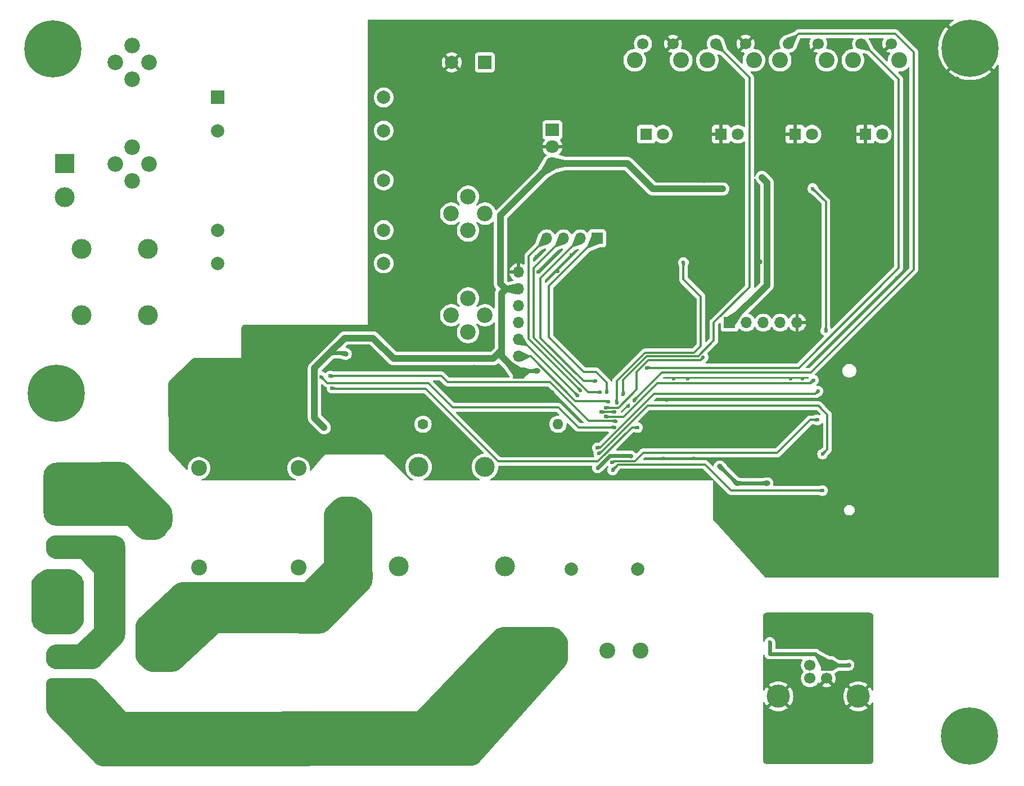
<source format=gbr>
%TF.GenerationSoftware,KiCad,Pcbnew,7.0.1*%
%TF.CreationDate,2023-05-06T23:45:13+02:00*%
%TF.ProjectId,PUE_mainboard,5055455f-6d61-4696-9e62-6f6172642e6b,rev?*%
%TF.SameCoordinates,Original*%
%TF.FileFunction,Copper,L2,Bot*%
%TF.FilePolarity,Positive*%
%FSLAX46Y46*%
G04 Gerber Fmt 4.6, Leading zero omitted, Abs format (unit mm)*
G04 Created by KiCad (PCBNEW 7.0.1) date 2023-05-06 23:45:13*
%MOMM*%
%LPD*%
G01*
G04 APERTURE LIST*
%TA.AperFunction,ComponentPad*%
%ADD10C,3.000000*%
%TD*%
%TA.AperFunction,ComponentPad*%
%ADD11R,1.800000X1.800000*%
%TD*%
%TA.AperFunction,ComponentPad*%
%ADD12C,1.800000*%
%TD*%
%TA.AperFunction,ComponentPad*%
%ADD13R,3.000000X3.000000*%
%TD*%
%TA.AperFunction,ComponentPad*%
%ADD14C,2.350000*%
%TD*%
%TA.AperFunction,ComponentPad*%
%ADD15C,2.400000*%
%TD*%
%TA.AperFunction,ComponentPad*%
%ADD16C,1.700000*%
%TD*%
%TA.AperFunction,ComponentPad*%
%ADD17C,0.900000*%
%TD*%
%TA.AperFunction,ComponentPad*%
%ADD18C,8.600000*%
%TD*%
%TA.AperFunction,ComponentPad*%
%ADD19R,2.000000X1.905000*%
%TD*%
%TA.AperFunction,ComponentPad*%
%ADD20O,2.000000X1.905000*%
%TD*%
%TA.AperFunction,ComponentPad*%
%ADD21R,2.000000X2.000000*%
%TD*%
%TA.AperFunction,ComponentPad*%
%ADD22C,2.000000*%
%TD*%
%TA.AperFunction,ComponentPad*%
%ADD23R,1.700000X1.700000*%
%TD*%
%TA.AperFunction,ComponentPad*%
%ADD24O,1.700000X1.700000*%
%TD*%
%TA.AperFunction,ComponentPad*%
%ADD25C,3.500000*%
%TD*%
%TA.AperFunction,ComponentPad*%
%ADD26C,6.000000*%
%TD*%
%TA.AperFunction,ComponentPad*%
%ADD27C,1.600000*%
%TD*%
%TA.AperFunction,ComponentPad*%
%ADD28O,1.600000X1.600000*%
%TD*%
%TA.AperFunction,ViaPad*%
%ADD29C,0.800000*%
%TD*%
%TA.AperFunction,ViaPad*%
%ADD30C,0.600000*%
%TD*%
%TA.AperFunction,Conductor*%
%ADD31C,0.300000*%
%TD*%
%TA.AperFunction,Conductor*%
%ADD32C,1.000000*%
%TD*%
%TA.AperFunction,Conductor*%
%ADD33C,0.600000*%
%TD*%
G04 APERTURE END LIST*
D10*
%TO.P,TR1,1*%
%TO.N,Net-(R31-Pad2)*%
X124160000Y-169940000D03*
%TO.P,TR1,5*%
%TO.N,Net-(J1-Pin_2)*%
X140160000Y-169940000D03*
%TO.P,TR1,7*%
%TO.N,Net-(R7-Pad2)*%
X137160000Y-154940000D03*
%TO.P,TR1,9*%
%TO.N,Net-(JP1-B)*%
X127160000Y-154940000D03*
%TD*%
D11*
%TO.P,D5,1,K*%
%TO.N,GND*%
X183860000Y-104800000D03*
D12*
%TO.P,D5,2,A*%
%TO.N,Net-(D5-A)*%
X186400000Y-104800000D03*
%TD*%
D13*
%TO.P,J1,1,Pin_1*%
%TO.N,Net-(J1-Pin_1)*%
X72850000Y-188600000D03*
D10*
%TO.P,J1,2,Pin_2*%
%TO.N,Net-(J1-Pin_2)*%
X72850000Y-183520000D03*
%TO.P,J1,3,Pin_3*%
%TO.N,Net-(J1-Pin_3)*%
X72850000Y-178440000D03*
%TD*%
D14*
%TO.P,F2,1*%
%TO.N,Net-(F2-Pad1)*%
X134620000Y-134620000D03*
X132080000Y-132080000D03*
X137160000Y-132080000D03*
X134620000Y-129540000D03*
%TO.P,F2,2*%
%TO.N,Net-(D2-Pad4)*%
X134620000Y-119300000D03*
X132080000Y-116760000D03*
X137160000Y-116760000D03*
X134620000Y-114220000D03*
%TD*%
D15*
%TO.P,R31,1*%
%TO.N,Net-(C19-Pad1)*%
X160550000Y-182600000D03*
%TO.P,R31,2*%
%TO.N,Net-(R31-Pad2)*%
X155550000Y-182600000D03*
%TD*%
%TO.P,SW2,*%
%TO.N,*%
X170660002Y-93650000D03*
X177660002Y-93650000D03*
D16*
%TO.P,SW2,1,1*%
%TO.N,SW1*%
X171910002Y-91150000D03*
%TO.P,SW2,2,2*%
%TO.N,GND*%
X176410002Y-91150000D03*
%TD*%
D17*
%TO.P,H3,1,1*%
%TO.N,GND*%
X206975000Y-91825000D03*
X207919581Y-89544581D03*
X207919581Y-94105419D03*
X210200000Y-88600000D03*
D18*
X210200000Y-91825000D03*
D17*
X210200000Y-95050000D03*
X212480419Y-89544581D03*
X212480419Y-94105419D03*
X213425000Y-91825000D03*
%TD*%
%TO.P,H2,1,1*%
%TO.N,unconnected-(H2-Pad1)*%
X206894581Y-195519581D03*
X207839162Y-193239162D03*
X207839162Y-197800000D03*
X210119581Y-192294581D03*
D18*
X210119581Y-195519581D03*
D17*
X210119581Y-198744581D03*
X212400000Y-193239162D03*
X212400000Y-197800000D03*
X213344581Y-195519581D03*
%TD*%
D14*
%TO.P,F3,1*%
%TO.N,Net-(F3-Pad1)*%
X84020000Y-111825000D03*
X81480000Y-109285000D03*
X86560000Y-109285000D03*
X84020000Y-106745000D03*
%TO.P,F3,2*%
%TO.N,Net-(F3-Pad2)*%
X84020000Y-96505000D03*
X81480000Y-93965000D03*
X86560000Y-93965000D03*
X84020000Y-91425000D03*
%TD*%
D17*
%TO.P,H4,1,1*%
%TO.N,unconnected-(H4-Pad1)*%
X69400000Y-143850000D03*
X70344581Y-141569581D03*
X70344581Y-146130419D03*
X72625000Y-140625000D03*
D18*
X72625000Y-143850000D03*
D17*
X72625000Y-147075000D03*
X74905419Y-141569581D03*
X74905419Y-146130419D03*
X75850000Y-143850000D03*
%TD*%
D13*
%TO.P,J2,1,Pin_1*%
%TO.N,Net-(J1-Pin_3)*%
X72850000Y-172150000D03*
D10*
%TO.P,J2,2,Pin_2*%
%TO.N,Net-(J1-Pin_2)*%
X72850000Y-167070000D03*
%TO.P,J2,3,Pin_3*%
%TO.N,Net-(J2-Pin_3)*%
X72850000Y-161990000D03*
%TD*%
D19*
%TO.P,U3,1,VI*%
%TO.N,Net-(D2-+)*%
X147320000Y-104140000D03*
D20*
%TO.P,U3,2,GND*%
%TO.N,GND*%
X147320000Y-106680000D03*
%TO.P,U3,3,VO*%
%TO.N,+3V3*%
X147320000Y-109220000D03*
%TD*%
D11*
%TO.P,D6,1,K*%
%TO.N,GND*%
X194460000Y-104800000D03*
D12*
%TO.P,D6,2,A*%
%TO.N,Net-(D6-A)*%
X197000000Y-104800000D03*
%TD*%
D21*
%TO.P,T3,1*%
%TO.N,Net-(F3-Pad2)*%
X96920000Y-99260000D03*
D22*
%TO.P,T3,2*%
%TO.N,N/C*%
X96920000Y-104260000D03*
%TO.P,T3,4*%
X96920000Y-119260000D03*
%TO.P,T3,5*%
%TO.N,Net-(SW4-Pad3)*%
X96920000Y-124260000D03*
%TO.P,T3,6*%
%TO.N,N/C*%
X121920000Y-124260000D03*
%TO.P,T3,7*%
%TO.N,Net-(F2-Pad1)*%
X121920000Y-119260000D03*
%TO.P,T3,8*%
%TO.N,N/C*%
X121920000Y-111760000D03*
%TO.P,T3,9*%
%TO.N,Net-(D2-Pad3)*%
X121920000Y-104260000D03*
%TO.P,T3,10*%
%TO.N,N/C*%
X121920000Y-99260000D03*
%TD*%
D15*
%TO.P,SW1,*%
%TO.N,*%
X159710000Y-93650000D03*
X166710000Y-93650000D03*
D16*
%TO.P,SW1,1,1*%
%TO.N,RESET*%
X160960000Y-91150000D03*
%TO.P,SW1,2,2*%
%TO.N,GND*%
X165460000Y-91150000D03*
%TD*%
D21*
%TO.P,C12,1*%
%TO.N,Net-(D2-+)*%
X137160000Y-93980000D03*
D22*
%TO.P,C12,2*%
%TO.N,GND*%
X132160000Y-93980000D03*
%TD*%
D15*
%TO.P,SW3,*%
%TO.N,*%
X181610004Y-93650000D03*
X188610004Y-93650000D03*
D16*
%TO.P,SW3,1,1*%
%TO.N,SW2*%
X182860004Y-91150000D03*
%TO.P,SW3,2,2*%
%TO.N,GND*%
X187360004Y-91150000D03*
%TD*%
D15*
%TO.P,SW5,*%
%TO.N,*%
X192560006Y-93650000D03*
X199560006Y-93650000D03*
D16*
%TO.P,SW5,1,1*%
%TO.N,SW3*%
X193810006Y-91150000D03*
%TO.P,SW5,2,2*%
%TO.N,GND*%
X198310006Y-91150000D03*
%TD*%
D11*
%TO.P,D4,1,K*%
%TO.N,GND*%
X172725000Y-104800000D03*
D12*
%TO.P,D4,2,A*%
%TO.N,Net-(D4-A)*%
X175265000Y-104800000D03*
%TD*%
D23*
%TO.P,J9,1,Pin_1*%
%TO.N,XL*%
X154080000Y-120500000D03*
D24*
%TO.P,J9,2,Pin_2*%
%TO.N,YU*%
X151540000Y-120500000D03*
%TO.P,J9,3,Pin_3*%
%TO.N,XR*%
X149000000Y-120500000D03*
%TO.P,J9,4,Pin_4*%
%TO.N,YD*%
X146460000Y-120500000D03*
%TD*%
D23*
%TO.P,J7,1,Pin_1*%
%TO.N,+3V3*%
X174000000Y-133200000D03*
D24*
%TO.P,J7,2,Pin_2*%
%TO.N,I2C_SDA*%
X176540000Y-133200000D03*
%TO.P,J7,3,Pin_3*%
%TO.N,I2C_SCL*%
X179080000Y-133200000D03*
%TO.P,J7,4,Pin_4*%
%TO.N,I2C_SMBAI*%
X181620000Y-133200000D03*
%TO.P,J7,5,Pin_5*%
%TO.N,GND*%
X184160000Y-133200000D03*
%TD*%
D17*
%TO.P,H1,1,1*%
%TO.N,unconnected-(H1-Pad1)*%
X68894581Y-91919581D03*
X69839162Y-89639162D03*
X69839162Y-94200000D03*
X72119581Y-88694581D03*
D18*
X72119581Y-91919581D03*
D17*
X72119581Y-95144581D03*
X74400000Y-89639162D03*
X74400000Y-94200000D03*
X75344581Y-91919581D03*
%TD*%
D13*
%TO.P,J3,1,Pin_1*%
%TO.N,Net-(J3-Pin_1)*%
X73860000Y-109220000D03*
D10*
%TO.P,J3,2,Pin_2*%
%TO.N,Net-(J3-Pin_2)*%
X73860000Y-114300000D03*
%TD*%
D11*
%TO.P,D1,1,K*%
%TO.N,Net-(D1-K)*%
X161460000Y-104800000D03*
D12*
%TO.P,D1,2,A*%
%TO.N,Net-(D1-A)*%
X164000000Y-104800000D03*
%TD*%
D23*
%TO.P,J4,1,VBUS*%
%TO.N,Net-(J4-VBUS)*%
X188600000Y-184800000D03*
D16*
%TO.P,J4,2,D-*%
%TO.N,Net-(J4-D-)*%
X186100000Y-184800000D03*
%TO.P,J4,3,D+*%
%TO.N,Net-(J4-D+)*%
X186100000Y-186800000D03*
%TO.P,J4,4,GND*%
%TO.N,GND1*%
X188600000Y-186800000D03*
D25*
%TO.P,J4,5,Shield*%
X193370000Y-189510000D03*
X181330000Y-189510000D03*
%TD*%
D22*
%TO.P,C19,1*%
%TO.N,Net-(C19-Pad1)*%
X160200000Y-170350000D03*
%TO.P,C19,2*%
%TO.N,Net-(J1-Pin_2)*%
X150200000Y-170350000D03*
%TD*%
D23*
%TO.P,J10,1,Pin_1*%
%TO.N,+3V3*%
X142200000Y-140825000D03*
D24*
%TO.P,J10,2,Pin_2*%
%TO.N,DC*%
X142200000Y-138285000D03*
%TO.P,J10,3,Pin_3*%
%TO.N,RES*%
X142200000Y-135745000D03*
%TO.P,J10,4,Pin_4*%
%TO.N,SPI1_MOSI*%
X142200000Y-133205000D03*
%TO.P,J10,5,Pin_5*%
%TO.N,SPI1_SCK*%
X142200000Y-130665000D03*
%TO.P,J10,6,Pin_6*%
%TO.N,+3V3*%
X142200000Y-128125000D03*
%TO.P,J10,7,Pin_7*%
%TO.N,GND*%
X142200000Y-125585000D03*
%TD*%
D26*
%TO.P,F1,1*%
%TO.N,Net-(J1-Pin_1)*%
X146150000Y-182600000D03*
%TO.P,F1,2*%
%TO.N,Net-(C19-Pad1)*%
X87750000Y-182600000D03*
%TD*%
D10*
%TO.P,SW4,1,1*%
%TO.N,Net-(F3-Pad1)*%
X86417500Y-122062500D03*
%TO.P,SW4,2,2*%
%TO.N,Net-(J3-Pin_1)*%
X76417500Y-122062500D03*
%TO.P,SW4,3,3*%
%TO.N,Net-(SW4-Pad3)*%
X86417500Y-132062500D03*
%TO.P,SW4,4,4*%
%TO.N,Net-(J3-Pin_2)*%
X76417500Y-132062500D03*
%TD*%
D27*
%TO.P,R7,1*%
%TO.N,VIN+*%
X127840000Y-148500000D03*
D28*
%TO.P,R7,2*%
%TO.N,Net-(R7-Pad2)*%
X148160000Y-148500000D03*
%TD*%
D15*
%TO.P,T2,1,1*%
%TO.N,Net-(R2-Pad1)*%
X109100000Y-155122500D03*
%TO.P,T2,2,2*%
%TO.N,Net-(R3-Pad2)*%
X94100000Y-155122500D03*
%TO.P,T2,3,3*%
%TO.N,unconnected-(T2-Pad3)*%
X94100000Y-170122500D03*
%TO.P,T2,4,4*%
%TO.N,unconnected-(T2-Pad4)*%
X109100000Y-170122500D03*
D26*
%TO.P,T2,5,5*%
%TO.N,Net-(J2-Pin_3)*%
X86850000Y-162622500D03*
%TO.P,T2,6,6*%
%TO.N,Net-(C19-Pad1)*%
X116350000Y-162622500D03*
%TD*%
D29*
%TO.N,GND*%
X165100000Y-132080000D03*
D30*
X150200000Y-123025000D03*
X148125000Y-125450000D03*
D29*
X149860000Y-111760000D03*
X213360000Y-127000000D03*
D30*
X199175000Y-126475000D03*
D29*
X140100000Y-148450000D03*
X213360000Y-167640000D03*
X170180000Y-101600000D03*
X182880000Y-106680000D03*
X185420000Y-116840000D03*
X149860000Y-101600000D03*
X124460000Y-121920000D03*
X182060000Y-167277500D03*
X107950000Y-136525000D03*
X203200000Y-152400000D03*
X180340000Y-91440000D03*
D30*
X145175000Y-125550000D03*
D29*
X160020000Y-116840000D03*
X154940000Y-91440000D03*
X174150000Y-127200000D03*
D30*
X106500000Y-148575000D03*
D29*
X124460000Y-96520000D03*
X104140000Y-142240000D03*
X145250000Y-155550000D03*
X124460000Y-91440000D03*
X129540000Y-137160000D03*
X195580000Y-111760000D03*
X149860000Y-152400000D03*
X185420000Y-91440000D03*
X213360000Y-157480000D03*
X203200000Y-127000000D03*
X198120000Y-167640000D03*
X170180000Y-91440000D03*
X144780000Y-152400000D03*
X203200000Y-96520000D03*
D30*
X177825000Y-135775000D03*
D29*
X139525000Y-144400000D03*
X213360000Y-132080000D03*
X203200000Y-132080000D03*
X203200000Y-116840000D03*
X98775000Y-150525000D03*
X129540000Y-116840000D03*
D30*
X168650000Y-153700000D03*
D29*
X176530000Y-163195000D03*
X101600000Y-137160000D03*
D30*
X155900000Y-140525000D03*
D29*
X134620000Y-96520000D03*
X149860000Y-132080000D03*
X208280000Y-137160000D03*
X129540000Y-127000000D03*
X182880000Y-111760000D03*
X134620000Y-121920000D03*
X168000000Y-151350000D03*
X139700000Y-91440000D03*
X119380000Y-152400000D03*
X208280000Y-167640000D03*
D30*
X173025000Y-160150000D03*
D29*
X165100000Y-96520000D03*
X165100000Y-127000000D03*
X134620000Y-111760000D03*
X208280000Y-152400000D03*
X213360000Y-111760000D03*
X208280000Y-106680000D03*
X124460000Y-127000000D03*
X129540000Y-106680000D03*
X149860000Y-116840000D03*
X144780000Y-116840000D03*
X168400000Y-90925000D03*
X134620000Y-91440000D03*
X134620000Y-101600000D03*
D30*
X110475000Y-148875000D03*
D29*
X124460000Y-111760000D03*
X208280000Y-132080000D03*
X193040000Y-167640000D03*
X139700000Y-96520000D03*
X213360000Y-116840000D03*
X208280000Y-142240000D03*
X165100000Y-116840000D03*
X170180000Y-116840000D03*
X129540000Y-96520000D03*
X178550000Y-124050000D03*
X175260000Y-116840000D03*
X208280000Y-111760000D03*
X139700000Y-111760000D03*
X160020000Y-121920000D03*
X203200000Y-106680000D03*
X195580000Y-116840000D03*
X203200000Y-147320000D03*
X160020000Y-127000000D03*
X124460000Y-152400000D03*
X195580000Y-121920000D03*
D30*
X173075000Y-135775000D03*
X173025000Y-163550000D03*
D29*
X203200000Y-162560000D03*
X195580000Y-101600000D03*
D30*
X159500000Y-152150000D03*
D29*
X135500000Y-139950000D03*
X160020000Y-96520000D03*
X208280000Y-157480000D03*
X175260000Y-101600000D03*
X124475000Y-140050000D03*
D30*
X164575000Y-144875000D03*
D29*
X144780000Y-91440000D03*
X174650000Y-148550000D03*
X179110000Y-167202500D03*
X190500000Y-111760000D03*
D30*
X165575000Y-141625000D03*
X153075000Y-152500000D03*
D29*
X170180000Y-96520000D03*
X145750000Y-143300000D03*
X106050000Y-153475000D03*
X147200000Y-143750000D03*
X154940000Y-111760000D03*
X213360000Y-152400000D03*
X129540000Y-152400000D03*
X190500000Y-96520000D03*
X154940000Y-106680000D03*
X198120000Y-132080000D03*
X129540000Y-132080000D03*
D30*
X144900000Y-123275000D03*
X200550000Y-111275000D03*
D29*
X129540000Y-91440000D03*
X208280000Y-147320000D03*
X190500000Y-127000000D03*
D30*
X185000000Y-141625000D03*
D29*
X190500000Y-91300000D03*
X213360000Y-96520000D03*
X208280000Y-121920000D03*
X213360000Y-101600000D03*
X160020000Y-101600000D03*
X144780000Y-96520000D03*
X124460000Y-132080000D03*
X164775000Y-151225000D03*
D30*
X147550000Y-123250000D03*
D29*
X154940000Y-116840000D03*
X203200000Y-137160000D03*
X149860000Y-129540000D03*
X165100000Y-121920000D03*
X196325000Y-91075000D03*
X129540000Y-101600000D03*
X203200000Y-167640000D03*
X198120000Y-162560000D03*
X94450000Y-151750000D03*
D30*
X175350000Y-135825000D03*
X180050000Y-135525000D03*
D29*
X134620000Y-152400000D03*
X190500000Y-116840000D03*
X213360000Y-106680000D03*
X184650000Y-167275000D03*
X124460000Y-101600000D03*
X203200000Y-91440000D03*
X170180000Y-106680000D03*
X203200000Y-101600000D03*
X97650000Y-155225000D03*
X179900000Y-155100000D03*
X190500000Y-121920000D03*
D30*
X158725000Y-145750000D03*
D29*
X134620000Y-106680000D03*
X129540000Y-147320000D03*
X208280000Y-127000000D03*
X149860000Y-96520000D03*
X213360000Y-147320000D03*
X107700000Y-143650000D03*
X124460000Y-116840000D03*
D30*
X167700000Y-141625000D03*
D29*
X124460000Y-137160000D03*
X134620000Y-127000000D03*
X208280000Y-96520000D03*
X132950000Y-144300000D03*
X149860000Y-91440000D03*
D30*
X113284000Y-151003000D03*
D29*
X139700000Y-106680000D03*
X203200000Y-121920000D03*
X149860000Y-106680000D03*
X208280000Y-162560000D03*
X213360000Y-142240000D03*
X190500000Y-106680000D03*
X203200000Y-157480000D03*
X144780000Y-101600000D03*
D30*
X183150000Y-141600000D03*
D29*
X165100000Y-101600000D03*
X185420000Y-161290000D03*
X121920000Y-146050000D03*
D30*
X164075000Y-153700000D03*
D29*
X129540000Y-111760000D03*
X154940000Y-130810000D03*
X170180000Y-111760000D03*
X180340000Y-96520000D03*
X208280000Y-116840000D03*
X203200000Y-142240000D03*
X193040000Y-137160000D03*
X154940000Y-96520000D03*
X208280000Y-101600000D03*
D30*
X104648000Y-150876000D03*
X200525000Y-98200000D03*
D29*
X190500000Y-101600000D03*
X203200000Y-111760000D03*
X154940000Y-101600000D03*
X198120000Y-137160000D03*
D30*
%TO.N,RESET_METER*%
X160140000Y-149000000D03*
X114130000Y-143070000D03*
D29*
%TO.N,+3V3*%
X172950000Y-113050000D03*
X179700000Y-157400000D03*
D30*
X154107105Y-155100000D03*
D29*
X178875000Y-111325000D03*
X145089552Y-140460448D03*
X179650000Y-124675000D03*
X172512500Y-154862500D03*
X175075000Y-157425000D03*
X116205000Y-137910000D03*
X162450000Y-113050000D03*
X112950000Y-149000000D03*
X113800000Y-137750000D03*
D30*
X159149500Y-153297692D03*
%TO.N,SW1*%
X158000000Y-144000000D03*
D29*
%TO.N,GND1*%
X193040000Y-185420000D03*
X182245000Y-185420000D03*
X187960000Y-193040000D03*
X193040000Y-197485000D03*
X193040000Y-193040000D03*
D30*
X188310000Y-182477500D03*
D29*
X187960000Y-197485000D03*
X194310000Y-177800000D03*
X182245000Y-193040000D03*
X182245000Y-197485000D03*
D30*
%TO.N,SW2*%
X159628234Y-144903234D03*
%TO.N,Net-(J4-VBUS)*%
X191990000Y-184747500D03*
X180060000Y-181373750D03*
%TO.N,SW3*%
X161525000Y-140000000D03*
%TO.N,SPI2_CS*%
X187325000Y-143525000D03*
X154100353Y-152050353D03*
%TO.N,SPI2_MOSI*%
X187225000Y-147850000D03*
X156275000Y-154275000D03*
%TO.N,SPI2_SCK*%
X188000000Y-153000000D03*
X154305956Y-152888643D03*
%TO.N,SPI2_MISO*%
X188000000Y-158500000D03*
X156400000Y-155400000D03*
%TO.N,XL*%
X155500000Y-143680996D03*
%TO.N,YU*%
X153850500Y-142000000D03*
%TO.N,XR*%
X154500000Y-143654392D03*
%TO.N,YD*%
X151565334Y-143434666D03*
%TO.N,DC*%
X155775000Y-145125000D03*
%TO.N,RES*%
X151137500Y-144187500D03*
%TO.N,VBAT_MEAS_ADC*%
X156649500Y-146649500D03*
X167050000Y-124150000D03*
X154625000Y-146675000D03*
X157000000Y-145240984D03*
%TO.N,LOW_BATT_LED*%
X186625000Y-141875000D03*
X188500000Y-134400000D03*
X186500000Y-113000000D03*
X155350500Y-147350500D03*
%TO.N,VBAT_MEAS_EN*%
X170021766Y-138421766D03*
X155350500Y-146000000D03*
%TO.N,TX_RX*%
X156850000Y-148049500D03*
X113862250Y-141237750D03*
%TO.N,RX_TX*%
X156649500Y-148977561D03*
X112500000Y-141351000D03*
%TD*%
D31*
%TO.N,RESET_METER*%
X154187867Y-154100000D02*
X139200000Y-154100000D01*
X139200000Y-154100000D02*
X128250000Y-143150000D01*
X160140000Y-149000000D02*
X159287867Y-149000000D01*
X128250000Y-143150000D02*
X114210000Y-143150000D01*
X114210000Y-143150000D02*
X114130000Y-143070000D01*
X159287867Y-149000000D02*
X154187867Y-154100000D01*
D32*
%TO.N,+3V3*%
X179650000Y-124675000D02*
X179650000Y-127550000D01*
X162450000Y-113050000D02*
X172950000Y-113050000D01*
D33*
X142564552Y-140460448D02*
X142200000Y-140825000D01*
D32*
X140275000Y-128125000D02*
X139500000Y-127350000D01*
X147320000Y-109220000D02*
X158620000Y-109220000D01*
X120300000Y-135500000D02*
X123400000Y-138600000D01*
X123400000Y-138600000D02*
X138400000Y-138600000D01*
X158620000Y-109220000D02*
X162450000Y-113050000D01*
X140325000Y-128125000D02*
X139650000Y-128800000D01*
D33*
X155932105Y-153275000D02*
X154107105Y-155100000D01*
X159126808Y-153275000D02*
X155932105Y-153275000D01*
X145089552Y-140460448D02*
X142564552Y-140460448D01*
D32*
X142200000Y-128125000D02*
X140325000Y-128125000D01*
X139500000Y-117040000D02*
X147320000Y-109220000D01*
X113800000Y-137750000D02*
X116050000Y-135500000D01*
X139650000Y-128800000D02*
X139650000Y-137350000D01*
D33*
X159149500Y-153297692D02*
X159126808Y-153275000D01*
D32*
X179650000Y-124675000D02*
X179650000Y-112100000D01*
D33*
X172512500Y-154862500D02*
X175075000Y-157425000D01*
D32*
X142200000Y-128125000D02*
X140275000Y-128125000D01*
D33*
X175100000Y-157400000D02*
X179700000Y-157400000D01*
D32*
X179650000Y-112100000D02*
X178875000Y-111325000D01*
D33*
X113800000Y-137750000D02*
X116045000Y-137750000D01*
D32*
X116050000Y-135500000D02*
X120300000Y-135500000D01*
D33*
X116045000Y-137750000D02*
X116205000Y-137910000D01*
D32*
X138400000Y-138600000D02*
X139650000Y-137350000D01*
D33*
X175075000Y-157425000D02*
X175100000Y-157400000D01*
D32*
X139650000Y-137350000D02*
X139650000Y-138275000D01*
X139500000Y-127350000D02*
X139500000Y-117040000D01*
X112950000Y-149000000D02*
X111500000Y-147550000D01*
X111500000Y-147550000D02*
X111500000Y-140050000D01*
X111500000Y-140050000D02*
X113800000Y-137750000D01*
X179650000Y-127550000D02*
X174000000Y-133200000D01*
X139650000Y-138275000D02*
X142200000Y-140825000D01*
D31*
%TO.N,SW1*%
X171625000Y-135900000D02*
X171625000Y-133175000D01*
X171625000Y-133175000D02*
X177000000Y-127800000D01*
X177000000Y-127800000D02*
X177000000Y-96239998D01*
X158000000Y-141785166D02*
X161535166Y-138250000D01*
X158000000Y-144000000D02*
X158000000Y-141785166D01*
X169275000Y-138250000D02*
X171625000Y-135900000D01*
X177000000Y-96239998D02*
X171910002Y-91150000D01*
X161535166Y-138250000D02*
X169275000Y-138250000D01*
%TO.N,SW2*%
X198950000Y-89650000D02*
X184360004Y-89650000D01*
X159628234Y-144871766D02*
X163800000Y-140700000D01*
X163800000Y-140700000D02*
X186200000Y-140700000D01*
X184360004Y-89650000D02*
X182860004Y-91150000D01*
X159628234Y-144903234D02*
X159628234Y-144871766D01*
X186200000Y-140700000D02*
X201725000Y-125175000D01*
X201725000Y-92425000D02*
X198950000Y-89650000D01*
X201725000Y-125175000D02*
X201725000Y-92425000D01*
D33*
%TO.N,Net-(J4-VBUS)*%
X180060000Y-183123750D02*
X180060000Y-181373750D01*
X188600000Y-184813750D02*
X186910000Y-183123750D01*
X191960000Y-184823750D02*
X188610000Y-184823750D01*
X188610000Y-184823750D02*
X188600000Y-184813750D01*
X186910000Y-183123750D02*
X180060000Y-183123750D01*
D31*
%TO.N,SW3*%
X184425000Y-140000000D02*
X199450000Y-124975000D01*
X194100000Y-91150000D02*
X193810006Y-91150000D01*
X161525000Y-140000000D02*
X184425000Y-140000000D01*
X199450000Y-124975000D02*
X199450000Y-96500000D01*
X199450000Y-96500000D02*
X194100000Y-91150000D01*
%TO.N,SPI2_CS*%
X154495947Y-152050353D02*
X154100353Y-152050353D01*
X186950000Y-143900000D02*
X162625000Y-143900000D01*
X162625000Y-143900000D02*
X157299500Y-149225500D01*
X157299500Y-149225500D02*
X157299500Y-149246800D01*
X187325000Y-143525000D02*
X186950000Y-143900000D01*
X157299500Y-149246800D02*
X154495947Y-152050353D01*
%TO.N,SPI2_MOSI*%
X156275000Y-154275000D02*
X156500000Y-154050000D01*
X186150000Y-147850000D02*
X187225000Y-147850000D01*
X156500000Y-154050000D02*
X159750000Y-154050000D01*
X159750000Y-154050000D02*
X160975000Y-152825000D01*
X181175000Y-152825000D02*
X186150000Y-147850000D01*
X160975000Y-152825000D02*
X181175000Y-152825000D01*
%TO.N,SPI2_SCK*%
X187855761Y-146180761D02*
X188722000Y-147047000D01*
X161650000Y-145700000D02*
X187380761Y-145700000D01*
X187380761Y-145700000D02*
X187855761Y-146175000D01*
X188722000Y-147047000D02*
X188722000Y-152278000D01*
X154461357Y-152888643D02*
X161650000Y-145700000D01*
X187855761Y-146175000D02*
X187855761Y-146180761D01*
X154305956Y-152888643D02*
X154461357Y-152888643D01*
X188722000Y-152278000D02*
X188000000Y-153000000D01*
%TO.N,SPI2_MISO*%
X170285000Y-154575000D02*
X174210000Y-158500000D01*
X157225000Y-154575000D02*
X170285000Y-154575000D01*
X156400000Y-155400000D02*
X157225000Y-154575000D01*
X174210000Y-158500000D02*
X188000000Y-158500000D01*
%TO.N,XL*%
X154000000Y-120500000D02*
X146812000Y-127688000D01*
X154080000Y-120500000D02*
X154000000Y-120500000D01*
X146812000Y-135412000D02*
X152025000Y-140625000D01*
X153900000Y-140625000D02*
X155500000Y-142225000D01*
X155500000Y-142225000D02*
X155500000Y-143680996D01*
X146812000Y-127688000D02*
X146812000Y-135412000D01*
X152025000Y-140625000D02*
X153900000Y-140625000D01*
%TO.N,YU*%
X145542000Y-126498000D02*
X151540000Y-120500000D01*
X152000000Y-142000000D02*
X145542000Y-135542000D01*
X153850500Y-142000000D02*
X152000000Y-142000000D01*
X145542000Y-135542000D02*
X145542000Y-126498000D01*
%TO.N,XR*%
X144525000Y-125819239D02*
X144525000Y-124975000D01*
X144526000Y-125820239D02*
X144525000Y-125819239D01*
X154500000Y-143654392D02*
X152704392Y-143654392D01*
X144525000Y-124975000D02*
X149000000Y-120500000D01*
X152374907Y-143325000D02*
X144526000Y-135476093D01*
X152704392Y-143654392D02*
X152375000Y-143325000D01*
X152375000Y-143325000D02*
X152374907Y-143325000D01*
X144526000Y-135476093D02*
X144526000Y-125820239D01*
%TO.N,YD*%
X143764000Y-123196000D02*
X146460000Y-120500000D01*
X151565334Y-143434666D02*
X143764000Y-135633332D01*
X143764000Y-135633332D02*
X143764000Y-123196000D01*
%TO.N,DC*%
X144032894Y-138285000D02*
X142200000Y-138285000D01*
X155650000Y-145000000D02*
X150747894Y-145000000D01*
X150747894Y-145000000D02*
X144032894Y-138285000D01*
X155775000Y-145125000D02*
X155650000Y-145000000D01*
%TO.N,RES*%
X151112500Y-144187500D02*
X142670000Y-135745000D01*
X151137500Y-144187500D02*
X151112500Y-144187500D01*
X142670000Y-135745000D02*
X142200000Y-135745000D01*
%TO.N,VBAT_MEAS_ADC*%
X161250000Y-137750000D02*
X157000000Y-142000000D01*
X169675000Y-136725000D02*
X168650000Y-137750000D01*
X154650500Y-146649500D02*
X154625000Y-146675000D01*
X169675000Y-129275000D02*
X169675000Y-136725000D01*
X167050000Y-126650000D02*
X169675000Y-129275000D01*
X168650000Y-137750000D02*
X161250000Y-137750000D01*
X157000000Y-142000000D02*
X157000000Y-145240984D01*
X156649500Y-146649500D02*
X154650500Y-146649500D01*
X167050000Y-124150000D02*
X167050000Y-126650000D01*
%TO.N,LOW_BATT_LED*%
X188500000Y-115000000D02*
X186500000Y-113000000D01*
X163150000Y-142300000D02*
X158050000Y-147400000D01*
X158050000Y-147400000D02*
X155400000Y-147400000D01*
X186625000Y-141875000D02*
X186200000Y-142300000D01*
X155400000Y-147400000D02*
X155350500Y-147350500D01*
X186200000Y-142300000D02*
X163150000Y-142300000D01*
X188500000Y-134400000D02*
X188500000Y-115000000D01*
%TO.N,VBAT_MEAS_EN*%
X157250000Y-146000000D02*
X155350500Y-146000000D01*
X161775000Y-138825000D02*
X160000000Y-140600000D01*
X160000000Y-143250000D02*
X157250000Y-146000000D01*
X169618532Y-138825000D02*
X161775000Y-138825000D01*
X160000000Y-140600000D02*
X160000000Y-143250000D01*
X170021766Y-138421766D02*
X169618532Y-138825000D01*
%TO.N,TX_RX*%
X131550000Y-142150000D02*
X146950000Y-142150000D01*
X113862250Y-141237750D02*
X113875000Y-141225000D01*
X146950000Y-142150000D02*
X152800000Y-148000000D01*
X152800000Y-148000000D02*
X156800500Y-148000000D01*
X113875000Y-141225000D02*
X130625000Y-141225000D01*
X156800500Y-148000000D02*
X156850000Y-148049500D01*
X130625000Y-141225000D02*
X131550000Y-142150000D01*
%TO.N,RX_TX*%
X148200000Y-145950000D02*
X151227561Y-148977561D01*
X128630000Y-142280000D02*
X132300000Y-145950000D01*
X113429000Y-142280000D02*
X128630000Y-142280000D01*
X112500000Y-141351000D02*
X113429000Y-142280000D01*
X132300000Y-145950000D02*
X148200000Y-145950000D01*
X151227561Y-148977561D02*
X156649500Y-148977561D01*
%TD*%
%TA.AperFunction,Conductor*%
%TO.N,Net-(J1-Pin_3)*%
G36*
X74452973Y-170350320D02*
G01*
X74481282Y-170352358D01*
X74726173Y-170369992D01*
X74743785Y-170372541D01*
X75006986Y-170430197D01*
X75024056Y-170435245D01*
X75276274Y-170530012D01*
X75292445Y-170537453D01*
X75528486Y-170667380D01*
X75543433Y-170677068D01*
X75761978Y-170842157D01*
X75768890Y-170847780D01*
X76113699Y-171149487D01*
X76120105Y-171155506D01*
X76167958Y-171203785D01*
X76310552Y-171347648D01*
X76322019Y-171360990D01*
X76480723Y-171574603D01*
X76490186Y-171589433D01*
X76617059Y-171823348D01*
X76624329Y-171839368D01*
X76716826Y-172088895D01*
X76721755Y-172105783D01*
X76778006Y-172365879D01*
X76780496Y-172383294D01*
X76799688Y-172653148D01*
X76800000Y-172661945D01*
X76800000Y-177798769D01*
X76799724Y-177807043D01*
X76782744Y-178060946D01*
X76780540Y-178077345D01*
X76730736Y-178322638D01*
X76726369Y-178338599D01*
X76644345Y-178575084D01*
X76637892Y-178590321D01*
X76525108Y-178813785D01*
X76516683Y-178828027D01*
X76375155Y-179034475D01*
X76364909Y-179047468D01*
X76194365Y-179236322D01*
X76188615Y-179242278D01*
X75785125Y-179633159D01*
X75778023Y-179639528D01*
X75552396Y-179826725D01*
X75536830Y-179837735D01*
X75289282Y-179985675D01*
X75272213Y-179994168D01*
X75004913Y-180102409D01*
X74986744Y-180108185D01*
X74706013Y-180174171D01*
X74687173Y-180177094D01*
X74394867Y-180199633D01*
X74385334Y-180200000D01*
X71503910Y-180200000D01*
X71494891Y-180199672D01*
X71218254Y-180179498D01*
X71200409Y-180176881D01*
X70934060Y-180117773D01*
X70916781Y-180112595D01*
X70661815Y-180015467D01*
X70645472Y-180007837D01*
X70403350Y-179872544D01*
X70395637Y-179867858D01*
X69753671Y-179445100D01*
X69746536Y-179440031D01*
X69532852Y-179276589D01*
X69519744Y-179265010D01*
X69334259Y-179076244D01*
X69322911Y-179062935D01*
X69165841Y-178849948D01*
X69156476Y-178835170D01*
X69030942Y-178602192D01*
X69023751Y-178586243D01*
X69022527Y-178582922D01*
X68932260Y-178337931D01*
X68927385Y-178321130D01*
X68871749Y-178062400D01*
X68869287Y-178045079D01*
X68850309Y-177776722D01*
X68850000Y-177767975D01*
X68850000Y-172824511D01*
X68850281Y-172816161D01*
X68850842Y-172807843D01*
X68867576Y-172559904D01*
X68869818Y-172543378D01*
X68920548Y-172295885D01*
X68924990Y-172279809D01*
X69008520Y-172041370D01*
X69015084Y-172026029D01*
X69129903Y-171800966D01*
X69138457Y-171786669D01*
X69282473Y-171579081D01*
X69292875Y-171566056D01*
X69463487Y-171379697D01*
X69475539Y-171368194D01*
X69672865Y-171203769D01*
X69679440Y-171198656D01*
X70320850Y-170733633D01*
X70328938Y-170728240D01*
X70583782Y-170572381D01*
X70601095Y-170563576D01*
X70872655Y-170451293D01*
X70891109Y-170445307D01*
X71176887Y-170376812D01*
X71196059Y-170373781D01*
X71493874Y-170350380D01*
X71503587Y-170350000D01*
X74444068Y-170350000D01*
X74452973Y-170350320D01*
G37*
%TD.AperFunction*%
%TD*%
%TA.AperFunction,Conductor*%
%TO.N,GND1*%
G36*
X195148059Y-176888561D02*
G01*
X195253223Y-176902406D01*
X195284491Y-176910784D01*
X195374918Y-176948240D01*
X195402952Y-176964425D01*
X195480602Y-177024009D01*
X195503491Y-177046898D01*
X195563074Y-177124548D01*
X195579259Y-177152581D01*
X195616715Y-177243008D01*
X195625093Y-177274275D01*
X195638939Y-177379440D01*
X195640000Y-177395626D01*
X195640000Y-188494122D01*
X195622566Y-188557522D01*
X195575168Y-188603095D01*
X195511132Y-188618026D01*
X195448465Y-188598117D01*
X195404788Y-188548966D01*
X195322738Y-188382586D01*
X195158875Y-188137347D01*
X195129593Y-188103959D01*
X195129592Y-188103959D01*
X193723553Y-189510000D01*
X193723553Y-189510001D01*
X195129592Y-190916040D01*
X195129593Y-190916039D01*
X195158874Y-190882653D01*
X195322738Y-190637413D01*
X195404788Y-190471034D01*
X195448465Y-190421883D01*
X195511132Y-190401974D01*
X195575168Y-190416905D01*
X195622566Y-190462478D01*
X195640000Y-190525878D01*
X195640000Y-199179374D01*
X195638939Y-199195560D01*
X195625093Y-199300724D01*
X195616715Y-199331991D01*
X195579259Y-199422418D01*
X195563074Y-199450451D01*
X195503491Y-199528101D01*
X195480601Y-199550991D01*
X195402951Y-199610574D01*
X195374918Y-199626759D01*
X195284491Y-199664215D01*
X195253224Y-199672593D01*
X195159398Y-199684946D01*
X195148058Y-199686439D01*
X195131874Y-199687500D01*
X179548126Y-199687500D01*
X179531941Y-199686439D01*
X179518917Y-199684724D01*
X179426775Y-199672593D01*
X179395508Y-199664215D01*
X179305081Y-199626759D01*
X179277048Y-199610574D01*
X179199398Y-199550991D01*
X179176508Y-199528101D01*
X179116925Y-199450451D01*
X179100740Y-199422418D01*
X179063284Y-199331991D01*
X179054906Y-199300723D01*
X179041061Y-199195559D01*
X179040000Y-199179374D01*
X179040000Y-191269593D01*
X179923959Y-191269593D01*
X179957347Y-191298875D01*
X180202586Y-191462738D01*
X180467114Y-191593189D01*
X180746409Y-191687997D01*
X181035679Y-191745537D01*
X181330000Y-191764827D01*
X181624320Y-191745537D01*
X181913590Y-191687997D01*
X182192885Y-191593189D01*
X182457413Y-191462738D01*
X182702653Y-191298874D01*
X182736039Y-191269593D01*
X191963959Y-191269593D01*
X191997347Y-191298875D01*
X192242586Y-191462738D01*
X192507114Y-191593189D01*
X192786409Y-191687997D01*
X193075679Y-191745537D01*
X193370000Y-191764827D01*
X193664320Y-191745537D01*
X193953590Y-191687997D01*
X194232885Y-191593189D01*
X194497413Y-191462738D01*
X194742653Y-191298874D01*
X194776039Y-191269593D01*
X194776040Y-191269592D01*
X193370000Y-189863553D01*
X191963959Y-191269592D01*
X191963959Y-191269593D01*
X182736039Y-191269593D01*
X182736040Y-191269592D01*
X181330000Y-189863553D01*
X179923959Y-191269592D01*
X179923959Y-191269593D01*
X179040000Y-191269593D01*
X179040000Y-190485322D01*
X179057434Y-190421922D01*
X179104832Y-190376349D01*
X179168868Y-190361418D01*
X179231535Y-190381327D01*
X179275212Y-190430478D01*
X179377261Y-190637413D01*
X179541124Y-190882652D01*
X179570404Y-190916039D01*
X179570406Y-190916039D01*
X180976447Y-189510001D01*
X181683553Y-189510001D01*
X183089592Y-190916040D01*
X183089593Y-190916039D01*
X183118874Y-190882653D01*
X183282738Y-190637413D01*
X183413189Y-190372885D01*
X183507997Y-190093590D01*
X183565537Y-189804320D01*
X183584827Y-189510000D01*
X191115172Y-189510000D01*
X191134462Y-189804320D01*
X191192002Y-190093590D01*
X191286810Y-190372885D01*
X191417261Y-190637413D01*
X191581124Y-190882652D01*
X191610404Y-190916039D01*
X191610406Y-190916039D01*
X193016447Y-189510001D01*
X193016447Y-189509999D01*
X191610406Y-188103958D01*
X191610405Y-188103958D01*
X191581124Y-188137348D01*
X191417261Y-188382586D01*
X191286810Y-188647114D01*
X191192002Y-188926409D01*
X191134462Y-189215679D01*
X191115172Y-189510000D01*
X183584827Y-189510000D01*
X183565537Y-189215679D01*
X183507997Y-188926409D01*
X183413189Y-188647114D01*
X183282738Y-188382586D01*
X183118875Y-188137347D01*
X183089593Y-188103959D01*
X183089592Y-188103959D01*
X181683553Y-189509999D01*
X181683553Y-189510001D01*
X180976447Y-189510001D01*
X180976447Y-189510000D01*
X179570406Y-188103958D01*
X179570405Y-188103958D01*
X179541124Y-188137348D01*
X179377261Y-188382586D01*
X179275212Y-188589522D01*
X179231535Y-188638673D01*
X179168868Y-188658582D01*
X179104832Y-188643651D01*
X179057434Y-188598078D01*
X179040000Y-188534678D01*
X179040000Y-187750406D01*
X179923958Y-187750406D01*
X181330000Y-189156447D01*
X181330001Y-189156447D01*
X182736039Y-187750406D01*
X182736039Y-187750404D01*
X182702652Y-187721124D01*
X182457413Y-187557261D01*
X182192885Y-187426810D01*
X181913590Y-187332002D01*
X181624320Y-187274462D01*
X181330000Y-187255172D01*
X181035679Y-187274462D01*
X180746409Y-187332002D01*
X180467114Y-187426810D01*
X180202586Y-187557261D01*
X179957348Y-187721124D01*
X179923958Y-187750405D01*
X179923958Y-187750406D01*
X179040000Y-187750406D01*
X179040000Y-183362277D01*
X179059006Y-183296305D01*
X179110198Y-183250557D01*
X179177884Y-183239057D01*
X179241313Y-183265330D01*
X179281040Y-183321320D01*
X179334211Y-183473272D01*
X179334212Y-183473273D01*
X179430185Y-183626014D01*
X179557735Y-183753564D01*
X179557737Y-183753565D01*
X179557738Y-183753566D01*
X179710478Y-183849539D01*
X179880745Y-183909118D01*
X179988298Y-183921236D01*
X180059998Y-183929315D01*
X180059999Y-183929314D01*
X180060000Y-183929315D01*
X180098032Y-183925029D01*
X180111915Y-183924250D01*
X184826349Y-183924250D01*
X184890677Y-183942241D01*
X184936338Y-183990992D01*
X184950084Y-184056359D01*
X184930419Y-184112278D01*
X184930550Y-184112339D01*
X184929932Y-184113662D01*
X184927925Y-184119372D01*
X184925965Y-184122170D01*
X184826097Y-184336336D01*
X184764936Y-184564592D01*
X184744340Y-184800000D01*
X184764936Y-185035407D01*
X184781446Y-185097022D01*
X184826097Y-185263663D01*
X184925965Y-185477830D01*
X185061505Y-185671401D01*
X185061508Y-185671404D01*
X185102423Y-185712319D01*
X185134517Y-185767906D01*
X185134517Y-185832094D01*
X185102423Y-185887681D01*
X185061505Y-185928598D01*
X184925965Y-186122170D01*
X184826097Y-186336336D01*
X184764936Y-186564592D01*
X184744340Y-186800000D01*
X184764936Y-187035407D01*
X184796593Y-187153553D01*
X184826097Y-187263663D01*
X184925965Y-187477830D01*
X185061505Y-187671401D01*
X185228599Y-187838495D01*
X185422170Y-187974035D01*
X185636337Y-188073903D01*
X185864592Y-188135063D01*
X186100000Y-188155659D01*
X186335408Y-188135063D01*
X186563663Y-188073903D01*
X186777830Y-187974035D01*
X186862248Y-187914925D01*
X187838625Y-187914925D01*
X187922420Y-187973599D01*
X188136507Y-188073430D01*
X188364681Y-188134569D01*
X188600000Y-188155157D01*
X188835318Y-188134569D01*
X189063492Y-188073430D01*
X189277576Y-187973600D01*
X189361373Y-187914925D01*
X189196854Y-187750406D01*
X191963958Y-187750406D01*
X193370000Y-189156447D01*
X193370001Y-189156447D01*
X194776039Y-187750406D01*
X194776039Y-187750404D01*
X194742652Y-187721124D01*
X194497413Y-187557261D01*
X194232885Y-187426810D01*
X193953590Y-187332002D01*
X193664320Y-187274462D01*
X193370000Y-187255172D01*
X193075679Y-187274462D01*
X192786409Y-187332002D01*
X192507114Y-187426810D01*
X192242586Y-187557261D01*
X191997348Y-187721124D01*
X191963958Y-187750405D01*
X191963958Y-187750406D01*
X189196854Y-187750406D01*
X188600000Y-187153553D01*
X187838625Y-187914925D01*
X186862248Y-187914925D01*
X186971401Y-187838495D01*
X187138495Y-187671401D01*
X187248732Y-187513966D01*
X187293048Y-187475102D01*
X187350305Y-187461091D01*
X187407563Y-187475102D01*
X187451881Y-187513969D01*
X187485073Y-187561373D01*
X188512318Y-186534128D01*
X188567905Y-186502034D01*
X188632093Y-186502034D01*
X188687680Y-186534128D01*
X189714925Y-187561373D01*
X189773600Y-187477576D01*
X189873430Y-187263492D01*
X189934569Y-187035318D01*
X189955157Y-186800000D01*
X189934569Y-186564681D01*
X189873430Y-186336507D01*
X189791850Y-186161560D01*
X189780374Y-186103215D01*
X189797381Y-186046236D01*
X189838953Y-186003730D01*
X190421896Y-185642820D01*
X190487170Y-185624250D01*
X192004957Y-185624250D01*
X192062511Y-185617764D01*
X192139255Y-185609118D01*
X192309522Y-185549539D01*
X192462262Y-185453566D01*
X192589816Y-185326012D01*
X192685789Y-185173272D01*
X192703682Y-185122135D01*
X192715737Y-185097104D01*
X192715789Y-185097022D01*
X192775368Y-184926755D01*
X192795565Y-184747500D01*
X192775368Y-184568245D01*
X192715789Y-184397978D01*
X192619816Y-184245238D01*
X192619815Y-184245237D01*
X192619814Y-184245235D01*
X192492264Y-184117685D01*
X192341971Y-184023250D01*
X192339522Y-184021711D01*
X192169255Y-183962132D01*
X192169253Y-183962131D01*
X192169251Y-183962131D01*
X191990000Y-183941934D01*
X191810747Y-183962131D01*
X191655965Y-184016292D01*
X191615011Y-184023250D01*
X190496837Y-184023250D01*
X190461132Y-184017998D01*
X190428452Y-184002688D01*
X190336556Y-183941934D01*
X189807611Y-183592237D01*
X189801690Y-183588069D01*
X189692333Y-183506205D01*
X189692331Y-183506204D01*
X189557483Y-183455909D01*
X189497873Y-183449500D01*
X189497869Y-183449500D01*
X189109104Y-183449500D01*
X189053364Y-183436266D01*
X188788547Y-183303005D01*
X188521664Y-183168704D01*
X187664592Y-182737408D01*
X187632651Y-182714323D01*
X187412262Y-182493934D01*
X187379850Y-182473568D01*
X187368510Y-182465522D01*
X187338586Y-182441658D01*
X187304095Y-182425048D01*
X187291933Y-182418326D01*
X187276327Y-182408520D01*
X187259520Y-182397959D01*
X187223398Y-182385320D01*
X187210553Y-182380000D01*
X187176058Y-182363388D01*
X187138736Y-182354869D01*
X187125380Y-182351022D01*
X187089252Y-182338381D01*
X187051219Y-182334095D01*
X187037518Y-182331767D01*
X187000196Y-182323250D01*
X187000194Y-182323250D01*
X186954954Y-182323250D01*
X180984500Y-182323250D01*
X180922500Y-182306637D01*
X180877113Y-182261250D01*
X180860500Y-182199250D01*
X180860500Y-181425665D01*
X180861280Y-181411780D01*
X180865565Y-181373748D01*
X180845368Y-181194498D01*
X180845368Y-181194495D01*
X180785789Y-181024228D01*
X180689816Y-180871488D01*
X180689815Y-180871487D01*
X180689814Y-180871485D01*
X180562264Y-180743935D01*
X180499867Y-180704728D01*
X180409522Y-180647961D01*
X180239255Y-180588382D01*
X180239253Y-180588381D01*
X180239251Y-180588381D01*
X180060000Y-180568184D01*
X179880748Y-180588381D01*
X179880745Y-180588381D01*
X179880745Y-180588382D01*
X179710478Y-180647961D01*
X179710476Y-180647961D01*
X179710476Y-180647962D01*
X179557735Y-180743935D01*
X179430185Y-180871485D01*
X179334212Y-181024226D01*
X179334211Y-181024228D01*
X179281040Y-181176179D01*
X179241313Y-181232170D01*
X179177884Y-181258443D01*
X179110198Y-181246943D01*
X179059006Y-181201195D01*
X179040000Y-181135223D01*
X179040000Y-177395626D01*
X179041061Y-177379441D01*
X179054906Y-177274276D01*
X179063284Y-177243008D01*
X179100740Y-177152581D01*
X179116923Y-177124550D01*
X179176513Y-177046892D01*
X179199392Y-177024013D01*
X179277050Y-176964423D01*
X179305079Y-176948240D01*
X179395509Y-176910783D01*
X179426775Y-176902406D01*
X179531940Y-176888561D01*
X179548126Y-176887500D01*
X195131874Y-176887500D01*
X195148059Y-176888561D01*
G37*
%TD.AperFunction*%
%TD*%
%TA.AperFunction,Conductor*%
%TO.N,Net-(J1-Pin_2)*%
G36*
X81262914Y-165250311D02*
G01*
X81412304Y-165260914D01*
X81513786Y-165268118D01*
X81531169Y-165270598D01*
X81651929Y-165296665D01*
X81772688Y-165322731D01*
X81789547Y-165327641D01*
X82021296Y-165413370D01*
X82037286Y-165420610D01*
X82042307Y-165423328D01*
X82254596Y-165538212D01*
X82269408Y-165547642D01*
X82467161Y-165694191D01*
X82481834Y-165706964D01*
X82648839Y-165877154D01*
X82662421Y-165893618D01*
X82789476Y-166077939D01*
X82797207Y-166089154D01*
X82807768Y-166107715D01*
X82907002Y-166323473D01*
X82914221Y-166343570D01*
X82974964Y-166573151D01*
X82978628Y-166594190D01*
X82999539Y-166836131D01*
X83000000Y-166846809D01*
X83000000Y-180150537D01*
X82999645Y-180159909D01*
X82977862Y-180447301D01*
X82975037Y-180465830D01*
X82911244Y-180742072D01*
X82905659Y-180759964D01*
X82800954Y-181023447D01*
X82792735Y-181040292D01*
X82649521Y-181284971D01*
X82638857Y-181300386D01*
X82457437Y-181524339D01*
X82451263Y-181531398D01*
X79394875Y-184769714D01*
X79388897Y-184775632D01*
X79298477Y-184859266D01*
X79199071Y-184951213D01*
X79185984Y-184961765D01*
X78977593Y-185107636D01*
X78963195Y-185116323D01*
X78736993Y-185232653D01*
X78721552Y-185239312D01*
X78481677Y-185323973D01*
X78465477Y-185328481D01*
X78216373Y-185379904D01*
X78199712Y-185382180D01*
X77941710Y-185399715D01*
X77933302Y-185400000D01*
X72727224Y-185400000D01*
X72718145Y-185399667D01*
X72475755Y-185381872D01*
X72457792Y-185379220D01*
X72225051Y-185327212D01*
X72207669Y-185321966D01*
X71985008Y-185236524D01*
X71968577Y-185228795D01*
X71762054Y-185112468D01*
X71760784Y-185111752D01*
X71745666Y-185101711D01*
X71557713Y-184955980D01*
X71543319Y-184942888D01*
X71470108Y-184864958D01*
X71384008Y-184773307D01*
X71371121Y-184757055D01*
X71242686Y-184563812D01*
X71232688Y-184545629D01*
X71138296Y-184333684D01*
X71131468Y-184314082D01*
X71073754Y-184089364D01*
X71070291Y-184068897D01*
X71050435Y-183832498D01*
X71050000Y-183822119D01*
X71050000Y-183344365D01*
X71050358Y-183334953D01*
X71069186Y-183087616D01*
X71072035Y-183069009D01*
X71127019Y-182831967D01*
X71132652Y-182814006D01*
X71222886Y-182588011D01*
X71231162Y-182571131D01*
X71354570Y-182361389D01*
X71365309Y-182345952D01*
X71518839Y-182157559D01*
X71532265Y-182143498D01*
X71711469Y-181983147D01*
X71727453Y-181971026D01*
X71929942Y-181841886D01*
X71947672Y-181832506D01*
X72168352Y-181737765D01*
X72187381Y-181731367D01*
X72420447Y-181673514D01*
X72440272Y-181670270D01*
X72684636Y-181650407D01*
X72694682Y-181650000D01*
X74981289Y-181650000D01*
X75750000Y-181650000D01*
X76897761Y-180614764D01*
X77639538Y-179945711D01*
X77639539Y-179945709D01*
X78300000Y-179350000D01*
X78300000Y-170850000D01*
X77714218Y-170264218D01*
X77714211Y-170264210D01*
X76885789Y-169435788D01*
X76885780Y-169435780D01*
X76300000Y-168850000D01*
X75471573Y-168850000D01*
X75471565Y-168850000D01*
X72864893Y-168850000D01*
X72856397Y-168849709D01*
X72596953Y-168831890D01*
X72580119Y-168829566D01*
X72329742Y-168777319D01*
X72313385Y-168772717D01*
X72072488Y-168686726D01*
X72056916Y-168679931D01*
X71830035Y-168561812D01*
X71815536Y-168552950D01*
X71607962Y-168405650D01*
X71593026Y-168393179D01*
X71418328Y-168222338D01*
X71404074Y-168205690D01*
X71262910Y-168007766D01*
X71251813Y-167988871D01*
X71147708Y-167769184D01*
X71140114Y-167748638D01*
X71076319Y-167514048D01*
X71072460Y-167492471D01*
X71050485Y-167244830D01*
X71050000Y-167233870D01*
X71050000Y-166773665D01*
X71050355Y-166764290D01*
X71064063Y-166583511D01*
X71067090Y-166543583D01*
X71069918Y-166525049D01*
X71118683Y-166313980D01*
X71124266Y-166296100D01*
X71204306Y-166094783D01*
X71212525Y-166077945D01*
X71322005Y-165890998D01*
X71332671Y-165875591D01*
X71468861Y-165707572D01*
X71482242Y-165693485D01*
X71641092Y-165550592D01*
X71657109Y-165538385D01*
X71836713Y-165423322D01*
X71854501Y-165413872D01*
X72050375Y-165329440D01*
X72069473Y-165322994D01*
X72276429Y-165271429D01*
X72296310Y-165268164D01*
X72513932Y-165250411D01*
X72524015Y-165250000D01*
X81254135Y-165250000D01*
X81262914Y-165250311D01*
G37*
%TD.AperFunction*%
%TD*%
%TA.AperFunction,Conductor*%
%TO.N,Net-(J1-Pin_1)*%
G36*
X147190055Y-179050286D02*
G01*
X147212883Y-179051840D01*
X147448502Y-179067881D01*
X147465173Y-179070161D01*
X147714716Y-179121766D01*
X147730926Y-179126285D01*
X147971165Y-179211232D01*
X147986618Y-179217909D01*
X148213135Y-179334635D01*
X148227530Y-179343339D01*
X148436130Y-179489684D01*
X148449227Y-179500269D01*
X148639163Y-179676404D01*
X148645144Y-179682341D01*
X149103188Y-180169012D01*
X149109342Y-180176066D01*
X149290149Y-180399840D01*
X149300775Y-180415238D01*
X149443489Y-180659611D01*
X149451679Y-180676432D01*
X149556004Y-180939495D01*
X149561569Y-180957357D01*
X149625128Y-181233115D01*
X149627943Y-181251610D01*
X149649647Y-181538487D01*
X149650000Y-181547842D01*
X149650000Y-183734404D01*
X149649672Y-183743414D01*
X149629538Y-184019776D01*
X149626926Y-184037606D01*
X149567928Y-184303717D01*
X149562760Y-184320979D01*
X149465816Y-184575731D01*
X149458200Y-184592063D01*
X149325355Y-184830076D01*
X149315453Y-184845131D01*
X149146767Y-185064957D01*
X149141022Y-185071905D01*
X136490909Y-199286033D01*
X136484969Y-199292258D01*
X136295873Y-199477147D01*
X136282773Y-199488288D01*
X136073403Y-199642666D01*
X136058887Y-199651888D01*
X135830160Y-199775820D01*
X135814508Y-199782944D01*
X135570847Y-199874034D01*
X135554360Y-199878925D01*
X135300426Y-199935430D01*
X135283420Y-199937992D01*
X135019820Y-199959165D01*
X135011225Y-199959556D01*
X132500795Y-199986550D01*
X131259661Y-199999896D01*
X131258827Y-199999902D01*
X131250190Y-199999974D01*
X131249592Y-199999977D01*
X131240754Y-200000007D01*
X131240370Y-200000008D01*
X131240200Y-200000009D01*
X129688651Y-200001492D01*
X91538466Y-200037965D01*
X79798332Y-200049188D01*
X79790136Y-200048922D01*
X79574440Y-200034750D01*
X79536971Y-200032288D01*
X79520618Y-200030114D01*
X79275974Y-199980839D01*
X79260054Y-199976513D01*
X79024121Y-199895199D01*
X79008916Y-199888798D01*
X78785858Y-199776880D01*
X78771637Y-199768516D01*
X78565422Y-199627985D01*
X78552438Y-199617809D01*
X78363612Y-199448374D01*
X78357656Y-199442660D01*
X71621572Y-192536042D01*
X71615152Y-192528930D01*
X71426445Y-192302882D01*
X71415345Y-192287278D01*
X71266173Y-192039001D01*
X71257610Y-192021880D01*
X71148441Y-191753592D01*
X71142616Y-191735353D01*
X71076054Y-191453453D01*
X71073105Y-191434532D01*
X71050370Y-191140957D01*
X71050000Y-191131383D01*
X71050000Y-187656961D01*
X71050780Y-187643078D01*
X71071000Y-187463618D01*
X71077179Y-187436546D01*
X71134515Y-187272690D01*
X71146560Y-187247676D01*
X71238923Y-187100681D01*
X71256228Y-187078982D01*
X71378982Y-186956228D01*
X71400681Y-186938923D01*
X71547676Y-186846560D01*
X71572690Y-186834515D01*
X71736546Y-186777179D01*
X71763615Y-186771000D01*
X71907787Y-186754756D01*
X71943078Y-186750780D01*
X71956961Y-186750000D01*
X77525405Y-186750000D01*
X77533880Y-186750289D01*
X77793957Y-186768109D01*
X77810749Y-186770420D01*
X77821049Y-186772565D01*
X78061801Y-186822680D01*
X78078122Y-186827260D01*
X78319715Y-186913278D01*
X78335243Y-186920036D01*
X78562841Y-187038198D01*
X78577300Y-187047008D01*
X78786670Y-187195121D01*
X78799790Y-187205820D01*
X78990096Y-187384002D01*
X78996075Y-187389997D01*
X82554965Y-191211121D01*
X82554969Y-191211125D01*
X83150000Y-191850000D01*
X84023062Y-191848008D01*
X84023063Y-191848009D01*
X85854592Y-191843832D01*
X127000000Y-191750000D01*
X138076183Y-180172425D01*
X138556428Y-179670441D01*
X138562395Y-179664610D01*
X138742294Y-179500269D01*
X138751734Y-179491645D01*
X138764766Y-179481258D01*
X138972169Y-179337641D01*
X138986468Y-179329102D01*
X139211271Y-179214610D01*
X139226589Y-179208065D01*
X139464719Y-179124775D01*
X139480777Y-179120345D01*
X139727938Y-179069759D01*
X139744440Y-179067525D01*
X140000304Y-179050281D01*
X140008643Y-179050000D01*
X147181633Y-179050000D01*
X147190055Y-179050286D01*
G37*
%TD.AperFunction*%
%TD*%
%TA.AperFunction,Conductor*%
%TO.N,GND*%
G36*
X207691806Y-87516928D02*
G01*
X207737142Y-87561858D01*
X207754123Y-87623387D01*
X207738250Y-87685210D01*
X207693728Y-87730948D01*
X207553021Y-87815016D01*
X207204234Y-88068424D01*
X206986877Y-88258322D01*
X206986877Y-88258323D01*
X210200000Y-91471447D01*
X213767776Y-95039222D01*
X213818383Y-94986291D01*
X214087197Y-94649210D01*
X214273305Y-94367267D01*
X214319991Y-94325353D01*
X214381219Y-94311657D01*
X214441314Y-94329687D01*
X214484890Y-94374826D01*
X214500792Y-94435518D01*
X214537931Y-171475940D01*
X214521338Y-171537965D01*
X214475948Y-171583377D01*
X214413931Y-171600000D01*
X179557725Y-171600000D01*
X179540372Y-171598780D01*
X179427793Y-171582869D01*
X179394448Y-171573251D01*
X179298729Y-171530368D01*
X179269355Y-171511886D01*
X179182543Y-171438468D01*
X179170081Y-171426332D01*
X175665743Y-167497903D01*
X171607741Y-162948804D01*
X171598388Y-162936934D01*
X171541960Y-162855557D01*
X171527900Y-162828821D01*
X171495534Y-162743361D01*
X171488356Y-162714019D01*
X171476717Y-162615685D01*
X171475859Y-162600597D01*
X171480819Y-161450000D01*
X191219434Y-161450000D01*
X191239631Y-161629251D01*
X191239631Y-161629253D01*
X191239632Y-161629255D01*
X191299211Y-161799522D01*
X191324946Y-161840479D01*
X191395185Y-161952264D01*
X191522735Y-162079814D01*
X191522737Y-162079815D01*
X191522738Y-162079816D01*
X191675478Y-162175789D01*
X191845745Y-162235368D01*
X191912895Y-162242934D01*
X191980043Y-162250500D01*
X191980046Y-162250500D01*
X192069954Y-162250500D01*
X192069957Y-162250500D01*
X192127511Y-162244014D01*
X192204255Y-162235368D01*
X192374522Y-162175789D01*
X192527262Y-162079816D01*
X192654816Y-161952262D01*
X192750789Y-161799522D01*
X192810368Y-161629255D01*
X192830565Y-161450000D01*
X192810368Y-161270745D01*
X192750789Y-161100478D01*
X192654816Y-160947738D01*
X192654815Y-160947737D01*
X192654814Y-160947735D01*
X192527264Y-160820185D01*
X192405984Y-160743980D01*
X192374522Y-160724211D01*
X192204255Y-160664632D01*
X192204253Y-160664631D01*
X192204251Y-160664631D01*
X192069957Y-160649500D01*
X192069954Y-160649500D01*
X191980046Y-160649500D01*
X191980043Y-160649500D01*
X191845748Y-160664631D01*
X191845745Y-160664631D01*
X191845745Y-160664632D01*
X191675478Y-160724211D01*
X191675476Y-160724211D01*
X191675476Y-160724212D01*
X191522735Y-160820185D01*
X191395185Y-160947735D01*
X191299212Y-161100476D01*
X191299211Y-161100478D01*
X191239632Y-161270745D01*
X191239631Y-161270748D01*
X191219434Y-161450000D01*
X171480819Y-161450000D01*
X171497836Y-157502155D01*
X171497835Y-157502151D01*
X171500000Y-157000000D01*
X170997843Y-157000000D01*
X138047458Y-157000000D01*
X137984948Y-156983091D01*
X137939485Y-156936975D01*
X137923471Y-156874229D01*
X137941271Y-156811967D01*
X137988031Y-156767168D01*
X138092930Y-156709889D01*
X138244315Y-156627226D01*
X138473395Y-156455739D01*
X138675739Y-156253395D01*
X138847226Y-156024315D01*
X138984367Y-155773161D01*
X139084369Y-155505046D01*
X139145196Y-155225428D01*
X139165610Y-154940000D01*
X139161558Y-154883346D01*
X139175026Y-154817680D01*
X139220704Y-154768619D01*
X139285242Y-154750500D01*
X153206547Y-154750500D01*
X153263461Y-154764333D01*
X153307677Y-154802745D01*
X153329330Y-154857167D01*
X153323588Y-154915456D01*
X153321736Y-154920747D01*
X153317450Y-154958780D01*
X153315122Y-154972480D01*
X153306605Y-155009803D01*
X153306605Y-155048085D01*
X153305825Y-155061970D01*
X153301539Y-155100000D01*
X153305825Y-155138030D01*
X153306605Y-155151915D01*
X153306605Y-155190196D01*
X153315122Y-155227518D01*
X153317450Y-155241219D01*
X153321736Y-155279252D01*
X153334377Y-155315380D01*
X153338224Y-155328736D01*
X153346743Y-155366058D01*
X153363355Y-155400553D01*
X153368675Y-155413398D01*
X153381314Y-155449520D01*
X153391875Y-155466327D01*
X153401681Y-155481933D01*
X153408403Y-155494095D01*
X153425013Y-155528587D01*
X153448873Y-155558505D01*
X153456921Y-155569847D01*
X153477289Y-155602263D01*
X153504355Y-155629328D01*
X153513622Y-155639697D01*
X153537485Y-155669620D01*
X153567407Y-155693483D01*
X153577774Y-155702748D01*
X153604840Y-155729814D01*
X153604842Y-155729815D01*
X153604843Y-155729816D01*
X153636207Y-155749523D01*
X153637250Y-155750178D01*
X153648594Y-155758227D01*
X153678518Y-155782091D01*
X153713000Y-155798697D01*
X153725171Y-155805423D01*
X153757585Y-155825790D01*
X153793713Y-155838432D01*
X153806555Y-155843750D01*
X153841040Y-155860358D01*
X153841044Y-155860360D01*
X153878355Y-155868876D01*
X153891716Y-155872725D01*
X153927850Y-155885368D01*
X153965881Y-155889653D01*
X153979586Y-155891981D01*
X154016911Y-155900500D01*
X154055190Y-155900500D01*
X154069072Y-155901279D01*
X154107105Y-155905565D01*
X154145137Y-155901279D01*
X154159020Y-155900500D01*
X154197300Y-155900500D01*
X154208114Y-155898031D01*
X154234625Y-155891980D01*
X154248302Y-155889655D01*
X154286360Y-155885368D01*
X154322504Y-155872720D01*
X154335826Y-155868882D01*
X154373166Y-155860360D01*
X154407654Y-155843750D01*
X154420496Y-155838431D01*
X154456627Y-155825789D01*
X154489037Y-155805423D01*
X154501208Y-155798697D01*
X154535692Y-155782091D01*
X154565620Y-155758222D01*
X154576939Y-155750190D01*
X154609367Y-155729816D01*
X154736921Y-155602262D01*
X154795501Y-155543682D01*
X154795504Y-155543678D01*
X155515870Y-154823311D01*
X155571458Y-154791217D01*
X155635646Y-154791217D01*
X155691233Y-154823311D01*
X155698514Y-154830592D01*
X155727874Y-154877318D01*
X155734053Y-154932156D01*
X155715828Y-154984244D01*
X155674211Y-155050477D01*
X155614631Y-155220748D01*
X155594434Y-155399999D01*
X155614631Y-155579251D01*
X155614631Y-155579253D01*
X155614632Y-155579255D01*
X155674211Y-155749522D01*
X155705110Y-155798697D01*
X155770185Y-155902264D01*
X155897735Y-156029814D01*
X155897737Y-156029815D01*
X155897738Y-156029816D01*
X156050478Y-156125789D01*
X156220745Y-156185368D01*
X156400000Y-156205565D01*
X156579255Y-156185368D01*
X156749522Y-156125789D01*
X156902262Y-156029816D01*
X157029816Y-155902262D01*
X157114983Y-155766717D01*
X157118563Y-155761370D01*
X157118675Y-155761177D01*
X157118683Y-155761167D01*
X157120523Y-155758017D01*
X157122532Y-155754703D01*
X157125789Y-155749522D01*
X157125791Y-155749515D01*
X157130052Y-155742737D01*
X157132283Y-155737904D01*
X157335725Y-155389947D01*
X157355088Y-155364857D01*
X157458129Y-155261818D01*
X157498357Y-155234939D01*
X157545809Y-155225500D01*
X169964192Y-155225500D01*
X170011645Y-155234939D01*
X170051873Y-155261819D01*
X173689564Y-158899510D01*
X173702912Y-158916169D01*
X173755831Y-158965864D01*
X173758628Y-158968575D01*
X173778961Y-158988908D01*
X173782442Y-158991608D01*
X173791325Y-158999194D01*
X173824607Y-159030448D01*
X173829613Y-159033200D01*
X173843204Y-159040672D01*
X173859464Y-159051352D01*
X173876236Y-159064362D01*
X173918140Y-159082495D01*
X173928620Y-159087629D01*
X173968632Y-159109627D01*
X173989195Y-159114906D01*
X174007598Y-159121207D01*
X174027073Y-159129635D01*
X174072175Y-159136778D01*
X174083570Y-159139137D01*
X174127823Y-159150500D01*
X174149051Y-159150500D01*
X174168449Y-159152026D01*
X174189405Y-159155346D01*
X174234851Y-159151050D01*
X174246521Y-159150500D01*
X187299799Y-159150500D01*
X187331235Y-159154550D01*
X187747197Y-159263569D01*
X187754919Y-159264869D01*
X187758480Y-159265469D01*
X187778839Y-159270704D01*
X187820745Y-159285368D01*
X187940248Y-159298832D01*
X187999999Y-159305565D01*
X187999999Y-159305564D01*
X188000000Y-159305565D01*
X188179255Y-159285368D01*
X188349522Y-159225789D01*
X188502262Y-159129816D01*
X188629816Y-159002262D01*
X188725789Y-158849522D01*
X188785368Y-158679255D01*
X188805565Y-158500000D01*
X188785368Y-158320745D01*
X188725789Y-158150478D01*
X188629816Y-157997738D01*
X188629815Y-157997737D01*
X188629814Y-157997735D01*
X188502264Y-157870185D01*
X188387996Y-157798386D01*
X188349522Y-157774211D01*
X188179255Y-157714632D01*
X188179253Y-157714631D01*
X188179251Y-157714631D01*
X188000000Y-157694434D01*
X187820745Y-157714631D01*
X187778847Y-157729292D01*
X187758491Y-157734527D01*
X187755624Y-157735010D01*
X187747194Y-157736430D01*
X187510803Y-157798386D01*
X187367345Y-157835985D01*
X187331235Y-157845449D01*
X187299798Y-157849500D01*
X180671462Y-157849500D01*
X180615167Y-157835985D01*
X180571144Y-157798386D01*
X180548989Y-157744898D01*
X180553531Y-157687182D01*
X180560933Y-157664398D01*
X180585674Y-157588256D01*
X180605460Y-157400000D01*
X180585674Y-157211744D01*
X180527179Y-157031716D01*
X180527179Y-157031715D01*
X180432533Y-156867783D01*
X180305870Y-156727110D01*
X180152730Y-156615848D01*
X179979802Y-156538855D01*
X179794648Y-156499500D01*
X179794646Y-156499500D01*
X179605354Y-156499500D01*
X179605351Y-156499500D01*
X179577418Y-156505436D01*
X179567022Y-156507187D01*
X178841982Y-156597818D01*
X178841940Y-156597487D01*
X178823284Y-156599500D01*
X175938461Y-156599500D01*
X175915487Y-156597353D01*
X175906908Y-156595735D01*
X175791278Y-156584826D01*
X175777163Y-156583494D01*
X175777162Y-156583494D01*
X175455523Y-156553151D01*
X175391042Y-156527580D01*
X175035520Y-156251064D01*
X175035723Y-156250802D01*
X175021107Y-156239029D01*
X173698468Y-154916390D01*
X173686698Y-154901776D01*
X173686436Y-154901981D01*
X173630911Y-154830592D01*
X173535290Y-154707650D01*
X173259629Y-154353227D01*
X173250125Y-154339104D01*
X173245033Y-154330284D01*
X173224154Y-154307096D01*
X173218449Y-154300281D01*
X173202477Y-154279746D01*
X173182721Y-154260639D01*
X173176778Y-154254480D01*
X173118369Y-154189610D01*
X172965230Y-154078348D01*
X172792302Y-154001355D01*
X172607148Y-153962000D01*
X172607146Y-153962000D01*
X172417854Y-153962000D01*
X172417852Y-153962000D01*
X172232697Y-154001355D01*
X172059769Y-154078348D01*
X171906629Y-154189610D01*
X171779966Y-154330283D01*
X171685320Y-154494215D01*
X171626825Y-154674246D01*
X171623314Y-154707650D01*
X171597372Y-154771455D01*
X171541385Y-154811574D01*
X171472627Y-154815628D01*
X171412313Y-154782367D01*
X170805434Y-154175488D01*
X170792091Y-154158833D01*
X170739166Y-154109134D01*
X170736369Y-154106423D01*
X170716034Y-154086088D01*
X170712547Y-154083383D01*
X170703671Y-154075801D01*
X170670394Y-154044552D01*
X170651793Y-154034326D01*
X170635532Y-154023645D01*
X170618764Y-154010638D01*
X170576870Y-153992508D01*
X170566379Y-153987369D01*
X170526367Y-153965372D01*
X170505800Y-153960091D01*
X170487398Y-153953791D01*
X170467924Y-153945364D01*
X170422837Y-153938223D01*
X170411398Y-153935854D01*
X170367178Y-153924500D01*
X170367177Y-153924500D01*
X170345955Y-153924500D01*
X170326556Y-153922973D01*
X170305596Y-153919653D01*
X170305595Y-153919653D01*
X170283558Y-153921736D01*
X170260139Y-153923950D01*
X170248470Y-153924500D01*
X161094808Y-153924500D01*
X161038513Y-153910985D01*
X160994490Y-153873385D01*
X160972335Y-153819898D01*
X160976877Y-153762182D01*
X161007127Y-153712819D01*
X161208127Y-153511819D01*
X161248355Y-153484939D01*
X161295808Y-153475500D01*
X181089495Y-153475500D01*
X181110704Y-153477841D01*
X181113294Y-153477759D01*
X181113296Y-153477760D01*
X181183262Y-153475560D01*
X181187157Y-153475500D01*
X181215920Y-153475500D01*
X181215925Y-153475500D01*
X181220302Y-153474946D01*
X181231941Y-153474030D01*
X181277569Y-153472597D01*
X181297949Y-153466675D01*
X181316989Y-153462732D01*
X181338058Y-153460071D01*
X181380520Y-153443258D01*
X181391557Y-153439480D01*
X181435398Y-153426744D01*
X181453670Y-153415936D01*
X181471136Y-153407380D01*
X181490871Y-153399568D01*
X181527816Y-153372725D01*
X181537548Y-153366332D01*
X181576865Y-153343081D01*
X181591874Y-153328071D01*
X181606663Y-153315439D01*
X181623837Y-153302963D01*
X181652946Y-153267774D01*
X181660790Y-153259154D01*
X186383126Y-148536819D01*
X186423355Y-148509939D01*
X186470808Y-148500500D01*
X186524799Y-148500500D01*
X186556235Y-148504550D01*
X186972197Y-148613569D01*
X186979919Y-148614869D01*
X186983480Y-148615469D01*
X187003839Y-148620704D01*
X187045745Y-148635368D01*
X187165248Y-148648832D01*
X187224999Y-148655565D01*
X187224999Y-148655564D01*
X187225000Y-148655565D01*
X187404255Y-148635368D01*
X187574522Y-148575789D01*
X187727262Y-148479816D01*
X187772137Y-148434941D01*
X187859819Y-148347260D01*
X187909182Y-148317010D01*
X187966898Y-148312468D01*
X188020385Y-148334623D01*
X188057985Y-148378646D01*
X188071500Y-148434941D01*
X188071500Y-151957191D01*
X188061724Y-152005449D01*
X188033938Y-152046098D01*
X188033902Y-152046133D01*
X188010051Y-152064272D01*
X187662026Y-152267752D01*
X187657212Y-152269979D01*
X187645380Y-152277413D01*
X187642018Y-152279451D01*
X187638669Y-152281409D01*
X187633250Y-152285035D01*
X187497739Y-152370183D01*
X187370183Y-152497738D01*
X187283155Y-152636243D01*
X187274211Y-152650478D01*
X187223490Y-152795430D01*
X187214631Y-152820748D01*
X187194434Y-152999999D01*
X187214631Y-153179251D01*
X187214631Y-153179253D01*
X187214632Y-153179255D01*
X187274211Y-153349522D01*
X187326226Y-153432303D01*
X187370185Y-153502264D01*
X187497735Y-153629814D01*
X187497737Y-153629815D01*
X187497738Y-153629816D01*
X187650478Y-153725789D01*
X187820745Y-153785368D01*
X188000000Y-153805565D01*
X188179255Y-153785368D01*
X188349522Y-153725789D01*
X188502262Y-153629816D01*
X188629816Y-153502262D01*
X188714983Y-153366717D01*
X188718563Y-153361370D01*
X188718675Y-153361177D01*
X188718683Y-153361167D01*
X188720523Y-153358017D01*
X188722532Y-153354703D01*
X188725789Y-153349522D01*
X188725791Y-153349515D01*
X188730052Y-153342737D01*
X188732283Y-153337904D01*
X188935727Y-152989944D01*
X188955084Y-152964860D01*
X189121513Y-152798431D01*
X189138162Y-152785094D01*
X189139936Y-152783204D01*
X189139940Y-152783202D01*
X189187898Y-152732130D01*
X189190546Y-152729398D01*
X189210911Y-152709035D01*
X189213611Y-152705552D01*
X189221187Y-152696681D01*
X189252448Y-152663393D01*
X189262675Y-152644787D01*
X189273348Y-152628539D01*
X189286362Y-152611764D01*
X189304495Y-152569857D01*
X189309625Y-152559387D01*
X189331627Y-152519368D01*
X189336903Y-152498813D01*
X189343206Y-152480402D01*
X189351635Y-152460927D01*
X189358777Y-152415825D01*
X189361140Y-152404418D01*
X189372500Y-152360177D01*
X189372500Y-152338949D01*
X189374027Y-152319550D01*
X189375194Y-152312182D01*
X189377346Y-152298595D01*
X189373050Y-152253148D01*
X189372500Y-152241479D01*
X189372500Y-147132505D01*
X189374841Y-147111295D01*
X189373835Y-147079292D01*
X189372560Y-147038737D01*
X189372500Y-147034843D01*
X189372500Y-147006081D01*
X189372500Y-147006075D01*
X189371946Y-147001695D01*
X189371030Y-146990054D01*
X189370132Y-146961469D01*
X189369597Y-146944431D01*
X189363675Y-146924048D01*
X189359732Y-146905011D01*
X189357071Y-146883942D01*
X189340263Y-146841491D01*
X189336480Y-146830442D01*
X189331175Y-146812181D01*
X189323744Y-146786602D01*
X189312937Y-146768329D01*
X189304382Y-146750866D01*
X189296568Y-146731129D01*
X189269733Y-146694193D01*
X189263325Y-146684436D01*
X189240084Y-146645138D01*
X189240081Y-146645135D01*
X189225068Y-146630122D01*
X189212435Y-146615330D01*
X189208518Y-146609939D01*
X189199963Y-146598163D01*
X189181182Y-146582626D01*
X189164779Y-146569056D01*
X189156140Y-146561194D01*
X188393256Y-145798310D01*
X188374206Y-145773752D01*
X188373842Y-145773135D01*
X188358835Y-145758128D01*
X188346197Y-145743331D01*
X188333724Y-145726163D01*
X188298540Y-145697056D01*
X188289901Y-145689194D01*
X187901195Y-145300488D01*
X187887852Y-145283833D01*
X187834927Y-145234134D01*
X187832130Y-145231423D01*
X187811795Y-145211088D01*
X187808308Y-145208383D01*
X187799432Y-145200801D01*
X187766155Y-145169552D01*
X187747554Y-145159326D01*
X187731293Y-145148645D01*
X187714525Y-145135638D01*
X187672631Y-145117508D01*
X187662140Y-145112369D01*
X187622128Y-145090372D01*
X187601561Y-145085091D01*
X187583159Y-145078791D01*
X187563685Y-145070364D01*
X187518598Y-145063223D01*
X187507159Y-145060854D01*
X187462939Y-145049500D01*
X187462938Y-145049500D01*
X187441716Y-145049500D01*
X187422317Y-145047973D01*
X187401357Y-145044653D01*
X187401356Y-145044653D01*
X187379319Y-145046736D01*
X187355900Y-145048950D01*
X187344231Y-145049500D01*
X162694808Y-145049500D01*
X162638513Y-145035985D01*
X162594490Y-144998385D01*
X162572335Y-144944898D01*
X162576877Y-144887182D01*
X162607127Y-144837819D01*
X162858127Y-144586819D01*
X162898355Y-144559939D01*
X162945808Y-144550500D01*
X186864495Y-144550500D01*
X186885704Y-144552841D01*
X186888294Y-144552759D01*
X186888296Y-144552760D01*
X186958262Y-144550560D01*
X186962157Y-144550500D01*
X186990920Y-144550500D01*
X186990925Y-144550500D01*
X186995302Y-144549946D01*
X187006941Y-144549030D01*
X187052569Y-144547597D01*
X187072949Y-144541675D01*
X187091989Y-144537732D01*
X187113058Y-144535071D01*
X187155520Y-144518258D01*
X187166557Y-144514480D01*
X187210398Y-144501744D01*
X187228670Y-144490936D01*
X187246136Y-144482380D01*
X187265871Y-144474568D01*
X187302816Y-144447725D01*
X187312548Y-144441332D01*
X187351865Y-144418081D01*
X187366875Y-144403070D01*
X187381667Y-144390437D01*
X187405043Y-144373454D01*
X187427699Y-144360401D01*
X187634135Y-144268956D01*
X187643407Y-144263726D01*
X187663365Y-144254692D01*
X187674522Y-144250789D01*
X187827262Y-144154816D01*
X187954816Y-144027262D01*
X188050789Y-143874522D01*
X188110368Y-143704255D01*
X188130565Y-143525000D01*
X188110368Y-143345745D01*
X188050789Y-143175478D01*
X187954816Y-143022738D01*
X187954815Y-143022737D01*
X187954814Y-143022735D01*
X187827264Y-142895185D01*
X187725680Y-142831356D01*
X187674522Y-142799211D01*
X187504255Y-142739632D01*
X187504253Y-142739631D01*
X187504251Y-142739631D01*
X187324999Y-142719434D01*
X187207726Y-142732648D01*
X187142560Y-142722327D01*
X187091913Y-142680043D01*
X187070123Y-142617768D01*
X187083358Y-142553132D01*
X187117961Y-142515274D01*
X187117383Y-142514696D01*
X187254814Y-142377264D01*
X187254814Y-142377263D01*
X187254816Y-142377262D01*
X187350789Y-142224522D01*
X187410368Y-142054255D01*
X187430565Y-141875000D01*
X187410368Y-141695745D01*
X187350789Y-141525478D01*
X187254816Y-141372738D01*
X187254815Y-141372737D01*
X187254814Y-141372735D01*
X187127264Y-141245185D01*
X186974519Y-141149209D01*
X186935749Y-141135643D01*
X186884244Y-141101228D01*
X186855813Y-141046194D01*
X186857550Y-140984274D01*
X186889021Y-140930923D01*
X187369944Y-140450000D01*
X190969417Y-140450000D01*
X190989699Y-140655932D01*
X191003557Y-140701615D01*
X191049768Y-140853954D01*
X191147315Y-141036450D01*
X191184815Y-141082144D01*
X191278589Y-141196410D01*
X191338023Y-141245185D01*
X191438550Y-141327685D01*
X191621046Y-141425232D01*
X191819066Y-141485300D01*
X191973392Y-141500500D01*
X192076607Y-141500500D01*
X192076608Y-141500500D01*
X192230934Y-141485300D01*
X192428954Y-141425232D01*
X192611450Y-141327685D01*
X192771410Y-141196410D01*
X192902685Y-141036450D01*
X193000232Y-140853954D01*
X193060300Y-140655934D01*
X193080583Y-140450000D01*
X193060300Y-140244066D01*
X193000232Y-140046046D01*
X192902685Y-139863550D01*
X192837047Y-139783569D01*
X192771410Y-139703589D01*
X192664882Y-139616165D01*
X192611450Y-139572315D01*
X192443380Y-139482479D01*
X192428956Y-139474769D01*
X192428955Y-139474768D01*
X192428954Y-139474768D01*
X192325421Y-139443362D01*
X192230932Y-139414699D01*
X192086446Y-139400469D01*
X192076608Y-139399500D01*
X191973392Y-139399500D01*
X191963554Y-139400469D01*
X191819067Y-139414699D01*
X191681848Y-139456324D01*
X191621930Y-139474500D01*
X191621043Y-139474769D01*
X191438551Y-139572314D01*
X191278589Y-139703589D01*
X191147314Y-139863551D01*
X191049769Y-140046043D01*
X190989699Y-140244067D01*
X190969417Y-140450000D01*
X187369944Y-140450000D01*
X202124513Y-125695431D01*
X202141162Y-125682094D01*
X202142936Y-125680204D01*
X202142940Y-125680202D01*
X202190898Y-125629130D01*
X202193546Y-125626398D01*
X202213912Y-125606034D01*
X202216612Y-125602551D01*
X202224188Y-125593680D01*
X202255448Y-125560393D01*
X202265672Y-125541793D01*
X202276351Y-125525536D01*
X202289363Y-125508763D01*
X202307498Y-125466852D01*
X202312633Y-125456374D01*
X202334626Y-125416370D01*
X202339359Y-125397937D01*
X202339904Y-125395812D01*
X202346208Y-125377399D01*
X202354636Y-125357926D01*
X202361778Y-125312824D01*
X202364143Y-125301405D01*
X202375500Y-125257177D01*
X202375500Y-125235955D01*
X202377027Y-125216556D01*
X202378362Y-125208127D01*
X202380347Y-125195595D01*
X202376049Y-125150136D01*
X202375500Y-125138469D01*
X202375500Y-95391675D01*
X206986877Y-95391675D01*
X207204239Y-95581579D01*
X207553021Y-95834983D01*
X207923147Y-96056123D01*
X208311573Y-96243179D01*
X208715226Y-96394673D01*
X209130823Y-96509371D01*
X209555025Y-96586352D01*
X209984434Y-96625000D01*
X210415566Y-96625000D01*
X210844974Y-96586352D01*
X211269176Y-96509371D01*
X211684773Y-96394673D01*
X212088426Y-96243179D01*
X212476852Y-96056123D01*
X212846978Y-95834983D01*
X213195760Y-95581579D01*
X213413121Y-95391675D01*
X210200000Y-92178553D01*
X206986877Y-95391675D01*
X202375500Y-95391675D01*
X202375500Y-92510505D01*
X202377841Y-92489294D01*
X202377533Y-92479501D01*
X202375561Y-92416724D01*
X202375500Y-92412829D01*
X202375500Y-92384082D01*
X202375500Y-92384075D01*
X202374947Y-92379700D01*
X202374031Y-92368063D01*
X202372598Y-92322431D01*
X202366675Y-92302045D01*
X202362731Y-92283004D01*
X202360071Y-92261942D01*
X202343267Y-92219501D01*
X202339484Y-92208452D01*
X202333685Y-92188491D01*
X202326745Y-92164602D01*
X202323594Y-92159275D01*
X202315937Y-92146326D01*
X202307376Y-92128850D01*
X202299568Y-92109129D01*
X202272731Y-92072191D01*
X202266317Y-92062425D01*
X202243081Y-92023135D01*
X202228074Y-92008128D01*
X202215436Y-91993331D01*
X202204556Y-91978356D01*
X202202963Y-91976163D01*
X202167779Y-91947056D01*
X202159140Y-91939194D01*
X202044946Y-91825000D01*
X205395161Y-91825000D01*
X205414504Y-92255698D01*
X205472379Y-92682941D01*
X205568314Y-93103262D01*
X205701544Y-93513302D01*
X205870987Y-93909734D01*
X206075295Y-94289402D01*
X206312802Y-94649210D01*
X206581616Y-94986292D01*
X206632223Y-95039222D01*
X209846446Y-91825000D01*
X209846446Y-91824998D01*
X206632224Y-88610777D01*
X206632223Y-88610777D01*
X206581616Y-88663708D01*
X206312802Y-89000789D01*
X206075295Y-89360597D01*
X205870987Y-89740265D01*
X205701544Y-90136697D01*
X205568314Y-90546737D01*
X205472379Y-90967058D01*
X205414504Y-91394301D01*
X205395161Y-91825000D01*
X202044946Y-91825000D01*
X199470434Y-89250488D01*
X199457091Y-89233833D01*
X199404166Y-89184134D01*
X199401369Y-89181423D01*
X199381034Y-89161088D01*
X199377547Y-89158383D01*
X199368671Y-89150801D01*
X199335394Y-89119552D01*
X199316793Y-89109326D01*
X199300532Y-89098645D01*
X199283764Y-89085638D01*
X199260177Y-89075431D01*
X199241869Y-89067508D01*
X199231379Y-89062369D01*
X199191367Y-89040372D01*
X199170800Y-89035091D01*
X199152398Y-89028791D01*
X199132924Y-89020364D01*
X199087837Y-89013223D01*
X199076398Y-89010854D01*
X199032178Y-88999500D01*
X199032177Y-88999500D01*
X199010955Y-88999500D01*
X198991556Y-88997973D01*
X198970596Y-88994653D01*
X198970595Y-88994653D01*
X198948558Y-88996736D01*
X198925139Y-88998950D01*
X198913470Y-88999500D01*
X184445508Y-88999500D01*
X184424298Y-88997158D01*
X184351741Y-88999439D01*
X184347846Y-88999500D01*
X184319075Y-88999500D01*
X184314694Y-89000053D01*
X184303063Y-89000968D01*
X184257434Y-89002402D01*
X184237055Y-89008323D01*
X184218011Y-89012267D01*
X184203643Y-89014082D01*
X184196945Y-89014929D01*
X184154494Y-89031736D01*
X184143447Y-89035518D01*
X184099602Y-89048256D01*
X184081334Y-89059060D01*
X184063868Y-89067617D01*
X184044133Y-89075431D01*
X184007206Y-89102260D01*
X183997446Y-89108671D01*
X183958140Y-89131917D01*
X183943129Y-89146928D01*
X183928340Y-89159558D01*
X183911168Y-89172034D01*
X183882061Y-89207218D01*
X183874200Y-89215856D01*
X183707642Y-89382414D01*
X183662772Y-89411108D01*
X182410548Y-89871761D01*
X182399845Y-89875157D01*
X182396341Y-89876096D01*
X182391986Y-89878127D01*
X182382400Y-89882117D01*
X182371614Y-89886084D01*
X182349863Y-89897594D01*
X182344277Y-89900372D01*
X182182177Y-89975963D01*
X181988602Y-90111505D01*
X181821509Y-90278598D01*
X181685969Y-90472170D01*
X181586101Y-90686336D01*
X181524940Y-90914592D01*
X181504344Y-91149999D01*
X181524940Y-91385407D01*
X181554977Y-91497505D01*
X181586101Y-91613663D01*
X181660446Y-91773095D01*
X181671799Y-91833610D01*
X181652645Y-91892125D01*
X181607707Y-91934214D01*
X181548064Y-91949500D01*
X181482569Y-91949500D01*
X181230546Y-91987487D01*
X180987000Y-92062611D01*
X180775214Y-92164602D01*
X180757370Y-92173195D01*
X180697425Y-92214065D01*
X180546785Y-92316769D01*
X180431322Y-92423903D01*
X180359954Y-92490123D01*
X180206187Y-92682941D01*
X180201042Y-92689392D01*
X180073612Y-92910108D01*
X179980496Y-93147362D01*
X179923781Y-93395845D01*
X179904735Y-93649999D01*
X179923781Y-93904154D01*
X179980496Y-94152637D01*
X180073612Y-94389891D01*
X180147064Y-94517114D01*
X180201045Y-94610612D01*
X180359954Y-94809877D01*
X180546787Y-94983232D01*
X180757370Y-95126805D01*
X180987000Y-95237389D01*
X181230546Y-95312513D01*
X181482569Y-95350500D01*
X181737439Y-95350500D01*
X181989462Y-95312513D01*
X182233008Y-95237389D01*
X182462638Y-95126805D01*
X182673221Y-94983232D01*
X182860054Y-94809877D01*
X183018963Y-94610612D01*
X183146397Y-94389888D01*
X183239512Y-94152637D01*
X183296226Y-93904157D01*
X183315272Y-93650000D01*
X183296226Y-93395843D01*
X183239512Y-93147363D01*
X183146397Y-92910112D01*
X183134143Y-92888888D01*
X183018967Y-92689395D01*
X183018965Y-92689392D01*
X183018963Y-92689388D01*
X183015733Y-92685338D01*
X182989792Y-92624596D01*
X182998720Y-92559148D01*
X183039985Y-92507570D01*
X183085649Y-92490546D01*
X183084933Y-92487871D01*
X183116686Y-92479362D01*
X183323667Y-92423903D01*
X183537834Y-92324035D01*
X183731405Y-92188495D01*
X183898499Y-92021401D01*
X184034039Y-91827830D01*
X184109666Y-91665645D01*
X184112378Y-91660192D01*
X184123919Y-91638384D01*
X184127878Y-91627619D01*
X184131872Y-91618026D01*
X184133907Y-91613663D01*
X184134847Y-91610150D01*
X184138244Y-91599439D01*
X184586216Y-90381689D01*
X184612593Y-90339200D01*
X184653609Y-90310585D01*
X184702592Y-90300500D01*
X186071932Y-90300500D01*
X186131575Y-90315786D01*
X186176513Y-90357875D01*
X186195667Y-90416390D01*
X186184314Y-90476905D01*
X186086573Y-90686507D01*
X186025434Y-90914681D01*
X186004846Y-91150000D01*
X186025434Y-91385318D01*
X186086573Y-91613492D01*
X186186404Y-91827580D01*
X186245077Y-91911373D01*
X187272323Y-90884128D01*
X187327910Y-90852034D01*
X187392098Y-90852034D01*
X187447685Y-90884128D01*
X187625875Y-91062318D01*
X187657969Y-91117905D01*
X187657969Y-91182093D01*
X187625875Y-91237680D01*
X186598629Y-92264925D01*
X186682424Y-92323599D01*
X186896511Y-92423430D01*
X187135162Y-92487377D01*
X187134464Y-92489978D01*
X187180393Y-92507098D01*
X187221659Y-92558674D01*
X187230590Y-92624121D01*
X187204650Y-92684868D01*
X187201041Y-92689392D01*
X187073612Y-92910108D01*
X186980496Y-93147362D01*
X186923781Y-93395845D01*
X186904735Y-93649999D01*
X186923781Y-93904154D01*
X186980496Y-94152637D01*
X187073612Y-94389891D01*
X187147064Y-94517114D01*
X187201045Y-94610612D01*
X187359954Y-94809877D01*
X187546787Y-94983232D01*
X187757370Y-95126805D01*
X187987000Y-95237389D01*
X188230546Y-95312513D01*
X188482569Y-95350500D01*
X188737439Y-95350500D01*
X188989462Y-95312513D01*
X189233008Y-95237389D01*
X189462638Y-95126805D01*
X189673221Y-94983232D01*
X189860054Y-94809877D01*
X190018963Y-94610612D01*
X190146397Y-94389888D01*
X190239512Y-94152637D01*
X190296226Y-93904157D01*
X190315272Y-93650000D01*
X190296226Y-93395843D01*
X190239512Y-93147363D01*
X190146397Y-92910112D01*
X190134143Y-92888888D01*
X190065707Y-92770351D01*
X190018963Y-92689388D01*
X189860054Y-92490123D01*
X189673221Y-92316768D01*
X189462638Y-92173195D01*
X189233008Y-92062611D01*
X188989462Y-91987487D01*
X188737439Y-91949500D01*
X188671392Y-91949500D01*
X188611749Y-91934214D01*
X188566811Y-91892125D01*
X188547657Y-91833610D01*
X188559010Y-91773095D01*
X188633434Y-91613492D01*
X188694573Y-91385318D01*
X188715161Y-91150000D01*
X188694573Y-90914681D01*
X188633434Y-90686507D01*
X188535694Y-90476905D01*
X188524341Y-90416390D01*
X188543495Y-90357875D01*
X188588433Y-90315786D01*
X188648076Y-90300500D01*
X192521382Y-90300500D01*
X192581025Y-90315786D01*
X192625963Y-90357875D01*
X192645117Y-90416391D01*
X192633764Y-90476903D01*
X192584255Y-90583075D01*
X192536103Y-90686336D01*
X192474942Y-90914592D01*
X192454346Y-91149999D01*
X192474942Y-91385407D01*
X192504979Y-91497505D01*
X192536103Y-91613663D01*
X192610448Y-91773095D01*
X192621801Y-91833610D01*
X192602647Y-91892125D01*
X192557709Y-91934214D01*
X192498066Y-91949500D01*
X192432571Y-91949500D01*
X192180548Y-91987487D01*
X191937002Y-92062611D01*
X191725216Y-92164602D01*
X191707372Y-92173195D01*
X191647427Y-92214065D01*
X191496787Y-92316769D01*
X191381324Y-92423903D01*
X191309956Y-92490123D01*
X191156189Y-92682941D01*
X191151044Y-92689392D01*
X191023614Y-92910108D01*
X190930498Y-93147362D01*
X190873783Y-93395845D01*
X190854737Y-93649999D01*
X190873783Y-93904154D01*
X190930498Y-94152637D01*
X191023614Y-94389891D01*
X191097066Y-94517114D01*
X191151047Y-94610612D01*
X191309956Y-94809877D01*
X191496789Y-94983232D01*
X191707372Y-95126805D01*
X191937002Y-95237389D01*
X192180548Y-95312513D01*
X192432571Y-95350500D01*
X192687441Y-95350500D01*
X192939464Y-95312513D01*
X193183010Y-95237389D01*
X193412640Y-95126805D01*
X193623223Y-94983232D01*
X193810056Y-94809877D01*
X193968965Y-94610612D01*
X194096399Y-94389888D01*
X194189514Y-94152637D01*
X194246228Y-93904157D01*
X194265274Y-93650000D01*
X194246228Y-93395843D01*
X194189514Y-93147363D01*
X194096399Y-92910112D01*
X194027251Y-92790343D01*
X194010863Y-92735791D01*
X194020595Y-92679664D01*
X194054394Y-92633812D01*
X194105128Y-92607909D01*
X194162088Y-92607423D01*
X194735844Y-92737669D01*
X194742170Y-92739105D01*
X194802401Y-92772347D01*
X198763181Y-96733127D01*
X198790061Y-96773355D01*
X198799500Y-96820808D01*
X198799500Y-124654192D01*
X198790061Y-124701645D01*
X198763181Y-124741873D01*
X189435982Y-134069070D01*
X189380230Y-134101208D01*
X189315880Y-134101075D01*
X189260260Y-134068709D01*
X189228352Y-134012826D01*
X189196420Y-133890990D01*
X189154550Y-133731235D01*
X189150500Y-133699799D01*
X189150500Y-115085504D01*
X189152841Y-115064294D01*
X189150561Y-114991737D01*
X189150500Y-114987842D01*
X189150500Y-114959081D01*
X189150500Y-114959075D01*
X189149946Y-114954695D01*
X189149030Y-114943054D01*
X189147597Y-114897431D01*
X189141675Y-114877048D01*
X189137732Y-114858011D01*
X189135071Y-114836942D01*
X189118264Y-114794492D01*
X189114483Y-114783448D01*
X189101745Y-114739604D01*
X189101744Y-114739603D01*
X189101744Y-114739601D01*
X189090934Y-114721322D01*
X189082380Y-114703862D01*
X189074568Y-114684129D01*
X189047723Y-114647180D01*
X189041332Y-114637451D01*
X189018081Y-114598135D01*
X189003068Y-114583122D01*
X188990435Y-114568330D01*
X188977963Y-114551163D01*
X188942779Y-114522056D01*
X188934140Y-114514194D01*
X187455087Y-113035141D01*
X187435722Y-113010047D01*
X187429848Y-113000000D01*
X187232278Y-112662086D01*
X187230045Y-112657251D01*
X187222562Y-112645343D01*
X187220497Y-112641937D01*
X187218683Y-112638833D01*
X187218678Y-112638827D01*
X187218570Y-112638641D01*
X187214977Y-112633271D01*
X187129816Y-112497737D01*
X187002264Y-112370185D01*
X186869791Y-112286947D01*
X186849522Y-112274211D01*
X186679255Y-112214632D01*
X186679253Y-112214631D01*
X186679251Y-112214631D01*
X186500000Y-112194434D01*
X186320748Y-112214631D01*
X186320745Y-112214631D01*
X186320745Y-112214632D01*
X186150478Y-112274211D01*
X186150476Y-112274211D01*
X186150476Y-112274212D01*
X185997735Y-112370185D01*
X185870185Y-112497735D01*
X185774212Y-112650476D01*
X185774211Y-112650478D01*
X185734171Y-112764906D01*
X185714631Y-112820748D01*
X185694434Y-112999999D01*
X185714631Y-113179251D01*
X185714631Y-113179253D01*
X185714632Y-113179255D01*
X185774211Y-113349522D01*
X185805471Y-113399272D01*
X185870185Y-113502264D01*
X185997737Y-113629816D01*
X186133271Y-113714977D01*
X186138641Y-113718570D01*
X186138827Y-113718678D01*
X186138833Y-113718683D01*
X186141953Y-113720507D01*
X186145343Y-113722562D01*
X186148829Y-113724753D01*
X186157251Y-113730045D01*
X186162086Y-113732278D01*
X186510049Y-113935723D01*
X186535141Y-113955087D01*
X187813181Y-115233127D01*
X187840061Y-115273355D01*
X187849500Y-115320808D01*
X187849500Y-133699798D01*
X187845449Y-133731235D01*
X187736430Y-134147194D01*
X187735010Y-134155624D01*
X187734698Y-134157483D01*
X187734528Y-134158490D01*
X187729292Y-134178847D01*
X187714631Y-134220745D01*
X187694434Y-134400000D01*
X187714631Y-134579251D01*
X187714631Y-134579253D01*
X187714632Y-134579255D01*
X187774211Y-134749522D01*
X187774212Y-134749523D01*
X187870185Y-134902264D01*
X187997736Y-135029815D01*
X188159322Y-135131346D01*
X188198344Y-135170368D01*
X188216570Y-135222456D01*
X188210392Y-135277295D01*
X188181031Y-135324021D01*
X184191873Y-139313181D01*
X184151645Y-139340061D01*
X184104192Y-139349500D01*
X170480309Y-139349500D01*
X170419114Y-139333348D01*
X170373861Y-139289100D01*
X170356340Y-139228282D01*
X170371115Y-139166740D01*
X170414337Y-139120506D01*
X170481376Y-139078382D01*
X170524028Y-139051582D01*
X170651582Y-138924028D01*
X170747555Y-138771288D01*
X170807134Y-138601021D01*
X170827331Y-138421766D01*
X170807134Y-138242511D01*
X170747555Y-138072244D01*
X170670662Y-137949869D01*
X170655518Y-137925767D01*
X170637292Y-137873678D01*
X170643471Y-137818840D01*
X170672829Y-137772116D01*
X172024513Y-136420431D01*
X172041162Y-136407094D01*
X172042936Y-136405204D01*
X172042940Y-136405202D01*
X172090898Y-136354130D01*
X172093546Y-136351398D01*
X172113911Y-136331035D01*
X172116611Y-136327552D01*
X172124187Y-136318681D01*
X172155448Y-136285393D01*
X172165670Y-136266798D01*
X172176351Y-136250537D01*
X172189363Y-136233764D01*
X172207494Y-136191864D01*
X172212629Y-136181380D01*
X172234627Y-136141368D01*
X172239903Y-136120817D01*
X172246205Y-136102406D01*
X172254636Y-136082926D01*
X172261779Y-136037820D01*
X172264143Y-136026405D01*
X172275500Y-135982177D01*
X172275500Y-135960955D01*
X172277027Y-135941556D01*
X172278282Y-135933632D01*
X172280347Y-135920595D01*
X172276050Y-135875139D01*
X172275500Y-135863470D01*
X172275500Y-133495808D01*
X172284939Y-133448355D01*
X172311816Y-133408129D01*
X172437822Y-133282123D01*
X172487181Y-133251876D01*
X172544898Y-133247334D01*
X172598385Y-133269489D01*
X172635985Y-133313512D01*
X172649500Y-133369807D01*
X172649500Y-134097869D01*
X172655909Y-134157484D01*
X172660164Y-134168892D01*
X172706204Y-134292331D01*
X172792454Y-134407546D01*
X172907669Y-134493796D01*
X173042517Y-134544091D01*
X173102127Y-134550500D01*
X174897872Y-134550499D01*
X174957483Y-134544091D01*
X175092331Y-134493796D01*
X175207546Y-134407546D01*
X175293796Y-134292331D01*
X175342810Y-134160916D01*
X175377789Y-134110537D01*
X175432634Y-134083084D01*
X175493927Y-134085273D01*
X175546673Y-134116569D01*
X175668599Y-134238495D01*
X175862170Y-134374035D01*
X176076337Y-134473903D01*
X176288070Y-134530636D01*
X176304592Y-134535063D01*
X176539999Y-134555659D01*
X176539999Y-134555658D01*
X176540000Y-134555659D01*
X176775408Y-134535063D01*
X177003663Y-134473903D01*
X177217830Y-134374035D01*
X177411401Y-134238495D01*
X177578495Y-134071401D01*
X177708426Y-133885839D01*
X177752743Y-133846975D01*
X177810000Y-133832964D01*
X177867257Y-133846975D01*
X177911573Y-133885839D01*
X178041505Y-134071401D01*
X178208599Y-134238495D01*
X178402170Y-134374035D01*
X178616337Y-134473903D01*
X178828070Y-134530636D01*
X178844592Y-134535063D01*
X179079999Y-134555659D01*
X179079999Y-134555658D01*
X179080000Y-134555659D01*
X179315408Y-134535063D01*
X179543663Y-134473903D01*
X179757830Y-134374035D01*
X179951401Y-134238495D01*
X180118495Y-134071401D01*
X180248426Y-133885839D01*
X180292743Y-133846975D01*
X180350000Y-133832964D01*
X180407257Y-133846975D01*
X180451573Y-133885839D01*
X180581505Y-134071401D01*
X180748599Y-134238495D01*
X180942170Y-134374035D01*
X181156337Y-134473903D01*
X181368070Y-134530636D01*
X181384592Y-134535063D01*
X181619999Y-134555659D01*
X181619999Y-134555658D01*
X181620000Y-134555659D01*
X181855408Y-134535063D01*
X182083663Y-134473903D01*
X182297830Y-134374035D01*
X182491401Y-134238495D01*
X182658495Y-134071401D01*
X182788732Y-133885402D01*
X182833048Y-133846539D01*
X182890305Y-133832528D01*
X182947562Y-133846539D01*
X182991880Y-133885404D01*
X183121893Y-134071081D01*
X183288918Y-134238106D01*
X183482423Y-134373600D01*
X183696507Y-134473430D01*
X183909999Y-134530635D01*
X183910000Y-134530636D01*
X183910000Y-133450000D01*
X184410000Y-133450000D01*
X184410000Y-134530635D01*
X184623492Y-134473430D01*
X184837576Y-134373600D01*
X185031081Y-134238106D01*
X185198106Y-134071081D01*
X185333600Y-133877576D01*
X185433430Y-133663492D01*
X185490636Y-133450000D01*
X184410000Y-133450000D01*
X183910000Y-133450000D01*
X183910000Y-131869364D01*
X184410000Y-131869364D01*
X184410000Y-132950000D01*
X185490636Y-132950000D01*
X185490635Y-132949999D01*
X185433430Y-132736507D01*
X185333599Y-132522421D01*
X185198109Y-132328921D01*
X185031081Y-132161893D01*
X184837576Y-132026399D01*
X184623492Y-131926569D01*
X184410000Y-131869364D01*
X183910000Y-131869364D01*
X183909999Y-131869364D01*
X183696507Y-131926569D01*
X183482421Y-132026400D01*
X183288921Y-132161890D01*
X183121893Y-132328918D01*
X182991880Y-132514596D01*
X182947562Y-132553461D01*
X182890305Y-132567472D01*
X182833048Y-132553461D01*
X182788730Y-132514595D01*
X182661995Y-132333598D01*
X182658495Y-132328599D01*
X182491401Y-132161505D01*
X182297830Y-132025965D01*
X182083663Y-131926097D01*
X182022501Y-131909709D01*
X181855407Y-131864936D01*
X181620000Y-131844340D01*
X181384592Y-131864936D01*
X181156336Y-131926097D01*
X180942170Y-132025965D01*
X180748598Y-132161505D01*
X180581505Y-132328598D01*
X180451575Y-132514159D01*
X180407257Y-132553025D01*
X180350000Y-132567036D01*
X180292743Y-132553025D01*
X180248425Y-132514159D01*
X180121995Y-132333598D01*
X180118495Y-132328599D01*
X179951401Y-132161505D01*
X179757830Y-132025965D01*
X179543663Y-131926097D01*
X179482501Y-131909709D01*
X179315407Y-131864936D01*
X179080000Y-131844340D01*
X178844592Y-131864936D01*
X178616336Y-131926097D01*
X178402170Y-132025965D01*
X178208598Y-132161505D01*
X178041505Y-132328598D01*
X177911575Y-132514159D01*
X177867257Y-132553025D01*
X177810000Y-132567036D01*
X177752743Y-132553025D01*
X177708425Y-132514159D01*
X177581995Y-132333598D01*
X177578495Y-132328599D01*
X177411401Y-132161505D01*
X177217830Y-132025965D01*
X177003663Y-131926097D01*
X176962810Y-131915150D01*
X176907224Y-131883057D01*
X176875130Y-131827469D01*
X176875130Y-131763282D01*
X176907222Y-131707697D01*
X180347409Y-128267510D01*
X180349579Y-128265394D01*
X180413053Y-128205059D01*
X180446765Y-128156622D01*
X180452408Y-128149138D01*
X180489698Y-128103407D01*
X180503786Y-128076435D01*
X180511911Y-128063024D01*
X180529295Y-128038049D01*
X180552568Y-127983815D01*
X180556598Y-127975331D01*
X180583908Y-127923051D01*
X180583909Y-127923049D01*
X180592278Y-127893797D01*
X180597534Y-127879032D01*
X180609540Y-127851058D01*
X180621418Y-127793256D01*
X180623651Y-127784156D01*
X180639887Y-127727418D01*
X180642197Y-127697077D01*
X180644376Y-127681535D01*
X180650500Y-127651741D01*
X180650500Y-127592757D01*
X180650858Y-127583343D01*
X180653211Y-127552438D01*
X180655337Y-127524523D01*
X180651493Y-127494347D01*
X180650500Y-127478682D01*
X180650500Y-112114279D01*
X180650540Y-112111137D01*
X180652757Y-112023639D01*
X180650882Y-112013181D01*
X180642346Y-111965558D01*
X180641039Y-111956232D01*
X180635074Y-111897562D01*
X180625963Y-111868527D01*
X180622226Y-111853297D01*
X180616859Y-111823348D01*
X180594972Y-111768555D01*
X180591816Y-111759690D01*
X180574159Y-111703412D01*
X180559395Y-111676813D01*
X180552665Y-111662640D01*
X180541378Y-111634383D01*
X180508909Y-111585118D01*
X180504040Y-111577082D01*
X180475409Y-111525498D01*
X180475408Y-111525496D01*
X180455593Y-111502415D01*
X180446144Y-111489883D01*
X180429402Y-111464481D01*
X180387699Y-111422779D01*
X180381292Y-111415866D01*
X180342865Y-111371103D01*
X180318802Y-111352477D01*
X180307022Y-111342102D01*
X179546584Y-110581663D01*
X179428408Y-110485303D01*
X179428407Y-110485302D01*
X179248049Y-110391091D01*
X179248046Y-110391090D01*
X179248044Y-110391089D01*
X179052419Y-110335112D01*
X178874676Y-110321578D01*
X178849524Y-110319663D01*
X178849523Y-110319663D01*
X178647675Y-110345369D01*
X178647672Y-110345369D01*
X178647672Y-110345370D01*
X178513912Y-110391091D01*
X178455128Y-110411184D01*
X178279773Y-110514410D01*
X178128784Y-110650823D01*
X178008349Y-110814833D01*
X177923394Y-110999730D01*
X177895290Y-111120840D01*
X177868244Y-111173976D01*
X177819523Y-111208347D01*
X177760393Y-111216004D01*
X177704525Y-111195178D01*
X177664835Y-111150684D01*
X177650500Y-111092809D01*
X177650500Y-105050000D01*
X182460000Y-105050000D01*
X182460000Y-105747824D01*
X182466402Y-105807375D01*
X182516647Y-105942089D01*
X182602811Y-106057188D01*
X182717910Y-106143352D01*
X182852624Y-106193597D01*
X182912176Y-106200000D01*
X183610000Y-106200000D01*
X184110000Y-106200000D01*
X184807824Y-106200000D01*
X184867375Y-106193597D01*
X185002089Y-106143352D01*
X185117188Y-106057188D01*
X185203352Y-105942088D01*
X185232075Y-105865080D01*
X185268027Y-105813866D01*
X185324409Y-105786728D01*
X185386864Y-105790576D01*
X185439487Y-105824431D01*
X185448212Y-105833910D01*
X185448215Y-105833912D01*
X185448216Y-105833913D01*
X185631374Y-105976470D01*
X185835497Y-106086936D01*
X185945258Y-106124617D01*
X186055015Y-106162297D01*
X186055017Y-106162297D01*
X186055019Y-106162298D01*
X186283951Y-106200500D01*
X186516048Y-106200500D01*
X186516049Y-106200500D01*
X186744981Y-106162298D01*
X186964503Y-106086936D01*
X187168626Y-105976470D01*
X187351784Y-105833913D01*
X187508979Y-105663153D01*
X187635924Y-105468849D01*
X187729157Y-105256300D01*
X187781400Y-105050000D01*
X193060000Y-105050000D01*
X193060000Y-105747824D01*
X193066402Y-105807375D01*
X193116647Y-105942089D01*
X193202811Y-106057188D01*
X193317910Y-106143352D01*
X193452624Y-106193597D01*
X193512176Y-106200000D01*
X194210000Y-106200000D01*
X194710000Y-106200000D01*
X195407824Y-106200000D01*
X195467375Y-106193597D01*
X195602089Y-106143352D01*
X195717188Y-106057188D01*
X195803352Y-105942088D01*
X195832075Y-105865080D01*
X195868027Y-105813866D01*
X195924409Y-105786728D01*
X195986864Y-105790576D01*
X196039487Y-105824431D01*
X196048212Y-105833910D01*
X196048215Y-105833912D01*
X196048216Y-105833913D01*
X196231374Y-105976470D01*
X196435497Y-106086936D01*
X196545258Y-106124617D01*
X196655015Y-106162297D01*
X196655017Y-106162297D01*
X196655019Y-106162298D01*
X196883951Y-106200500D01*
X197116048Y-106200500D01*
X197116049Y-106200500D01*
X197344981Y-106162298D01*
X197564503Y-106086936D01*
X197768626Y-105976470D01*
X197951784Y-105833913D01*
X198108979Y-105663153D01*
X198235924Y-105468849D01*
X198329157Y-105256300D01*
X198386134Y-105031305D01*
X198405300Y-104800000D01*
X198386134Y-104568695D01*
X198329157Y-104343700D01*
X198235924Y-104131151D01*
X198108979Y-103936847D01*
X197951784Y-103766087D01*
X197768626Y-103623530D01*
X197564503Y-103513064D01*
X197564499Y-103513062D01*
X197564498Y-103513062D01*
X197344984Y-103437702D01*
X197154456Y-103405909D01*
X197116049Y-103399500D01*
X196883951Y-103399500D01*
X196845544Y-103405909D01*
X196655015Y-103437702D01*
X196435501Y-103513062D01*
X196435497Y-103513063D01*
X196435497Y-103513064D01*
X196379454Y-103543393D01*
X196231372Y-103623531D01*
X196048214Y-103766088D01*
X196039485Y-103775571D01*
X195986861Y-103809424D01*
X195924407Y-103813271D01*
X195868026Y-103786133D01*
X195832075Y-103734919D01*
X195803352Y-103657911D01*
X195717188Y-103542811D01*
X195602089Y-103456647D01*
X195467375Y-103406402D01*
X195407824Y-103400000D01*
X194710000Y-103400000D01*
X194710000Y-106200000D01*
X194210000Y-106200000D01*
X194210000Y-105050000D01*
X193060000Y-105050000D01*
X187781400Y-105050000D01*
X187786134Y-105031305D01*
X187805300Y-104800000D01*
X187786134Y-104568695D01*
X187781400Y-104550000D01*
X193060000Y-104550000D01*
X194210000Y-104550000D01*
X194210000Y-103400000D01*
X193512176Y-103400000D01*
X193452624Y-103406402D01*
X193317910Y-103456647D01*
X193202811Y-103542811D01*
X193116647Y-103657910D01*
X193066402Y-103792624D01*
X193060000Y-103852176D01*
X193060000Y-104550000D01*
X187781400Y-104550000D01*
X187729157Y-104343700D01*
X187635924Y-104131151D01*
X187508979Y-103936847D01*
X187351784Y-103766087D01*
X187168626Y-103623530D01*
X186964503Y-103513064D01*
X186964499Y-103513062D01*
X186964498Y-103513062D01*
X186744984Y-103437702D01*
X186554456Y-103405909D01*
X186516049Y-103399500D01*
X186283951Y-103399500D01*
X186245544Y-103405909D01*
X186055015Y-103437702D01*
X185835501Y-103513062D01*
X185835497Y-103513063D01*
X185835497Y-103513064D01*
X185779454Y-103543393D01*
X185631372Y-103623531D01*
X185448214Y-103766088D01*
X185439485Y-103775571D01*
X185386861Y-103809424D01*
X185324407Y-103813271D01*
X185268026Y-103786133D01*
X185232075Y-103734919D01*
X185203352Y-103657911D01*
X185117188Y-103542811D01*
X185002089Y-103456647D01*
X184867375Y-103406402D01*
X184807824Y-103400000D01*
X184110000Y-103400000D01*
X184110000Y-106200000D01*
X183610000Y-106200000D01*
X183610000Y-105050000D01*
X182460000Y-105050000D01*
X177650500Y-105050000D01*
X177650500Y-104550000D01*
X182460000Y-104550000D01*
X183610000Y-104550000D01*
X183610000Y-103400000D01*
X182912176Y-103400000D01*
X182852624Y-103406402D01*
X182717910Y-103456647D01*
X182602811Y-103542811D01*
X182516647Y-103657910D01*
X182466402Y-103792624D01*
X182460000Y-103852176D01*
X182460000Y-104550000D01*
X177650500Y-104550000D01*
X177650500Y-96325502D01*
X177652841Y-96304292D01*
X177652533Y-96294506D01*
X177650560Y-96231734D01*
X177650500Y-96227840D01*
X177650500Y-96199079D01*
X177650500Y-96199073D01*
X177649946Y-96194693D01*
X177649030Y-96183052D01*
X177647597Y-96137428D01*
X177641675Y-96117045D01*
X177637732Y-96098008D01*
X177635071Y-96076940D01*
X177618266Y-96034496D01*
X177614481Y-96023442D01*
X177601744Y-95979600D01*
X177601744Y-95979599D01*
X177590934Y-95961320D01*
X177582380Y-95943860D01*
X177574568Y-95924127D01*
X177547723Y-95887178D01*
X177541332Y-95877449D01*
X177518081Y-95838133D01*
X177503068Y-95823120D01*
X177490435Y-95808328D01*
X177477963Y-95791161D01*
X177442779Y-95762054D01*
X177434140Y-95754192D01*
X177207793Y-95527845D01*
X177176449Y-95474937D01*
X177174380Y-95413476D01*
X177202093Y-95358579D01*
X177252773Y-95323748D01*
X177313955Y-95317549D01*
X177532567Y-95350500D01*
X177787437Y-95350500D01*
X178039460Y-95312513D01*
X178283006Y-95237389D01*
X178512636Y-95126805D01*
X178723219Y-94983232D01*
X178910052Y-94809877D01*
X179068961Y-94610612D01*
X179196395Y-94389888D01*
X179289510Y-94152637D01*
X179346224Y-93904157D01*
X179365270Y-93650000D01*
X179346224Y-93395843D01*
X179289510Y-93147363D01*
X179196395Y-92910112D01*
X179184141Y-92888888D01*
X179115705Y-92770351D01*
X179068961Y-92689388D01*
X178910052Y-92490123D01*
X178723219Y-92316768D01*
X178512636Y-92173195D01*
X178283006Y-92062611D01*
X178039460Y-91987487D01*
X177787437Y-91949500D01*
X177721390Y-91949500D01*
X177661747Y-91934214D01*
X177616809Y-91892125D01*
X177597655Y-91833610D01*
X177609008Y-91773095D01*
X177683432Y-91613492D01*
X177744571Y-91385318D01*
X177765159Y-91150000D01*
X177744571Y-90914681D01*
X177683432Y-90686507D01*
X177583601Y-90472421D01*
X177524928Y-90388626D01*
X177524927Y-90388625D01*
X176410002Y-91503553D01*
X175648627Y-92264925D01*
X175732422Y-92323599D01*
X175946509Y-92423430D01*
X176185160Y-92487377D01*
X176184462Y-92489978D01*
X176230391Y-92507098D01*
X176271657Y-92558674D01*
X176280588Y-92624121D01*
X176254648Y-92684868D01*
X176251039Y-92689392D01*
X176123610Y-92910108D01*
X176030494Y-93147362D01*
X175973779Y-93395845D01*
X175954733Y-93649999D01*
X175973779Y-93904156D01*
X175993248Y-93989455D01*
X175991118Y-94052710D01*
X175958049Y-94106674D01*
X175902655Y-94137289D01*
X175839368Y-94136578D01*
X175784676Y-94104728D01*
X173677584Y-91997636D01*
X173648890Y-91952766D01*
X173647689Y-91949500D01*
X173353578Y-91150000D01*
X175054844Y-91150000D01*
X175075432Y-91385318D01*
X175136571Y-91613492D01*
X175236402Y-91827580D01*
X175295075Y-91911373D01*
X176056449Y-91150001D01*
X176056449Y-91150000D01*
X175295074Y-90388625D01*
X175236401Y-90472422D01*
X175136571Y-90686507D01*
X175075432Y-90914681D01*
X175054844Y-91150000D01*
X173353578Y-91150000D01*
X173188244Y-90700561D01*
X173184845Y-90689846D01*
X173183905Y-90686337D01*
X173181864Y-90681962D01*
X173177880Y-90672390D01*
X173173917Y-90661615D01*
X173162388Y-90639828D01*
X173159623Y-90634266D01*
X173137615Y-90587069D01*
X173084037Y-90472171D01*
X172948497Y-90278599D01*
X172781403Y-90111505D01*
X172672245Y-90035072D01*
X175648627Y-90035072D01*
X176410002Y-90796447D01*
X176410003Y-90796447D01*
X177171375Y-90035073D01*
X177171375Y-90035072D01*
X177087582Y-89976400D01*
X176873494Y-89876569D01*
X176645320Y-89815430D01*
X176410002Y-89794842D01*
X176174683Y-89815430D01*
X175946509Y-89876569D01*
X175732424Y-89976399D01*
X175648627Y-90035072D01*
X172672245Y-90035072D01*
X172587832Y-89975965D01*
X172373665Y-89876097D01*
X172312504Y-89859709D01*
X172145409Y-89814936D01*
X171910002Y-89794340D01*
X171674594Y-89814936D01*
X171446338Y-89876097D01*
X171232172Y-89975965D01*
X171038600Y-90111505D01*
X170871507Y-90278598D01*
X170735967Y-90472170D01*
X170636099Y-90686336D01*
X170574938Y-90914592D01*
X170554342Y-91149999D01*
X170574938Y-91385407D01*
X170604975Y-91497505D01*
X170636099Y-91613663D01*
X170710444Y-91773095D01*
X170721797Y-91833610D01*
X170702643Y-91892125D01*
X170657705Y-91934214D01*
X170598062Y-91949500D01*
X170532567Y-91949500D01*
X170280544Y-91987487D01*
X170036998Y-92062611D01*
X169825212Y-92164602D01*
X169807368Y-92173195D01*
X169747423Y-92214065D01*
X169596783Y-92316769D01*
X169481320Y-92423903D01*
X169409952Y-92490123D01*
X169256185Y-92682941D01*
X169251040Y-92689392D01*
X169123610Y-92910108D01*
X169030494Y-93147362D01*
X168973779Y-93395845D01*
X168954733Y-93649999D01*
X168973779Y-93904154D01*
X169030494Y-94152637D01*
X169123610Y-94389891D01*
X169197062Y-94517114D01*
X169251043Y-94610612D01*
X169409952Y-94809877D01*
X169596785Y-94983232D01*
X169807368Y-95126805D01*
X170036998Y-95237389D01*
X170280544Y-95312513D01*
X170532567Y-95350500D01*
X170787437Y-95350500D01*
X171039460Y-95312513D01*
X171283006Y-95237389D01*
X171512636Y-95126805D01*
X171723219Y-94983232D01*
X171910052Y-94809877D01*
X172068961Y-94610612D01*
X172196395Y-94389888D01*
X172289510Y-94152637D01*
X172346224Y-93904157D01*
X172365270Y-93650000D01*
X172346224Y-93395843D01*
X172289510Y-93147363D01*
X172200387Y-92920284D01*
X172192268Y-92864402D01*
X172209775Y-92810711D01*
X172249276Y-92770351D01*
X172302578Y-92751695D01*
X172358626Y-92758610D01*
X172712768Y-92888888D01*
X172757638Y-92917582D01*
X176313181Y-96473125D01*
X176340061Y-96513353D01*
X176349500Y-96560806D01*
X176349500Y-103615738D01*
X176330688Y-103681400D01*
X176279961Y-103727138D01*
X176212709Y-103739077D01*
X176149338Y-103713592D01*
X176033626Y-103623530D01*
X175829503Y-103513064D01*
X175829499Y-103513062D01*
X175829498Y-103513062D01*
X175609984Y-103437702D01*
X175419456Y-103405909D01*
X175381049Y-103399500D01*
X175148951Y-103399500D01*
X175110544Y-103405909D01*
X174920015Y-103437702D01*
X174700501Y-103513062D01*
X174700497Y-103513063D01*
X174700497Y-103513064D01*
X174644454Y-103543393D01*
X174496372Y-103623531D01*
X174313214Y-103766088D01*
X174304485Y-103775571D01*
X174251861Y-103809424D01*
X174189407Y-103813271D01*
X174133026Y-103786133D01*
X174097075Y-103734919D01*
X174068352Y-103657911D01*
X173982188Y-103542811D01*
X173867089Y-103456647D01*
X173732375Y-103406402D01*
X173672824Y-103400000D01*
X172975000Y-103400000D01*
X172975000Y-106200000D01*
X173672824Y-106200000D01*
X173732375Y-106193597D01*
X173867089Y-106143352D01*
X173982188Y-106057188D01*
X174068352Y-105942088D01*
X174097075Y-105865080D01*
X174133027Y-105813866D01*
X174189409Y-105786728D01*
X174251864Y-105790576D01*
X174304487Y-105824431D01*
X174313212Y-105833910D01*
X174313215Y-105833912D01*
X174313216Y-105833913D01*
X174496374Y-105976470D01*
X174700497Y-106086936D01*
X174810258Y-106124617D01*
X174920015Y-106162297D01*
X174920017Y-106162297D01*
X174920019Y-106162298D01*
X175148951Y-106200500D01*
X175381048Y-106200500D01*
X175381049Y-106200500D01*
X175609981Y-106162298D01*
X175829503Y-106086936D01*
X176033626Y-105976470D01*
X176149338Y-105886407D01*
X176212709Y-105860923D01*
X176279961Y-105872862D01*
X176330688Y-105918600D01*
X176349500Y-105984262D01*
X176349500Y-127479192D01*
X176340061Y-127526645D01*
X176313181Y-127566873D01*
X171225484Y-132654568D01*
X171208831Y-132667910D01*
X171159133Y-132720833D01*
X171156427Y-132723626D01*
X171136083Y-132743971D01*
X171133376Y-132747460D01*
X171125807Y-132756321D01*
X171094551Y-132789607D01*
X171084322Y-132808212D01*
X171073645Y-132824467D01*
X171060636Y-132841238D01*
X171042506Y-132883132D01*
X171037370Y-132893616D01*
X171015372Y-132933632D01*
X171010091Y-132954199D01*
X171003791Y-132972600D01*
X170995364Y-132992074D01*
X170988223Y-133037161D01*
X170985855Y-133048598D01*
X170974500Y-133092824D01*
X170974500Y-133114045D01*
X170972973Y-133133444D01*
X170969653Y-133154403D01*
X170973950Y-133199861D01*
X170974500Y-133211530D01*
X170974500Y-135579192D01*
X170965061Y-135626645D01*
X170938181Y-135666873D01*
X170537181Y-136067873D01*
X170487818Y-136098123D01*
X170430102Y-136102665D01*
X170376615Y-136080510D01*
X170339015Y-136036487D01*
X170325500Y-135980192D01*
X170325500Y-129360505D01*
X170327841Y-129339294D01*
X170325561Y-129266724D01*
X170325500Y-129262829D01*
X170325500Y-129234082D01*
X170325500Y-129234075D01*
X170324947Y-129229700D01*
X170324031Y-129218063D01*
X170323917Y-129214421D01*
X170322598Y-129172431D01*
X170316675Y-129152045D01*
X170312731Y-129133004D01*
X170310071Y-129111942D01*
X170293267Y-129069501D01*
X170289484Y-129058452D01*
X170285504Y-129044753D01*
X170276745Y-129014602D01*
X170273594Y-129009275D01*
X170265937Y-128996326D01*
X170257376Y-128978850D01*
X170249568Y-128959129D01*
X170222731Y-128922191D01*
X170216317Y-128912425D01*
X170193081Y-128873135D01*
X170178074Y-128858128D01*
X170165436Y-128843331D01*
X170152963Y-128826163D01*
X170117779Y-128797056D01*
X170109140Y-128789194D01*
X167736819Y-126416873D01*
X167709939Y-126376645D01*
X167700500Y-126329192D01*
X167700500Y-124850200D01*
X167704551Y-124818763D01*
X167724703Y-124741873D01*
X167813569Y-124402801D01*
X167815469Y-124391517D01*
X167820703Y-124371163D01*
X167835368Y-124329255D01*
X167855565Y-124150000D01*
X167835368Y-123970745D01*
X167775789Y-123800478D01*
X167679816Y-123647738D01*
X167679815Y-123647737D01*
X167679814Y-123647735D01*
X167552264Y-123520185D01*
X167465147Y-123465446D01*
X167399522Y-123424211D01*
X167229255Y-123364632D01*
X167229253Y-123364631D01*
X167229251Y-123364631D01*
X167050000Y-123344434D01*
X166870748Y-123364631D01*
X166870745Y-123364631D01*
X166870745Y-123364632D01*
X166700478Y-123424211D01*
X166700476Y-123424211D01*
X166700476Y-123424212D01*
X166547735Y-123520185D01*
X166420185Y-123647735D01*
X166324212Y-123800476D01*
X166264631Y-123970748D01*
X166244434Y-124149999D01*
X166264631Y-124329256D01*
X166279292Y-124371156D01*
X166284527Y-124391508D01*
X166286429Y-124402799D01*
X166395449Y-124818764D01*
X166399500Y-124850201D01*
X166399500Y-126564495D01*
X166397158Y-126585704D01*
X166399439Y-126658262D01*
X166399500Y-126662157D01*
X166399500Y-126690926D01*
X166400053Y-126695307D01*
X166400968Y-126706940D01*
X166402402Y-126752569D01*
X166408323Y-126772950D01*
X166412267Y-126791995D01*
X166414928Y-126813059D01*
X166431737Y-126855515D01*
X166435520Y-126866563D01*
X166448256Y-126910400D01*
X166459061Y-126928670D01*
X166467621Y-126946143D01*
X166475432Y-126965871D01*
X166488648Y-126984062D01*
X166502267Y-127002808D01*
X166508673Y-127012560D01*
X166531919Y-127051865D01*
X166531921Y-127051867D01*
X166546925Y-127066871D01*
X166559564Y-127081669D01*
X166572037Y-127098837D01*
X166607212Y-127127936D01*
X166615854Y-127135800D01*
X168988181Y-129508127D01*
X169015061Y-129548355D01*
X169024500Y-129595808D01*
X169024500Y-136404192D01*
X169015061Y-136451645D01*
X168988181Y-136491873D01*
X168416873Y-137063181D01*
X168376645Y-137090061D01*
X168329192Y-137099500D01*
X161335505Y-137099500D01*
X161314294Y-137097158D01*
X161241724Y-137099439D01*
X161237829Y-137099500D01*
X161209074Y-137099500D01*
X161204701Y-137100052D01*
X161193069Y-137100967D01*
X161147428Y-137102401D01*
X161127041Y-137108324D01*
X161107998Y-137112268D01*
X161086942Y-137114928D01*
X161044496Y-137131733D01*
X161033450Y-137135514D01*
X160989602Y-137148254D01*
X160971324Y-137159063D01*
X160953861Y-137167618D01*
X160934130Y-137175431D01*
X160897187Y-137202270D01*
X160887428Y-137208680D01*
X160848135Y-137231918D01*
X160833125Y-137246928D01*
X160818336Y-137259558D01*
X160801164Y-137272034D01*
X160772057Y-137307218D01*
X160764196Y-137315856D01*
X156600484Y-141479568D01*
X156583831Y-141492910D01*
X156534133Y-141545833D01*
X156531427Y-141548626D01*
X156511083Y-141568971D01*
X156508376Y-141572460D01*
X156500807Y-141581321D01*
X156469551Y-141614607D01*
X156459322Y-141633212D01*
X156448645Y-141649467D01*
X156435636Y-141666238D01*
X156417506Y-141708132D01*
X156412370Y-141718616D01*
X156390372Y-141758632D01*
X156385091Y-141779199D01*
X156378791Y-141797600D01*
X156370364Y-141817074D01*
X156363223Y-141862161D01*
X156360855Y-141873593D01*
X156356897Y-141889015D01*
X156349500Y-141917824D01*
X156349500Y-141939045D01*
X156347970Y-141958466D01*
X156347245Y-141963038D01*
X156319808Y-142023271D01*
X156265295Y-142060810D01*
X156199238Y-142064959D01*
X156140456Y-142034537D01*
X156105698Y-141978210D01*
X156101744Y-141964600D01*
X156090937Y-141946326D01*
X156082376Y-141928850D01*
X156074568Y-141909129D01*
X156047731Y-141872191D01*
X156041317Y-141862425D01*
X156018081Y-141823135D01*
X156003074Y-141808128D01*
X155990436Y-141793331D01*
X155987032Y-141788646D01*
X155977963Y-141776163D01*
X155942779Y-141747056D01*
X155934140Y-141739194D01*
X154420434Y-140225488D01*
X154407091Y-140208833D01*
X154354166Y-140159134D01*
X154351369Y-140156423D01*
X154331034Y-140136088D01*
X154327547Y-140133383D01*
X154318671Y-140125801D01*
X154285394Y-140094552D01*
X154266793Y-140084326D01*
X154250532Y-140073645D01*
X154233764Y-140060638D01*
X154200044Y-140046046D01*
X154191869Y-140042508D01*
X154181379Y-140037369D01*
X154141367Y-140015372D01*
X154120800Y-140010091D01*
X154102398Y-140003791D01*
X154082924Y-139995364D01*
X154037837Y-139988223D01*
X154026398Y-139985854D01*
X153982178Y-139974500D01*
X153982177Y-139974500D01*
X153960955Y-139974500D01*
X153941556Y-139972973D01*
X153920596Y-139969653D01*
X153920595Y-139969653D01*
X153898558Y-139971736D01*
X153875139Y-139973950D01*
X153863470Y-139974500D01*
X152345808Y-139974500D01*
X152298355Y-139965061D01*
X152258127Y-139938181D01*
X147498819Y-135178873D01*
X147471939Y-135138645D01*
X147462500Y-135091192D01*
X147462500Y-128008808D01*
X147471939Y-127961355D01*
X147498819Y-127921127D01*
X148855451Y-126564495D01*
X152984294Y-122435650D01*
X153028674Y-122407138D01*
X154501610Y-121858302D01*
X154544906Y-121850499D01*
X154977870Y-121850499D01*
X154977872Y-121850499D01*
X155037483Y-121844091D01*
X155172331Y-121793796D01*
X155287546Y-121707546D01*
X155373796Y-121592331D01*
X155424091Y-121457483D01*
X155430500Y-121397873D01*
X155430499Y-119602128D01*
X155424091Y-119542517D01*
X155373796Y-119407669D01*
X155287546Y-119292454D01*
X155172331Y-119206204D01*
X155037483Y-119155909D01*
X154977873Y-119149500D01*
X154977869Y-119149500D01*
X153182130Y-119149500D01*
X153122515Y-119155909D01*
X152987669Y-119206204D01*
X152872454Y-119292454D01*
X152786204Y-119407669D01*
X152737189Y-119539083D01*
X152702209Y-119589462D01*
X152647365Y-119616915D01*
X152586072Y-119614726D01*
X152533326Y-119583430D01*
X152411404Y-119461508D01*
X152411401Y-119461505D01*
X152217830Y-119325965D01*
X152003663Y-119226097D01*
X151942501Y-119209709D01*
X151775407Y-119164936D01*
X151540000Y-119144340D01*
X151304592Y-119164936D01*
X151076336Y-119226097D01*
X150862170Y-119325965D01*
X150668598Y-119461505D01*
X150501505Y-119628598D01*
X150371575Y-119814159D01*
X150327257Y-119853025D01*
X150270000Y-119867036D01*
X150212743Y-119853025D01*
X150168425Y-119814159D01*
X150038494Y-119628598D01*
X149871404Y-119461508D01*
X149871401Y-119461505D01*
X149677830Y-119325965D01*
X149463663Y-119226097D01*
X149402501Y-119209709D01*
X149235407Y-119164936D01*
X149000000Y-119144340D01*
X148764592Y-119164936D01*
X148536336Y-119226097D01*
X148322170Y-119325965D01*
X148128598Y-119461505D01*
X147961505Y-119628598D01*
X147831575Y-119814159D01*
X147787257Y-119853025D01*
X147730000Y-119867036D01*
X147672743Y-119853025D01*
X147628425Y-119814159D01*
X147498494Y-119628598D01*
X147331404Y-119461508D01*
X147331401Y-119461505D01*
X147137830Y-119325965D01*
X146923663Y-119226097D01*
X146862501Y-119209709D01*
X146695407Y-119164936D01*
X146460000Y-119144340D01*
X146224592Y-119164936D01*
X145996336Y-119226097D01*
X145782170Y-119325965D01*
X145588598Y-119461505D01*
X145421505Y-119628598D01*
X145285963Y-119822173D01*
X145210372Y-119984273D01*
X145207594Y-119989859D01*
X145196084Y-120011610D01*
X145192117Y-120022396D01*
X145188127Y-120031982D01*
X145186096Y-120036337D01*
X145185157Y-120039841D01*
X145181761Y-120050544D01*
X144721108Y-121302768D01*
X144692414Y-121347638D01*
X143364484Y-122675568D01*
X143347831Y-122688910D01*
X143298133Y-122741833D01*
X143295427Y-122744626D01*
X143275083Y-122764971D01*
X143272376Y-122768460D01*
X143264807Y-122777321D01*
X143233551Y-122810607D01*
X143223322Y-122829212D01*
X143212645Y-122845467D01*
X143199636Y-122862238D01*
X143181506Y-122904132D01*
X143176370Y-122914616D01*
X143154372Y-122954632D01*
X143149091Y-122975199D01*
X143142791Y-122993600D01*
X143134364Y-123013074D01*
X143127223Y-123058161D01*
X143124855Y-123069598D01*
X143113500Y-123113824D01*
X143113500Y-123135045D01*
X143111973Y-123154444D01*
X143108653Y-123175403D01*
X143112950Y-123220861D01*
X143113500Y-123232530D01*
X143113500Y-124338392D01*
X143095509Y-124402720D01*
X143046757Y-124448381D01*
X142981390Y-124462127D01*
X142918377Y-124439967D01*
X142877579Y-124411400D01*
X142663492Y-124311569D01*
X142450000Y-124254364D01*
X142450000Y-125711000D01*
X142433387Y-125773000D01*
X142388000Y-125818387D01*
X142326000Y-125835000D01*
X140869364Y-125835000D01*
X140926569Y-126048492D01*
X141026399Y-126262576D01*
X141161893Y-126456081D01*
X141328918Y-126623106D01*
X141439232Y-126700349D01*
X141477241Y-126743052D01*
X141492054Y-126798268D01*
X141480522Y-126854261D01*
X141445096Y-126899130D01*
X141393305Y-126923337D01*
X140709347Y-127065281D01*
X140648646Y-127062677D01*
X140596469Y-127031549D01*
X140536819Y-126971899D01*
X140509939Y-126931671D01*
X140500500Y-126884218D01*
X140500500Y-125335000D01*
X140869364Y-125335000D01*
X141950000Y-125335000D01*
X141950000Y-124254364D01*
X141949999Y-124254364D01*
X141736507Y-124311569D01*
X141522421Y-124411400D01*
X141328921Y-124546890D01*
X141161890Y-124713921D01*
X141026400Y-124907421D01*
X140926569Y-125121507D01*
X140869364Y-125334999D01*
X140869364Y-125335000D01*
X140500500Y-125335000D01*
X140500500Y-117505783D01*
X140509939Y-117458330D01*
X140536819Y-117418102D01*
X141445342Y-116509579D01*
X146591149Y-111363769D01*
X146615856Y-111344632D01*
X147909288Y-110582273D01*
X147942546Y-110568710D01*
X149339564Y-110224108D01*
X149369261Y-110220500D01*
X158154217Y-110220500D01*
X158201670Y-110229939D01*
X158241898Y-110256819D01*
X161732431Y-113747351D01*
X161734624Y-113749600D01*
X161794942Y-113813054D01*
X161843362Y-113846755D01*
X161850871Y-113852416D01*
X161896593Y-113889698D01*
X161923562Y-113903785D01*
X161936982Y-113911916D01*
X161961949Y-113929294D01*
X162016163Y-113952559D01*
X162024663Y-113956595D01*
X162049518Y-113969579D01*
X162076951Y-113983909D01*
X162106196Y-113992277D01*
X162120986Y-113997543D01*
X162128464Y-114000752D01*
X162148942Y-114009540D01*
X162206737Y-114021416D01*
X162215854Y-114023654D01*
X162272582Y-114039887D01*
X162302916Y-114042196D01*
X162318453Y-114044374D01*
X162348259Y-114050500D01*
X162407242Y-114050500D01*
X162416656Y-114050858D01*
X162475476Y-114055337D01*
X162505651Y-114051493D01*
X162521317Y-114050500D01*
X173000740Y-114050500D01*
X173000742Y-114050500D01*
X173152438Y-114035074D01*
X173346588Y-113974159D01*
X173524502Y-113875409D01*
X173678895Y-113742866D01*
X173803448Y-113581958D01*
X173893060Y-113399271D01*
X173944063Y-113202285D01*
X173954369Y-112999064D01*
X173940168Y-112906368D01*
X173923556Y-112797928D01*
X173852886Y-112607113D01*
X173745254Y-112434431D01*
X173738803Y-112427644D01*
X173605059Y-112286947D01*
X173438049Y-112170705D01*
X173251058Y-112090460D01*
X173051741Y-112049500D01*
X173051739Y-112049500D01*
X162915783Y-112049500D01*
X162868330Y-112040061D01*
X162828102Y-112013181D01*
X159337567Y-108522647D01*
X159335412Y-108520438D01*
X159275059Y-108456947D01*
X159226640Y-108423246D01*
X159219118Y-108417575D01*
X159173405Y-108380300D01*
X159146440Y-108366215D01*
X159133019Y-108358084D01*
X159108049Y-108340705D01*
X159108048Y-108340704D01*
X159108046Y-108340703D01*
X159053845Y-108317443D01*
X159045336Y-108313402D01*
X158993053Y-108286092D01*
X158987126Y-108284396D01*
X158963798Y-108277721D01*
X158949020Y-108272459D01*
X158921058Y-108260460D01*
X158863272Y-108248583D01*
X158854128Y-108246338D01*
X158797421Y-108230113D01*
X158767075Y-108227802D01*
X158751534Y-108225622D01*
X158721742Y-108219500D01*
X158721741Y-108219500D01*
X158662758Y-108219500D01*
X158653344Y-108219142D01*
X158644198Y-108218445D01*
X158594524Y-108214663D01*
X158594523Y-108214663D01*
X158564349Y-108218506D01*
X158548683Y-108219500D01*
X149369261Y-108219500D01*
X149339564Y-108215891D01*
X148383918Y-107980160D01*
X148326341Y-107947855D01*
X148293504Y-107890580D01*
X148294716Y-107824570D01*
X148329633Y-107768539D01*
X148439798Y-107667125D01*
X148587651Y-107477164D01*
X148702219Y-107265460D01*
X148780380Y-107037792D01*
X148798367Y-106930000D01*
X145841633Y-106930000D01*
X145859619Y-107037792D01*
X145937780Y-107265460D01*
X146052348Y-107477164D01*
X146200201Y-107667126D01*
X146377294Y-107830153D01*
X146401385Y-107845892D01*
X146442618Y-107890682D01*
X146457564Y-107949699D01*
X146442620Y-108008717D01*
X146401388Y-108053508D01*
X146376992Y-108069446D01*
X146199829Y-108232536D01*
X146135192Y-108315583D01*
X146053490Y-108420555D01*
X146051926Y-108422564D01*
X145950253Y-108610436D01*
X145948684Y-108613248D01*
X145194206Y-109924824D01*
X145174402Y-109950675D01*
X138926181Y-116198897D01*
X138873940Y-116230044D01*
X138813172Y-116232602D01*
X138758498Y-116205956D01*
X138723074Y-116156523D01*
X138673806Y-116030989D01*
X138548245Y-115813511D01*
X138391672Y-115617175D01*
X138207586Y-115446368D01*
X138105124Y-115376511D01*
X138000099Y-115304906D01*
X137773845Y-115195948D01*
X137678342Y-115166489D01*
X137533878Y-115121927D01*
X137285562Y-115084500D01*
X137285561Y-115084500D01*
X137034439Y-115084500D01*
X137034438Y-115084500D01*
X136786121Y-115121927D01*
X136546155Y-115195948D01*
X136319900Y-115304906D01*
X136112414Y-115446367D01*
X136066528Y-115488943D01*
X136012784Y-115518210D01*
X135951588Y-115518209D01*
X135897845Y-115488942D01*
X135864644Y-115437536D01*
X135860071Y-115376511D01*
X135885238Y-115320733D01*
X136008245Y-115166489D01*
X136133806Y-114949011D01*
X136225552Y-114715247D01*
X136281432Y-114470421D01*
X136300198Y-114220000D01*
X136281432Y-113969579D01*
X136225552Y-113724753D01*
X136224278Y-113721508D01*
X136133806Y-113490990D01*
X136133806Y-113490989D01*
X136008245Y-113273511D01*
X135851672Y-113077175D01*
X135767488Y-112999064D01*
X135667585Y-112906367D01*
X135460099Y-112764906D01*
X135460098Y-112764905D01*
X135233845Y-112655948D01*
X135159823Y-112633115D01*
X134993878Y-112581927D01*
X134745562Y-112544500D01*
X134745561Y-112544500D01*
X134494439Y-112544500D01*
X134494438Y-112544500D01*
X134246121Y-112581927D01*
X134006155Y-112655948D01*
X133779900Y-112764906D01*
X133572414Y-112906367D01*
X133388328Y-113077174D01*
X133231754Y-113273511D01*
X133106193Y-113490990D01*
X133014448Y-113724750D01*
X132958567Y-113969581D01*
X132939801Y-114219999D01*
X132958567Y-114470418D01*
X133014448Y-114715249D01*
X133077954Y-114877057D01*
X133106194Y-114949011D01*
X133112008Y-114959081D01*
X133231754Y-115166488D01*
X133354759Y-115320731D01*
X133379928Y-115376512D01*
X133375355Y-115437536D01*
X133342153Y-115488942D01*
X133288410Y-115518210D01*
X133227214Y-115518210D01*
X133173470Y-115488942D01*
X133127585Y-115446367D01*
X132920099Y-115304906D01*
X132693845Y-115195948D01*
X132598342Y-115166489D01*
X132453878Y-115121927D01*
X132205562Y-115084500D01*
X132205561Y-115084500D01*
X131954439Y-115084500D01*
X131954438Y-115084500D01*
X131706121Y-115121927D01*
X131466155Y-115195948D01*
X131239900Y-115304906D01*
X131032414Y-115446367D01*
X130848328Y-115617174D01*
X130691754Y-115813511D01*
X130566193Y-116030990D01*
X130474448Y-116264750D01*
X130418567Y-116509581D01*
X130399801Y-116760000D01*
X130418567Y-117010418D01*
X130474448Y-117255249D01*
X130566193Y-117489009D01*
X130666027Y-117661928D01*
X130691755Y-117706489D01*
X130848328Y-117902825D01*
X131032414Y-118073632D01*
X131239901Y-118215094D01*
X131466155Y-118324052D01*
X131706120Y-118398071D01*
X131706121Y-118398072D01*
X131954438Y-118435500D01*
X131954439Y-118435500D01*
X132205561Y-118435500D01*
X132205562Y-118435500D01*
X132329720Y-118416785D01*
X132453879Y-118398072D01*
X132693845Y-118324052D01*
X132920099Y-118215094D01*
X133127586Y-118073632D01*
X133173470Y-118031056D01*
X133227213Y-118001790D01*
X133288409Y-118001789D01*
X133342153Y-118031056D01*
X133375355Y-118082462D01*
X133379928Y-118143487D01*
X133354759Y-118199268D01*
X133231754Y-118353511D01*
X133106193Y-118570990D01*
X133014448Y-118804750D01*
X132958567Y-119049581D01*
X132939801Y-119299999D01*
X132958567Y-119550418D01*
X133014448Y-119795249D01*
X133099366Y-120011614D01*
X133106194Y-120029011D01*
X133231755Y-120246489D01*
X133388328Y-120442825D01*
X133572414Y-120613632D01*
X133779901Y-120755094D01*
X134006155Y-120864052D01*
X134246121Y-120938072D01*
X134494438Y-120975500D01*
X134494439Y-120975500D01*
X134745561Y-120975500D01*
X134745562Y-120975500D01*
X134869720Y-120956785D01*
X134993879Y-120938072D01*
X135233845Y-120864052D01*
X135460099Y-120755094D01*
X135667586Y-120613632D01*
X135851672Y-120442825D01*
X136008245Y-120246489D01*
X136133806Y-120029011D01*
X136225552Y-119795247D01*
X136281432Y-119550421D01*
X136300198Y-119300000D01*
X136281432Y-119049579D01*
X136225552Y-118804753D01*
X136133806Y-118570989D01*
X136008245Y-118353511D01*
X135885239Y-118199267D01*
X135860071Y-118143488D01*
X135864644Y-118082463D01*
X135897846Y-118031057D01*
X135951589Y-118001789D01*
X136012785Y-118001789D01*
X136066529Y-118031057D01*
X136112414Y-118073632D01*
X136319901Y-118215094D01*
X136546155Y-118324052D01*
X136786120Y-118398071D01*
X136786121Y-118398072D01*
X137034438Y-118435500D01*
X137034439Y-118435500D01*
X137285561Y-118435500D01*
X137285562Y-118435500D01*
X137409720Y-118416785D01*
X137533879Y-118398072D01*
X137773845Y-118324052D01*
X138000099Y-118215094D01*
X138207586Y-118073632D01*
X138224208Y-118058209D01*
X138291159Y-117996089D01*
X138340727Y-117967962D01*
X138397641Y-117964980D01*
X138449878Y-117987770D01*
X138486403Y-118031520D01*
X138499500Y-118086987D01*
X138499500Y-127335721D01*
X138499460Y-127338863D01*
X138497242Y-127426362D01*
X138507648Y-127484420D01*
X138508957Y-127493749D01*
X138514926Y-127552438D01*
X138524033Y-127581467D01*
X138527772Y-127596702D01*
X138533141Y-127626652D01*
X138555020Y-127681425D01*
X138558180Y-127690300D01*
X138575841Y-127746588D01*
X138590607Y-127773191D01*
X138597337Y-127787364D01*
X138608622Y-127815617D01*
X138641080Y-127864867D01*
X138645961Y-127872923D01*
X138674590Y-127924501D01*
X138694404Y-127947581D01*
X138703856Y-127960116D01*
X138720599Y-127985520D01*
X138762300Y-128027221D01*
X138768705Y-128034132D01*
X138811306Y-128083755D01*
X138837520Y-128134457D01*
X138838245Y-128191531D01*
X138813326Y-128242883D01*
X138810300Y-128246593D01*
X138796210Y-128273566D01*
X138788082Y-128286983D01*
X138770705Y-128311950D01*
X138747439Y-128366165D01*
X138743399Y-128374671D01*
X138716090Y-128426952D01*
X138707720Y-128456201D01*
X138702459Y-128470978D01*
X138690460Y-128498942D01*
X138678587Y-128556713D01*
X138676342Y-128565860D01*
X138660113Y-128622580D01*
X138657802Y-128652925D01*
X138655622Y-128668466D01*
X138649500Y-128698259D01*
X138649500Y-128757242D01*
X138649142Y-128766656D01*
X138644663Y-128825477D01*
X138648506Y-128855651D01*
X138649500Y-128871317D01*
X138649500Y-130906109D01*
X138634694Y-130964869D01*
X138593812Y-131009596D01*
X138536616Y-131029610D01*
X138476766Y-131020131D01*
X138428553Y-130983422D01*
X138413757Y-130964869D01*
X138391672Y-130937175D01*
X138207586Y-130766368D01*
X138105124Y-130696511D01*
X138000099Y-130624906D01*
X137773845Y-130515948D01*
X137678342Y-130486489D01*
X137533878Y-130441927D01*
X137285562Y-130404500D01*
X137285561Y-130404500D01*
X137034439Y-130404500D01*
X137034438Y-130404500D01*
X136786121Y-130441927D01*
X136546155Y-130515948D01*
X136319900Y-130624906D01*
X136112414Y-130766367D01*
X136066528Y-130808943D01*
X136012784Y-130838210D01*
X135951588Y-130838209D01*
X135897845Y-130808942D01*
X135864644Y-130757536D01*
X135860071Y-130696511D01*
X135885238Y-130640733D01*
X136008245Y-130486489D01*
X136133806Y-130269011D01*
X136225552Y-130035247D01*
X136281432Y-129790421D01*
X136300198Y-129540000D01*
X136281432Y-129289579D01*
X136225552Y-129044753D01*
X136133806Y-128810989D01*
X136008245Y-128593511D01*
X135851672Y-128397175D01*
X135827418Y-128374671D01*
X135667585Y-128226367D01*
X135460099Y-128084906D01*
X135428048Y-128069471D01*
X135233845Y-127975948D01*
X135141882Y-127947581D01*
X134993878Y-127901927D01*
X134745562Y-127864500D01*
X134745561Y-127864500D01*
X134494439Y-127864500D01*
X134494438Y-127864500D01*
X134246121Y-127901927D01*
X134006155Y-127975948D01*
X133779900Y-128084906D01*
X133572414Y-128226367D01*
X133388328Y-128397174D01*
X133231754Y-128593511D01*
X133106193Y-128810990D01*
X133014448Y-129044750D01*
X132958567Y-129289581D01*
X132939801Y-129539999D01*
X132958567Y-129790418D01*
X133014448Y-130035249D01*
X133106193Y-130269009D01*
X133231754Y-130486488D01*
X133354759Y-130640731D01*
X133379928Y-130696512D01*
X133375355Y-130757536D01*
X133342153Y-130808942D01*
X133288410Y-130838210D01*
X133227214Y-130838210D01*
X133173470Y-130808942D01*
X133127585Y-130766367D01*
X132920099Y-130624906D01*
X132693845Y-130515948D01*
X132598342Y-130486489D01*
X132453878Y-130441927D01*
X132205562Y-130404500D01*
X132205561Y-130404500D01*
X131954439Y-130404500D01*
X131954438Y-130404500D01*
X131706121Y-130441927D01*
X131466155Y-130515948D01*
X131239900Y-130624906D01*
X131032414Y-130766367D01*
X130848328Y-130937174D01*
X130691754Y-131133511D01*
X130566193Y-131350990D01*
X130474448Y-131584750D01*
X130418567Y-131829581D01*
X130399801Y-132080000D01*
X130418567Y-132330418D01*
X130474448Y-132575249D01*
X130566193Y-132809009D01*
X130691754Y-133026488D01*
X130704869Y-133042934D01*
X130848328Y-133222825D01*
X131032414Y-133393632D01*
X131239901Y-133535094D01*
X131466155Y-133644052D01*
X131646882Y-133699799D01*
X131706121Y-133718072D01*
X131954438Y-133755500D01*
X131954439Y-133755500D01*
X132205561Y-133755500D01*
X132205562Y-133755500D01*
X132329719Y-133736786D01*
X132453879Y-133718072D01*
X132693845Y-133644052D01*
X132920099Y-133535094D01*
X133127586Y-133393632D01*
X133173470Y-133351056D01*
X133227213Y-133321790D01*
X133288409Y-133321789D01*
X133342153Y-133351056D01*
X133375355Y-133402462D01*
X133379928Y-133463487D01*
X133354759Y-133519268D01*
X133231754Y-133673511D01*
X133106193Y-133890990D01*
X133014448Y-134124750D01*
X132958567Y-134369581D01*
X132939801Y-134619999D01*
X132958567Y-134870418D01*
X133014448Y-135115249D01*
X133106193Y-135349009D01*
X133188139Y-135490945D01*
X133231755Y-135566489D01*
X133388328Y-135762825D01*
X133572414Y-135933632D01*
X133779901Y-136075094D01*
X134006155Y-136184052D01*
X134221677Y-136250532D01*
X134246121Y-136258072D01*
X134494438Y-136295500D01*
X134494439Y-136295500D01*
X134745561Y-136295500D01*
X134745562Y-136295500D01*
X134869720Y-136276785D01*
X134993879Y-136258072D01*
X135233845Y-136184052D01*
X135460099Y-136075094D01*
X135667586Y-135933632D01*
X135851672Y-135762825D01*
X136008245Y-135566489D01*
X136133806Y-135349011D01*
X136225552Y-135115247D01*
X136281432Y-134870421D01*
X136300198Y-134620000D01*
X136281432Y-134369579D01*
X136225552Y-134124753D01*
X136133806Y-133890989D01*
X136008245Y-133673511D01*
X135885239Y-133519267D01*
X135860071Y-133463488D01*
X135864644Y-133402463D01*
X135897846Y-133351057D01*
X135951589Y-133321789D01*
X136012785Y-133321789D01*
X136066529Y-133351057D01*
X136112414Y-133393632D01*
X136319901Y-133535094D01*
X136546155Y-133644052D01*
X136726882Y-133699799D01*
X136786121Y-133718072D01*
X137034438Y-133755500D01*
X137034439Y-133755500D01*
X137285561Y-133755500D01*
X137285562Y-133755500D01*
X137409719Y-133736786D01*
X137533879Y-133718072D01*
X137773845Y-133644052D01*
X138000099Y-133535094D01*
X138207586Y-133393632D01*
X138391672Y-133222825D01*
X138428552Y-133176578D01*
X138476766Y-133139869D01*
X138536616Y-133130390D01*
X138593812Y-133150404D01*
X138634694Y-133195131D01*
X138649500Y-133253891D01*
X138649500Y-136884217D01*
X138640061Y-136931670D01*
X138613181Y-136971898D01*
X138021899Y-137563181D01*
X137981671Y-137590061D01*
X137934218Y-137599500D01*
X123865783Y-137599500D01*
X123818330Y-137590061D01*
X123778102Y-137563181D01*
X121017567Y-134802647D01*
X121015412Y-134800438D01*
X120955059Y-134736947D01*
X120906640Y-134703246D01*
X120899118Y-134697575D01*
X120853405Y-134660300D01*
X120826440Y-134646215D01*
X120813019Y-134638084D01*
X120788049Y-134620705D01*
X120788048Y-134620704D01*
X120788046Y-134620703D01*
X120733845Y-134597443D01*
X120725336Y-134593402D01*
X120673053Y-134566092D01*
X120667126Y-134564396D01*
X120643798Y-134557721D01*
X120629020Y-134552459D01*
X120601058Y-134540460D01*
X120543272Y-134528583D01*
X120534128Y-134526338D01*
X120477421Y-134510113D01*
X120447075Y-134507802D01*
X120431534Y-134505622D01*
X120401742Y-134499500D01*
X120401741Y-134499500D01*
X120342758Y-134499500D01*
X120333344Y-134499142D01*
X120308392Y-134497242D01*
X120274524Y-134494663D01*
X120274523Y-134494663D01*
X120244349Y-134498506D01*
X120228683Y-134499500D01*
X116064279Y-134499500D01*
X116061137Y-134499460D01*
X115973636Y-134497242D01*
X115915571Y-134507649D01*
X115906243Y-134508958D01*
X115847559Y-134514926D01*
X115818531Y-134524033D01*
X115803296Y-134527772D01*
X115773350Y-134533140D01*
X115718555Y-134555026D01*
X115709685Y-134558184D01*
X115653410Y-134575841D01*
X115626814Y-134590602D01*
X115612644Y-134597331D01*
X115584382Y-134608621D01*
X115535122Y-134641086D01*
X115527066Y-134645967D01*
X115475495Y-134674591D01*
X115452406Y-134694412D01*
X115439883Y-134703855D01*
X115414484Y-134720596D01*
X115372782Y-134762297D01*
X115365875Y-134768698D01*
X115321104Y-134807134D01*
X115302480Y-134831194D01*
X115292107Y-134842971D01*
X113164483Y-136970596D01*
X113164481Y-136970598D01*
X110802645Y-139332433D01*
X110800398Y-139334624D01*
X110736948Y-139394940D01*
X110736947Y-139394941D01*
X110731735Y-139402429D01*
X110703244Y-139443362D01*
X110697573Y-139450882D01*
X110660301Y-139496593D01*
X110646210Y-139523566D01*
X110638082Y-139536983D01*
X110620705Y-139561950D01*
X110597439Y-139616165D01*
X110593399Y-139624671D01*
X110566090Y-139676952D01*
X110557720Y-139706201D01*
X110552459Y-139720978D01*
X110540460Y-139748942D01*
X110528587Y-139806713D01*
X110526342Y-139815860D01*
X110510113Y-139872580D01*
X110507802Y-139902925D01*
X110505622Y-139918466D01*
X110499500Y-139948259D01*
X110499500Y-140007242D01*
X110499142Y-140016656D01*
X110494663Y-140075477D01*
X110498506Y-140105651D01*
X110499500Y-140121317D01*
X110499500Y-147535721D01*
X110499460Y-147538863D01*
X110497242Y-147626362D01*
X110507648Y-147684420D01*
X110508957Y-147693749D01*
X110514926Y-147752438D01*
X110524033Y-147781467D01*
X110527772Y-147796702D01*
X110533141Y-147826652D01*
X110555020Y-147881425D01*
X110558180Y-147890300D01*
X110575841Y-147946588D01*
X110590607Y-147973191D01*
X110597337Y-147987364D01*
X110608622Y-148015617D01*
X110641080Y-148064867D01*
X110645961Y-148072923D01*
X110674590Y-148124501D01*
X110694404Y-148147581D01*
X110703856Y-148160116D01*
X110706905Y-148164743D01*
X110720599Y-148185520D01*
X110762300Y-148227221D01*
X110768705Y-148234132D01*
X110807130Y-148278891D01*
X110807131Y-148278892D01*
X110807134Y-148278895D01*
X110831198Y-148297522D01*
X110842967Y-148307888D01*
X112278420Y-149743341D01*
X112330290Y-149785635D01*
X112396593Y-149839698D01*
X112576952Y-149933910D01*
X112772580Y-149989887D01*
X112797734Y-149991802D01*
X112975477Y-150005337D01*
X113177328Y-149979630D01*
X113369872Y-149913816D01*
X113545227Y-149810591D01*
X113696214Y-149674179D01*
X113816649Y-149510167D01*
X113901605Y-149325269D01*
X113947603Y-149127054D01*
X113952757Y-148923637D01*
X113916858Y-148723348D01*
X113841378Y-148534383D01*
X113818717Y-148500000D01*
X113818716Y-148499999D01*
X126534531Y-148499999D01*
X126554364Y-148726689D01*
X126613261Y-148946497D01*
X126709432Y-149152735D01*
X126839953Y-149339140D01*
X127000859Y-149500046D01*
X127187264Y-149630567D01*
X127187265Y-149630567D01*
X127187266Y-149630568D01*
X127393504Y-149726739D01*
X127613308Y-149785635D01*
X127840000Y-149805468D01*
X128066692Y-149785635D01*
X128286496Y-149726739D01*
X128492734Y-149630568D01*
X128679139Y-149500047D01*
X128840047Y-149339139D01*
X128970568Y-149152734D01*
X129066739Y-148946496D01*
X129125635Y-148726692D01*
X129145468Y-148500000D01*
X129125635Y-148273308D01*
X129066739Y-148053504D01*
X128970568Y-147847266D01*
X128929748Y-147788969D01*
X128840046Y-147660859D01*
X128679140Y-147499953D01*
X128492735Y-147369432D01*
X128286497Y-147273261D01*
X128066689Y-147214364D01*
X127840000Y-147194531D01*
X127613310Y-147214364D01*
X127393502Y-147273261D01*
X127187264Y-147369432D01*
X127000859Y-147499953D01*
X126839953Y-147660859D01*
X126709432Y-147847264D01*
X126613261Y-148053502D01*
X126554364Y-148273310D01*
X126534531Y-148499999D01*
X113818716Y-148499999D01*
X113738737Y-148378646D01*
X113729402Y-148364482D01*
X112536819Y-147171899D01*
X112509939Y-147131671D01*
X112500500Y-147084218D01*
X112500500Y-142570808D01*
X112514015Y-142514513D01*
X112551615Y-142470490D01*
X112605102Y-142448335D01*
X112662818Y-142452877D01*
X112712181Y-142483127D01*
X112908564Y-142679510D01*
X112921912Y-142696169D01*
X112974831Y-142745864D01*
X112977628Y-142748575D01*
X112997961Y-142768908D01*
X113001442Y-142771608D01*
X113010325Y-142779194D01*
X113043607Y-142810448D01*
X113053286Y-142815769D01*
X113062204Y-142820672D01*
X113078464Y-142831352D01*
X113095236Y-142844362D01*
X113137140Y-142862495D01*
X113147620Y-142867629D01*
X113187632Y-142889627D01*
X113208195Y-142894906D01*
X113226594Y-142901205D01*
X113246073Y-142909635D01*
X113246074Y-142909635D01*
X113253769Y-142912965D01*
X113296298Y-142943382D01*
X113322509Y-142988624D01*
X113327741Y-143040649D01*
X113324434Y-143069999D01*
X113344631Y-143249251D01*
X113344631Y-143249253D01*
X113344632Y-143249255D01*
X113404211Y-143419522D01*
X113424101Y-143451177D01*
X113500185Y-143572264D01*
X113627735Y-143699814D01*
X113627737Y-143699815D01*
X113627738Y-143699816D01*
X113780478Y-143795789D01*
X113950745Y-143855368D01*
X114040372Y-143865466D01*
X114129997Y-143875565D01*
X114129998Y-143875564D01*
X114130000Y-143875565D01*
X114172371Y-143870790D01*
X114188884Y-143870039D01*
X114203199Y-143870344D01*
X114763930Y-143803143D01*
X114763933Y-143803142D01*
X114769518Y-143802473D01*
X114769532Y-143802592D01*
X114789397Y-143800500D01*
X127929192Y-143800500D01*
X127976645Y-143809939D01*
X128016873Y-143836819D01*
X136927777Y-152747723D01*
X136960244Y-152804738D01*
X136959073Y-152870339D01*
X136924592Y-152926159D01*
X136866454Y-152956570D01*
X136594958Y-153015629D01*
X136326836Y-153115634D01*
X136075686Y-153252772D01*
X135846602Y-153424263D01*
X135644263Y-153626602D01*
X135472772Y-153855686D01*
X135335634Y-154106836D01*
X135235629Y-154374958D01*
X135174804Y-154654570D01*
X135154389Y-154940000D01*
X135174804Y-155225429D01*
X135235629Y-155505041D01*
X135255570Y-155558505D01*
X135331159Y-155761167D01*
X135335634Y-155773163D01*
X135472772Y-156024313D01*
X135476890Y-156029814D01*
X135644261Y-156253395D01*
X135846605Y-156455739D01*
X135972201Y-156549759D01*
X136075686Y-156627227D01*
X136331969Y-156767168D01*
X136378729Y-156811967D01*
X136396529Y-156874229D01*
X136380515Y-156936975D01*
X136335052Y-156983091D01*
X136272542Y-157000000D01*
X128047458Y-157000000D01*
X127984948Y-156983091D01*
X127939485Y-156936975D01*
X127923471Y-156874229D01*
X127941271Y-156811967D01*
X127988031Y-156767168D01*
X128092930Y-156709889D01*
X128244315Y-156627226D01*
X128473395Y-156455739D01*
X128675739Y-156253395D01*
X128847226Y-156024315D01*
X128984367Y-155773161D01*
X129084369Y-155505046D01*
X129145196Y-155225428D01*
X129165610Y-154940000D01*
X129145196Y-154654572D01*
X129084369Y-154374954D01*
X128984367Y-154106839D01*
X128919131Y-153987369D01*
X128847227Y-153855686D01*
X128786720Y-153774859D01*
X128675739Y-153626605D01*
X128473395Y-153424261D01*
X128311360Y-153302963D01*
X128244313Y-153252772D01*
X127993163Y-153115634D01*
X127993162Y-153115633D01*
X127993161Y-153115633D01*
X127725046Y-153015631D01*
X127725041Y-153015629D01*
X127445429Y-152954804D01*
X127160000Y-152934389D01*
X126874570Y-152954804D01*
X126594958Y-153015629D01*
X126326836Y-153115634D01*
X126075686Y-153252772D01*
X125846602Y-153424263D01*
X125644263Y-153626602D01*
X125472772Y-153855686D01*
X125335634Y-154106836D01*
X125235629Y-154374958D01*
X125174804Y-154654570D01*
X125154389Y-154940000D01*
X125174804Y-155225429D01*
X125235629Y-155505041D01*
X125255570Y-155558505D01*
X125331159Y-155761167D01*
X125335634Y-155773163D01*
X125472772Y-156024313D01*
X125476890Y-156029814D01*
X125644261Y-156253395D01*
X125846605Y-156455739D01*
X125972201Y-156549759D01*
X126075686Y-156627227D01*
X126331969Y-156767168D01*
X126378729Y-156811967D01*
X126396529Y-156874229D01*
X126380515Y-156936975D01*
X126335052Y-156983091D01*
X126272542Y-157000000D01*
X126215233Y-157000000D01*
X126199048Y-156998939D01*
X126186024Y-156997224D01*
X126093882Y-156985093D01*
X126062616Y-156976715D01*
X125972191Y-156939260D01*
X125944157Y-156923075D01*
X125859996Y-156858496D01*
X125847801Y-156847801D01*
X125503800Y-156503800D01*
X125503760Y-156503760D01*
X125500000Y-156500000D01*
X122667341Y-153785368D01*
X122045048Y-153189004D01*
X122045046Y-153189002D01*
X121900000Y-153050000D01*
X121699097Y-153050000D01*
X121699095Y-153050000D01*
X113329335Y-153050000D01*
X113100000Y-153050000D01*
X112950387Y-153223815D01*
X112950386Y-153223816D01*
X111000070Y-155489623D01*
X110946156Y-155526078D01*
X110881206Y-155530207D01*
X110823111Y-155500872D01*
X110787873Y-155446156D01*
X110785201Y-155381130D01*
X110786222Y-155376655D01*
X110786260Y-155376156D01*
X110805268Y-155122500D01*
X110786222Y-154868343D01*
X110729508Y-154619863D01*
X110636393Y-154382612D01*
X110628942Y-154369707D01*
X110536232Y-154209127D01*
X110508959Y-154161888D01*
X110350050Y-153962623D01*
X110163217Y-153789268D01*
X109952634Y-153645695D01*
X109723004Y-153535111D01*
X109479458Y-153459987D01*
X109227435Y-153422000D01*
X108972565Y-153422000D01*
X108720542Y-153459987D01*
X108476996Y-153535111D01*
X108247366Y-153645695D01*
X108165791Y-153701312D01*
X108036781Y-153789269D01*
X107849950Y-153962623D01*
X107691038Y-154161892D01*
X107563608Y-154382608D01*
X107470492Y-154619862D01*
X107413777Y-154868345D01*
X107394731Y-155122500D01*
X107413777Y-155376654D01*
X107470492Y-155625137D01*
X107563608Y-155862391D01*
X107660271Y-156029816D01*
X107691041Y-156083112D01*
X107849950Y-156282377D01*
X108036783Y-156455732D01*
X108247366Y-156599305D01*
X108476996Y-156709889D01*
X108631377Y-156757509D01*
X108689418Y-156795822D01*
X108717705Y-156859355D01*
X108707339Y-156928124D01*
X108661582Y-156980497D01*
X108594827Y-157000000D01*
X94605173Y-157000000D01*
X94538418Y-156980497D01*
X94492661Y-156928124D01*
X94482295Y-156859355D01*
X94510582Y-156795822D01*
X94568622Y-156757509D01*
X94723004Y-156709889D01*
X94952634Y-156599305D01*
X95163217Y-156455732D01*
X95350050Y-156282377D01*
X95508959Y-156083112D01*
X95636393Y-155862388D01*
X95729508Y-155625137D01*
X95786222Y-155376657D01*
X95805268Y-155122500D01*
X95786222Y-154868343D01*
X95729508Y-154619863D01*
X95636393Y-154382612D01*
X95628942Y-154369707D01*
X95536232Y-154209127D01*
X95508959Y-154161888D01*
X95350050Y-153962623D01*
X95163217Y-153789268D01*
X94952634Y-153645695D01*
X94723004Y-153535111D01*
X94479458Y-153459987D01*
X94227435Y-153422000D01*
X93972565Y-153422000D01*
X93720542Y-153459987D01*
X93476996Y-153535111D01*
X93247366Y-153645695D01*
X93165791Y-153701312D01*
X93036781Y-153789269D01*
X92849950Y-153962623D01*
X92691038Y-154161892D01*
X92563608Y-154382608D01*
X92470492Y-154619862D01*
X92413777Y-154868345D01*
X92394731Y-155122500D01*
X92403604Y-155240906D01*
X92393200Y-155300677D01*
X92355685Y-155348357D01*
X92300041Y-155372534D01*
X92239588Y-155367419D01*
X92188797Y-155334237D01*
X89767781Y-152709039D01*
X89711203Y-152647690D01*
X89701583Y-152635878D01*
X89643498Y-152554860D01*
X89628941Y-152528155D01*
X89595150Y-152442588D01*
X89587532Y-152413141D01*
X89586387Y-152404396D01*
X89574589Y-152314285D01*
X89573544Y-152299109D01*
X89501605Y-142371545D01*
X89502601Y-142354941D01*
X89516402Y-142246954D01*
X89524990Y-142214866D01*
X89563716Y-142122194D01*
X89580510Y-142093544D01*
X89647651Y-142007841D01*
X89658755Y-141995477D01*
X93098698Y-138647266D01*
X93110791Y-138636923D01*
X93194241Y-138574370D01*
X93221928Y-138558716D01*
X93311073Y-138522494D01*
X93341832Y-138514401D01*
X93436012Y-138502218D01*
X93445237Y-138501025D01*
X93461144Y-138500000D01*
X100000001Y-138500000D01*
X100500000Y-138500000D01*
X100500000Y-134008126D01*
X100501061Y-133991941D01*
X100514906Y-133886776D01*
X100523284Y-133855508D01*
X100560740Y-133765079D01*
X100576923Y-133737050D01*
X100636513Y-133659392D01*
X100659392Y-133636513D01*
X100737050Y-133576923D01*
X100765079Y-133560740D01*
X100855509Y-133523283D01*
X100886775Y-133514906D01*
X100991940Y-133501061D01*
X101008126Y-133500000D01*
X119000001Y-133500000D01*
X119500000Y-133500000D01*
X119500000Y-124260000D01*
X120414356Y-124260000D01*
X120434891Y-124507816D01*
X120434891Y-124507819D01*
X120434892Y-124507821D01*
X120495937Y-124748881D01*
X120526590Y-124818763D01*
X120595825Y-124976604D01*
X120595827Y-124976607D01*
X120731836Y-125184785D01*
X120900256Y-125367738D01*
X120949459Y-125406034D01*
X121096485Y-125520470D01*
X121096487Y-125520471D01*
X121096491Y-125520474D01*
X121315190Y-125638828D01*
X121550386Y-125719571D01*
X121795665Y-125760500D01*
X122044335Y-125760500D01*
X122289614Y-125719571D01*
X122524810Y-125638828D01*
X122743509Y-125520474D01*
X122939744Y-125367738D01*
X123108164Y-125184785D01*
X123244173Y-124976607D01*
X123344063Y-124748881D01*
X123405108Y-124507821D01*
X123425643Y-124260000D01*
X123405108Y-124012179D01*
X123344063Y-123771119D01*
X123244173Y-123543393D01*
X123108164Y-123335215D01*
X122939744Y-123152262D01*
X122890358Y-123113823D01*
X122743514Y-122999529D01*
X122743510Y-122999526D01*
X122743509Y-122999526D01*
X122524810Y-122881172D01*
X122524806Y-122881170D01*
X122524805Y-122881170D01*
X122289615Y-122800429D01*
X122044335Y-122759500D01*
X121795665Y-122759500D01*
X121550384Y-122800429D01*
X121315194Y-122881170D01*
X121096485Y-122999529D01*
X120900259Y-123152259D01*
X120900256Y-123152261D01*
X120900256Y-123152262D01*
X120731836Y-123335215D01*
X120712618Y-123364631D01*
X120595825Y-123543395D01*
X120505780Y-123748678D01*
X120495937Y-123771119D01*
X120471861Y-123866192D01*
X120434891Y-124012183D01*
X120414356Y-124260000D01*
X119500000Y-124260000D01*
X119500000Y-119259999D01*
X120414356Y-119259999D01*
X120434891Y-119507816D01*
X120434891Y-119507819D01*
X120434892Y-119507821D01*
X120495937Y-119748881D01*
X120516275Y-119795247D01*
X120595825Y-119976604D01*
X120595827Y-119976607D01*
X120731836Y-120184785D01*
X120900256Y-120367738D01*
X120900259Y-120367740D01*
X121096485Y-120520470D01*
X121096487Y-120520471D01*
X121096491Y-120520474D01*
X121315190Y-120638828D01*
X121550386Y-120719571D01*
X121795665Y-120760500D01*
X122044335Y-120760500D01*
X122289614Y-120719571D01*
X122524810Y-120638828D01*
X122743509Y-120520474D01*
X122939744Y-120367738D01*
X123108164Y-120184785D01*
X123244173Y-119976607D01*
X123344063Y-119748881D01*
X123405108Y-119507821D01*
X123425643Y-119260000D01*
X123405108Y-119012179D01*
X123344063Y-118771119D01*
X123244173Y-118543393D01*
X123108164Y-118335215D01*
X122939744Y-118152262D01*
X122855879Y-118086987D01*
X122743514Y-117999529D01*
X122743510Y-117999526D01*
X122743509Y-117999526D01*
X122524810Y-117881172D01*
X122524806Y-117881170D01*
X122524805Y-117881170D01*
X122289615Y-117800429D01*
X122044335Y-117759500D01*
X121795665Y-117759500D01*
X121550384Y-117800429D01*
X121315194Y-117881170D01*
X121096485Y-117999529D01*
X120900259Y-118152259D01*
X120900256Y-118152261D01*
X120900256Y-118152262D01*
X120856984Y-118199268D01*
X120731837Y-118335214D01*
X120595825Y-118543395D01*
X120505780Y-118748678D01*
X120495937Y-118771119D01*
X120487420Y-118804753D01*
X120434891Y-119012183D01*
X120414356Y-119259999D01*
X119500000Y-119259999D01*
X119500000Y-111760000D01*
X120414356Y-111760000D01*
X120434891Y-112007816D01*
X120434891Y-112007819D01*
X120434892Y-112007821D01*
X120495937Y-112248881D01*
X120540960Y-112351523D01*
X120595825Y-112476604D01*
X120595827Y-112476607D01*
X120731836Y-112684785D01*
X120900256Y-112867738D01*
X120949888Y-112906368D01*
X121096485Y-113020470D01*
X121096487Y-113020471D01*
X121096491Y-113020474D01*
X121315190Y-113138828D01*
X121550386Y-113219571D01*
X121795665Y-113260500D01*
X122044335Y-113260500D01*
X122289614Y-113219571D01*
X122524810Y-113138828D01*
X122743509Y-113020474D01*
X122939744Y-112867738D01*
X123108164Y-112684785D01*
X123244173Y-112476607D01*
X123344063Y-112248881D01*
X123405108Y-112007821D01*
X123425643Y-111760000D01*
X123405108Y-111512179D01*
X123344063Y-111271119D01*
X123244173Y-111043393D01*
X123108164Y-110835215D01*
X122939744Y-110652262D01*
X122837983Y-110573058D01*
X122743514Y-110499529D01*
X122743510Y-110499526D01*
X122743509Y-110499526D01*
X122524810Y-110381172D01*
X122524806Y-110381170D01*
X122524805Y-110381170D01*
X122289615Y-110300429D01*
X122044335Y-110259500D01*
X121795665Y-110259500D01*
X121550384Y-110300429D01*
X121315194Y-110381170D01*
X121315190Y-110381171D01*
X121315190Y-110381172D01*
X121259733Y-110411184D01*
X121096485Y-110499529D01*
X120900259Y-110652259D01*
X120731837Y-110835214D01*
X120595825Y-111043395D01*
X120523471Y-111208347D01*
X120495937Y-111271119D01*
X120470617Y-111371105D01*
X120434891Y-111512183D01*
X120414356Y-111760000D01*
X119500000Y-111760000D01*
X119500000Y-104260000D01*
X120414356Y-104260000D01*
X120434891Y-104507816D01*
X120434891Y-104507819D01*
X120434892Y-104507821D01*
X120495937Y-104748881D01*
X120518360Y-104800000D01*
X120595825Y-104976604D01*
X120595827Y-104976607D01*
X120731836Y-105184785D01*
X120900256Y-105367738D01*
X120900259Y-105367740D01*
X121096485Y-105520470D01*
X121096487Y-105520471D01*
X121096491Y-105520474D01*
X121315190Y-105638828D01*
X121550386Y-105719571D01*
X121795665Y-105760500D01*
X122044335Y-105760500D01*
X122289614Y-105719571D01*
X122524810Y-105638828D01*
X122743509Y-105520474D01*
X122939744Y-105367738D01*
X123108164Y-105184785D01*
X123137182Y-105140369D01*
X145819500Y-105140369D01*
X145824275Y-105184785D01*
X145825909Y-105199983D01*
X145876204Y-105334831D01*
X145962454Y-105450046D01*
X146077669Y-105536296D01*
X146108805Y-105547909D01*
X146156621Y-105580021D01*
X146184771Y-105630274D01*
X146187179Y-105687824D01*
X146163325Y-105740252D01*
X146052347Y-105882836D01*
X145937780Y-106094539D01*
X145859619Y-106322207D01*
X145841633Y-106429999D01*
X145841634Y-106430000D01*
X148798366Y-106430000D01*
X148798366Y-106429999D01*
X148780380Y-106322207D01*
X148702219Y-106094539D01*
X148587651Y-105882835D01*
X148482603Y-105747869D01*
X160059500Y-105747869D01*
X160065909Y-105807484D01*
X160075766Y-105833912D01*
X160116204Y-105942331D01*
X160202454Y-106057546D01*
X160317669Y-106143796D01*
X160452517Y-106194091D01*
X160512127Y-106200500D01*
X162407872Y-106200499D01*
X162467483Y-106194091D01*
X162602331Y-106143796D01*
X162717546Y-106057546D01*
X162803796Y-105942331D01*
X162832455Y-105865490D01*
X162868405Y-105814279D01*
X162924787Y-105787140D01*
X162987242Y-105790988D01*
X163039864Y-105824841D01*
X163048216Y-105833913D01*
X163231374Y-105976470D01*
X163435497Y-106086936D01*
X163545258Y-106124617D01*
X163655015Y-106162297D01*
X163655017Y-106162297D01*
X163655019Y-106162298D01*
X163883951Y-106200500D01*
X164116048Y-106200500D01*
X164116049Y-106200500D01*
X164344981Y-106162298D01*
X164564503Y-106086936D01*
X164768626Y-105976470D01*
X164951784Y-105833913D01*
X165108979Y-105663153D01*
X165235924Y-105468849D01*
X165329157Y-105256300D01*
X165381400Y-105050000D01*
X171325000Y-105050000D01*
X171325000Y-105747824D01*
X171331402Y-105807375D01*
X171381647Y-105942089D01*
X171467811Y-106057188D01*
X171582910Y-106143352D01*
X171717624Y-106193597D01*
X171777176Y-106200000D01*
X172475000Y-106200000D01*
X172475000Y-105050000D01*
X171325000Y-105050000D01*
X165381400Y-105050000D01*
X165386134Y-105031305D01*
X165405300Y-104800000D01*
X165386134Y-104568695D01*
X165381400Y-104550000D01*
X171325000Y-104550000D01*
X172475000Y-104550000D01*
X172475000Y-103400000D01*
X171777176Y-103400000D01*
X171717624Y-103406402D01*
X171582910Y-103456647D01*
X171467811Y-103542811D01*
X171381647Y-103657910D01*
X171331402Y-103792624D01*
X171325000Y-103852176D01*
X171325000Y-104550000D01*
X165381400Y-104550000D01*
X165329157Y-104343700D01*
X165235924Y-104131151D01*
X165108979Y-103936847D01*
X164951784Y-103766087D01*
X164768626Y-103623530D01*
X164564503Y-103513064D01*
X164564499Y-103513062D01*
X164564498Y-103513062D01*
X164344984Y-103437702D01*
X164154456Y-103405909D01*
X164116049Y-103399500D01*
X163883951Y-103399500D01*
X163845544Y-103405909D01*
X163655015Y-103437702D01*
X163435501Y-103513062D01*
X163435497Y-103513063D01*
X163435497Y-103513064D01*
X163379454Y-103543393D01*
X163231372Y-103623531D01*
X163048213Y-103766089D01*
X163039863Y-103775160D01*
X162987239Y-103809012D01*
X162924785Y-103812859D01*
X162868405Y-103785720D01*
X162832455Y-103734509D01*
X162803796Y-103657669D01*
X162717546Y-103542454D01*
X162602331Y-103456204D01*
X162467483Y-103405909D01*
X162407873Y-103399500D01*
X162407869Y-103399500D01*
X160512130Y-103399500D01*
X160452515Y-103405909D01*
X160317669Y-103456204D01*
X160202454Y-103542454D01*
X160116204Y-103657668D01*
X160065909Y-103792516D01*
X160059500Y-103852130D01*
X160059500Y-105747869D01*
X148482603Y-105747869D01*
X148476675Y-105740253D01*
X148452821Y-105687824D01*
X148455228Y-105630274D01*
X148483378Y-105580020D01*
X148531194Y-105547909D01*
X148562331Y-105536296D01*
X148677546Y-105450046D01*
X148763796Y-105334831D01*
X148814091Y-105199983D01*
X148820500Y-105140373D01*
X148820499Y-103139628D01*
X148814091Y-103080017D01*
X148763796Y-102945169D01*
X148677546Y-102829954D01*
X148562331Y-102743704D01*
X148427483Y-102693409D01*
X148367873Y-102687000D01*
X148367869Y-102687000D01*
X146272130Y-102687000D01*
X146212515Y-102693409D01*
X146077669Y-102743704D01*
X145962454Y-102829954D01*
X145876204Y-102945168D01*
X145825909Y-103080016D01*
X145819500Y-103139630D01*
X145819500Y-105140369D01*
X123137182Y-105140369D01*
X123244173Y-104976607D01*
X123344063Y-104748881D01*
X123405108Y-104507821D01*
X123425643Y-104260000D01*
X123405108Y-104012179D01*
X123344063Y-103771119D01*
X123244173Y-103543393D01*
X123108164Y-103335215D01*
X122939744Y-103152262D01*
X122846924Y-103080017D01*
X122743514Y-102999529D01*
X122743510Y-102999526D01*
X122743509Y-102999526D01*
X122524810Y-102881172D01*
X122524806Y-102881170D01*
X122524805Y-102881170D01*
X122289615Y-102800429D01*
X122044335Y-102759500D01*
X121795665Y-102759500D01*
X121550384Y-102800429D01*
X121315194Y-102881170D01*
X121096485Y-102999529D01*
X120900259Y-103152259D01*
X120731837Y-103335214D01*
X120595825Y-103543395D01*
X120511816Y-103734919D01*
X120495937Y-103771119D01*
X120442138Y-103983564D01*
X120434891Y-104012183D01*
X120414356Y-104260000D01*
X119500000Y-104260000D01*
X119500000Y-99260000D01*
X120414356Y-99260000D01*
X120434891Y-99507816D01*
X120434891Y-99507819D01*
X120434892Y-99507821D01*
X120495937Y-99748881D01*
X120540960Y-99851523D01*
X120595825Y-99976604D01*
X120595827Y-99976607D01*
X120731836Y-100184785D01*
X120900256Y-100367738D01*
X120900259Y-100367740D01*
X121096485Y-100520470D01*
X121096487Y-100520471D01*
X121096491Y-100520474D01*
X121315190Y-100638828D01*
X121550386Y-100719571D01*
X121795665Y-100760500D01*
X122044335Y-100760500D01*
X122289614Y-100719571D01*
X122524810Y-100638828D01*
X122743509Y-100520474D01*
X122939744Y-100367738D01*
X123108164Y-100184785D01*
X123244173Y-99976607D01*
X123344063Y-99748881D01*
X123405108Y-99507821D01*
X123425643Y-99260000D01*
X123405108Y-99012179D01*
X123344063Y-98771119D01*
X123244173Y-98543393D01*
X123108164Y-98335215D01*
X122939744Y-98152262D01*
X122917612Y-98135036D01*
X122743514Y-97999529D01*
X122743510Y-97999526D01*
X122743509Y-97999526D01*
X122524810Y-97881172D01*
X122524806Y-97881170D01*
X122524805Y-97881170D01*
X122289615Y-97800429D01*
X122044335Y-97759500D01*
X121795665Y-97759500D01*
X121550384Y-97800429D01*
X121315194Y-97881170D01*
X121096485Y-97999529D01*
X120900259Y-98152259D01*
X120900256Y-98152261D01*
X120900256Y-98152262D01*
X120731837Y-98335214D01*
X120595825Y-98543395D01*
X120495938Y-98771117D01*
X120434891Y-99012183D01*
X120414356Y-99260000D01*
X119500000Y-99260000D01*
X119500000Y-95203610D01*
X131289942Y-95203610D01*
X131336766Y-95240055D01*
X131555393Y-95358368D01*
X131790506Y-95439083D01*
X132035707Y-95480000D01*
X132284293Y-95480000D01*
X132529493Y-95439083D01*
X132764606Y-95358368D01*
X132983233Y-95240053D01*
X133030056Y-95203609D01*
X132854316Y-95027869D01*
X135659500Y-95027869D01*
X135665909Y-95087484D01*
X135680575Y-95126805D01*
X135716204Y-95222331D01*
X135802454Y-95337546D01*
X135917669Y-95423796D01*
X136052517Y-95474091D01*
X136112127Y-95480500D01*
X138207872Y-95480499D01*
X138267483Y-95474091D01*
X138402331Y-95423796D01*
X138517546Y-95337546D01*
X138603796Y-95222331D01*
X138654091Y-95087483D01*
X138660500Y-95027873D01*
X138660499Y-93649999D01*
X158004731Y-93649999D01*
X158023777Y-93904154D01*
X158080492Y-94152637D01*
X158173608Y-94389891D01*
X158247060Y-94517114D01*
X158301041Y-94610612D01*
X158459950Y-94809877D01*
X158646783Y-94983232D01*
X158857366Y-95126805D01*
X159086996Y-95237389D01*
X159330542Y-95312513D01*
X159582565Y-95350500D01*
X159837435Y-95350500D01*
X160089458Y-95312513D01*
X160333004Y-95237389D01*
X160562634Y-95126805D01*
X160773217Y-94983232D01*
X160960050Y-94809877D01*
X161118959Y-94610612D01*
X161246393Y-94389888D01*
X161339508Y-94152637D01*
X161396222Y-93904157D01*
X161415268Y-93650000D01*
X161396222Y-93395843D01*
X161339508Y-93147363D01*
X161246393Y-92910112D01*
X161234139Y-92888888D01*
X161118963Y-92689395D01*
X161118961Y-92689392D01*
X161118959Y-92689388D01*
X161115729Y-92685338D01*
X161089788Y-92624596D01*
X161098716Y-92559148D01*
X161139981Y-92507570D01*
X161185645Y-92490546D01*
X161184929Y-92487871D01*
X161216682Y-92479362D01*
X161423663Y-92423903D01*
X161637830Y-92324035D01*
X161722248Y-92264925D01*
X164698625Y-92264925D01*
X164782420Y-92323599D01*
X164996507Y-92423430D01*
X165235158Y-92487377D01*
X165234460Y-92489978D01*
X165280389Y-92507098D01*
X165321655Y-92558674D01*
X165330586Y-92624121D01*
X165304646Y-92684868D01*
X165301037Y-92689392D01*
X165173608Y-92910108D01*
X165080492Y-93147362D01*
X165023777Y-93395845D01*
X165004731Y-93649999D01*
X165023777Y-93904154D01*
X165080492Y-94152637D01*
X165173608Y-94389891D01*
X165247060Y-94517114D01*
X165301041Y-94610612D01*
X165459950Y-94809877D01*
X165646783Y-94983232D01*
X165857366Y-95126805D01*
X166086996Y-95237389D01*
X166330542Y-95312513D01*
X166582565Y-95350500D01*
X166837435Y-95350500D01*
X167089458Y-95312513D01*
X167333004Y-95237389D01*
X167562634Y-95126805D01*
X167773217Y-94983232D01*
X167960050Y-94809877D01*
X168118959Y-94610612D01*
X168246393Y-94389888D01*
X168339508Y-94152637D01*
X168396222Y-93904157D01*
X168415268Y-93650000D01*
X168396222Y-93395843D01*
X168339508Y-93147363D01*
X168246393Y-92910112D01*
X168234139Y-92888888D01*
X168165703Y-92770351D01*
X168118959Y-92689388D01*
X167960050Y-92490123D01*
X167773217Y-92316768D01*
X167562634Y-92173195D01*
X167333004Y-92062611D01*
X167089458Y-91987487D01*
X166837435Y-91949500D01*
X166771388Y-91949500D01*
X166711745Y-91934214D01*
X166666807Y-91892125D01*
X166647653Y-91833610D01*
X166659006Y-91773095D01*
X166733430Y-91613492D01*
X166794569Y-91385318D01*
X166815157Y-91150000D01*
X166794569Y-90914681D01*
X166733430Y-90686507D01*
X166633599Y-90472421D01*
X166574926Y-90388626D01*
X166574925Y-90388625D01*
X165460000Y-91503553D01*
X164698625Y-92264925D01*
X161722248Y-92264925D01*
X161831401Y-92188495D01*
X161998495Y-92021401D01*
X162134035Y-91827830D01*
X162233903Y-91613663D01*
X162295063Y-91385408D01*
X162315659Y-91150000D01*
X164104842Y-91150000D01*
X164125430Y-91385318D01*
X164186569Y-91613492D01*
X164286400Y-91827580D01*
X164345073Y-91911373D01*
X165106447Y-91150001D01*
X165106447Y-91149999D01*
X164345073Y-90388625D01*
X164345072Y-90388625D01*
X164286399Y-90472422D01*
X164186569Y-90686507D01*
X164125430Y-90914681D01*
X164104842Y-91150000D01*
X162315659Y-91150000D01*
X162295063Y-90914592D01*
X162233903Y-90686337D01*
X162134035Y-90472171D01*
X161998495Y-90278599D01*
X161831401Y-90111505D01*
X161722243Y-90035072D01*
X164698625Y-90035072D01*
X165460000Y-90796447D01*
X165460001Y-90796447D01*
X166221373Y-90035073D01*
X166221373Y-90035072D01*
X166137580Y-89976400D01*
X165923492Y-89876569D01*
X165695318Y-89815430D01*
X165460000Y-89794842D01*
X165224681Y-89815430D01*
X164996507Y-89876569D01*
X164782422Y-89976399D01*
X164698625Y-90035072D01*
X161722243Y-90035072D01*
X161637830Y-89975965D01*
X161423663Y-89876097D01*
X161362502Y-89859709D01*
X161195407Y-89814936D01*
X160960000Y-89794340D01*
X160724592Y-89814936D01*
X160496336Y-89876097D01*
X160282170Y-89975965D01*
X160088598Y-90111505D01*
X159921505Y-90278598D01*
X159785965Y-90472170D01*
X159686097Y-90686336D01*
X159624936Y-90914592D01*
X159604340Y-91149999D01*
X159624936Y-91385407D01*
X159654973Y-91497505D01*
X159686097Y-91613663D01*
X159760442Y-91773095D01*
X159771795Y-91833610D01*
X159752641Y-91892125D01*
X159707703Y-91934214D01*
X159648060Y-91949500D01*
X159582565Y-91949500D01*
X159330542Y-91987487D01*
X159086996Y-92062611D01*
X158875210Y-92164602D01*
X158857366Y-92173195D01*
X158797421Y-92214065D01*
X158646781Y-92316769D01*
X158531318Y-92423903D01*
X158459950Y-92490123D01*
X158306183Y-92682941D01*
X158301038Y-92689392D01*
X158173608Y-92910108D01*
X158080492Y-93147362D01*
X158023777Y-93395845D01*
X158004731Y-93649999D01*
X138660499Y-93649999D01*
X138660499Y-92932128D01*
X138654091Y-92872517D01*
X138603796Y-92737669D01*
X138517546Y-92622454D01*
X138402331Y-92536204D01*
X138267483Y-92485909D01*
X138207873Y-92479500D01*
X138207869Y-92479500D01*
X136112130Y-92479500D01*
X136052515Y-92485909D01*
X135917669Y-92536204D01*
X135802454Y-92622454D01*
X135716204Y-92737668D01*
X135665909Y-92872515D01*
X135665909Y-92872517D01*
X135661868Y-92910108D01*
X135659500Y-92932130D01*
X135659500Y-95027869D01*
X132854316Y-95027869D01*
X132160000Y-94333553D01*
X131289942Y-95203609D01*
X131289942Y-95203610D01*
X119500000Y-95203610D01*
X119500000Y-93980000D01*
X130654858Y-93980000D01*
X130675386Y-94227732D01*
X130736413Y-94468721D01*
X130836268Y-94696370D01*
X130936563Y-94849882D01*
X130936564Y-94849882D01*
X131806447Y-93980001D01*
X132513553Y-93980001D01*
X133383434Y-94849882D01*
X133483730Y-94696369D01*
X133583586Y-94468721D01*
X133644613Y-94227732D01*
X133665141Y-93980000D01*
X133644613Y-93732267D01*
X133583586Y-93491278D01*
X133483730Y-93263630D01*
X133383434Y-93110116D01*
X132513553Y-93980000D01*
X132513553Y-93980001D01*
X131806447Y-93980001D01*
X131806447Y-93980000D01*
X130936564Y-93110116D01*
X130836266Y-93263634D01*
X130736413Y-93491278D01*
X130675386Y-93732267D01*
X130654858Y-93980000D01*
X119500000Y-93980000D01*
X119500000Y-92756390D01*
X131289942Y-92756390D01*
X132160000Y-93626447D01*
X132160001Y-93626447D01*
X133030057Y-92756390D01*
X133030056Y-92756388D01*
X132983235Y-92719947D01*
X132764606Y-92601631D01*
X132529493Y-92520916D01*
X132284293Y-92480000D01*
X132035707Y-92480000D01*
X131790506Y-92520916D01*
X131555393Y-92601631D01*
X131336764Y-92719946D01*
X131289942Y-92756388D01*
X131289942Y-92756390D01*
X119500000Y-92756390D01*
X119500000Y-87624500D01*
X119516613Y-87562500D01*
X119562000Y-87517113D01*
X119624000Y-87500500D01*
X207630128Y-87500500D01*
X207691806Y-87516928D01*
G37*
%TD.AperFunction*%
%TA.AperFunction,Conductor*%
G36*
X147926645Y-146609939D02*
G01*
X147966873Y-146636819D01*
X148318639Y-146988585D01*
X148349540Y-147040012D01*
X148352680Y-147099926D01*
X148327324Y-147154302D01*
X148279409Y-147190409D01*
X148220151Y-147199794D01*
X148160000Y-147194531D01*
X147933310Y-147214364D01*
X147713502Y-147273261D01*
X147507264Y-147369432D01*
X147320859Y-147499953D01*
X147159953Y-147660859D01*
X147029432Y-147847264D01*
X146933261Y-148053502D01*
X146874364Y-148273310D01*
X146854531Y-148499999D01*
X146874364Y-148726689D01*
X146933261Y-148946497D01*
X147029432Y-149152735D01*
X147159953Y-149339140D01*
X147320859Y-149500046D01*
X147507264Y-149630567D01*
X147507265Y-149630567D01*
X147507266Y-149630568D01*
X147713504Y-149726739D01*
X147933308Y-149785635D01*
X148160000Y-149805468D01*
X148386692Y-149785635D01*
X148606496Y-149726739D01*
X148812734Y-149630568D01*
X148999139Y-149500047D01*
X149160047Y-149339139D01*
X149290568Y-149152734D01*
X149386739Y-148946496D01*
X149445635Y-148726692D01*
X149462460Y-148534381D01*
X149465468Y-148500001D01*
X149460205Y-148439849D01*
X149469590Y-148380590D01*
X149505697Y-148332674D01*
X149560072Y-148307318D01*
X149619987Y-148310458D01*
X149671414Y-148341359D01*
X150707125Y-149377070D01*
X150720470Y-149393728D01*
X150773409Y-149443440D01*
X150776206Y-149446151D01*
X150796527Y-149466472D01*
X150800003Y-149469168D01*
X150808881Y-149476751D01*
X150842168Y-149508009D01*
X150860773Y-149518237D01*
X150877027Y-149528914D01*
X150893798Y-149541924D01*
X150935705Y-149560058D01*
X150946179Y-149565189D01*
X150986193Y-149587188D01*
X151006758Y-149592467D01*
X151025154Y-149598766D01*
X151044635Y-149607197D01*
X151089739Y-149614340D01*
X151101158Y-149616705D01*
X151145384Y-149628061D01*
X151166606Y-149628061D01*
X151186004Y-149629587D01*
X151206966Y-149632908D01*
X151248880Y-149628945D01*
X151252422Y-149628611D01*
X151264091Y-149628061D01*
X155698930Y-149628061D01*
X155755225Y-149641576D01*
X155799248Y-149679176D01*
X155821403Y-149732663D01*
X155816861Y-149790379D01*
X155786611Y-149839742D01*
X154397989Y-151228363D01*
X154351198Y-151257746D01*
X154296288Y-151263887D01*
X154170499Y-151249572D01*
X154156788Y-151249941D01*
X154139577Y-151249207D01*
X154100349Y-151244787D01*
X153921101Y-151264984D01*
X153921098Y-151264984D01*
X153921098Y-151264985D01*
X153750831Y-151324564D01*
X153750829Y-151324564D01*
X153750829Y-151324565D01*
X153598088Y-151420538D01*
X153470538Y-151548088D01*
X153374565Y-151700829D01*
X153314984Y-151871101D01*
X153294787Y-152050353D01*
X153314984Y-152229604D01*
X153314984Y-152229606D01*
X153314985Y-152229608D01*
X153374564Y-152399875D01*
X153412925Y-152460926D01*
X153470538Y-152552617D01*
X153493157Y-152575236D01*
X153526366Y-152635321D01*
X153522520Y-152703865D01*
X153520587Y-152709387D01*
X153500390Y-152888643D01*
X153520587Y-153067894D01*
X153520587Y-153067896D01*
X153520588Y-153067898D01*
X153580167Y-153238165D01*
X153589346Y-153252774D01*
X153593591Y-153259529D01*
X153612547Y-153322023D01*
X153597123Y-153385482D01*
X153551597Y-153432303D01*
X153488596Y-153449500D01*
X139520808Y-153449500D01*
X139473355Y-153440061D01*
X139433127Y-153413181D01*
X132832127Y-146812181D01*
X132801877Y-146762818D01*
X132797335Y-146705102D01*
X132819490Y-146651615D01*
X132863513Y-146614015D01*
X132919808Y-146600500D01*
X147879192Y-146600500D01*
X147926645Y-146609939D01*
G37*
%TD.AperFunction*%
%TA.AperFunction,Conductor*%
G36*
X187107406Y-146359939D02*
G01*
X187147634Y-146386819D01*
X187318264Y-146557449D01*
X187337313Y-146582005D01*
X187337680Y-146582626D01*
X187352686Y-146597632D01*
X187365323Y-146612428D01*
X187377798Y-146629598D01*
X187401855Y-146649500D01*
X187412973Y-146658697D01*
X187421615Y-146666561D01*
X187659140Y-146904086D01*
X187691700Y-146961469D01*
X187690220Y-147027429D01*
X187655118Y-147083294D01*
X187596332Y-147113247D01*
X187530505Y-147108809D01*
X187404255Y-147064632D01*
X187404253Y-147064631D01*
X187404251Y-147064631D01*
X187225000Y-147044434D01*
X187045745Y-147064631D01*
X187003847Y-147079292D01*
X186983491Y-147084527D01*
X186980624Y-147085010D01*
X186972194Y-147086430D01*
X186693291Y-147159528D01*
X186559734Y-147194532D01*
X186556235Y-147195449D01*
X186524798Y-147199500D01*
X186235504Y-147199500D01*
X186214294Y-147197158D01*
X186141737Y-147199439D01*
X186137842Y-147199500D01*
X186109071Y-147199500D01*
X186104690Y-147200053D01*
X186093059Y-147200968D01*
X186047430Y-147202402D01*
X186027051Y-147208323D01*
X186008007Y-147212267D01*
X185993639Y-147214082D01*
X185986941Y-147214929D01*
X185944490Y-147231736D01*
X185933443Y-147235518D01*
X185889598Y-147248256D01*
X185871330Y-147259060D01*
X185853864Y-147267617D01*
X185834129Y-147275431D01*
X185797202Y-147302260D01*
X185787442Y-147308671D01*
X185748136Y-147331917D01*
X185733125Y-147346928D01*
X185718336Y-147359558D01*
X185701164Y-147372034D01*
X185672057Y-147407218D01*
X185664196Y-147415856D01*
X180941873Y-152138181D01*
X180901645Y-152165061D01*
X180854192Y-152174500D01*
X161060505Y-152174500D01*
X161039294Y-152172158D01*
X160966724Y-152174439D01*
X160962829Y-152174500D01*
X160934074Y-152174500D01*
X160929701Y-152175052D01*
X160918069Y-152175967D01*
X160872428Y-152177401D01*
X160852041Y-152183324D01*
X160832998Y-152187268D01*
X160811942Y-152189928D01*
X160769496Y-152206733D01*
X160758450Y-152210514D01*
X160714602Y-152223254D01*
X160696324Y-152234063D01*
X160678861Y-152242618D01*
X160659130Y-152250431D01*
X160622187Y-152277270D01*
X160612428Y-152283680D01*
X160573135Y-152306918D01*
X160558125Y-152321928D01*
X160543336Y-152334558D01*
X160526164Y-152347034D01*
X160497057Y-152382218D01*
X160489196Y-152390856D01*
X160009280Y-152870772D01*
X159949191Y-152903982D01*
X159880644Y-152900132D01*
X159824652Y-152860403D01*
X159807725Y-152839177D01*
X159799677Y-152827835D01*
X159785164Y-152804738D01*
X159779316Y-152795430D01*
X159651762Y-152667876D01*
X159629070Y-152645184D01*
X159596659Y-152624818D01*
X159585318Y-152616772D01*
X159555394Y-152592908D01*
X159520903Y-152576298D01*
X159508741Y-152569576D01*
X159492503Y-152559373D01*
X159476328Y-152549209D01*
X159440206Y-152536570D01*
X159427361Y-152531250D01*
X159392866Y-152514638D01*
X159355544Y-152506119D01*
X159342188Y-152502272D01*
X159306060Y-152489631D01*
X159268027Y-152485345D01*
X159254326Y-152483017D01*
X159217004Y-152474500D01*
X159217002Y-152474500D01*
X159171762Y-152474500D01*
X157032675Y-152474500D01*
X156976380Y-152460985D01*
X156932357Y-152423385D01*
X156910202Y-152369898D01*
X156914744Y-152312182D01*
X156944994Y-152262819D01*
X157506984Y-151700829D01*
X159485926Y-149721885D01*
X159541184Y-149689881D01*
X159605040Y-149689619D01*
X159887197Y-149763569D01*
X159894919Y-149764869D01*
X159898480Y-149765469D01*
X159918839Y-149770704D01*
X159960745Y-149785368D01*
X160080248Y-149798832D01*
X160139999Y-149805565D01*
X160139999Y-149805564D01*
X160140000Y-149805565D01*
X160319255Y-149785368D01*
X160489522Y-149725789D01*
X160642262Y-149629816D01*
X160769816Y-149502262D01*
X160865789Y-149349522D01*
X160925368Y-149179255D01*
X160945565Y-149000000D01*
X160925368Y-148820745D01*
X160865789Y-148650478D01*
X160769816Y-148497738D01*
X160769815Y-148497737D01*
X160769814Y-148497735D01*
X160642264Y-148370185D01*
X160552123Y-148313546D01*
X160489522Y-148274211D01*
X160319255Y-148214632D01*
X160319251Y-148214631D01*
X160309999Y-148211394D01*
X160258494Y-148176979D01*
X160230063Y-148121945D01*
X160231800Y-148060024D01*
X160263271Y-148006673D01*
X161883126Y-146386819D01*
X161923355Y-146359939D01*
X161970808Y-146350500D01*
X187059953Y-146350500D01*
X187107406Y-146359939D01*
G37*
%TD.AperFunction*%
%TA.AperFunction,Conductor*%
G36*
X130351645Y-141884939D02*
G01*
X130391873Y-141911819D01*
X131029564Y-142549510D01*
X131042912Y-142566169D01*
X131095831Y-142615864D01*
X131098628Y-142618575D01*
X131118962Y-142638909D01*
X131122443Y-142641609D01*
X131131326Y-142649195D01*
X131164607Y-142680448D01*
X131183198Y-142690668D01*
X131199462Y-142701351D01*
X131216235Y-142714362D01*
X131258138Y-142732495D01*
X131268626Y-142737633D01*
X131308632Y-142759627D01*
X131329197Y-142764906D01*
X131347593Y-142771205D01*
X131367074Y-142779636D01*
X131412178Y-142786779D01*
X131423597Y-142789144D01*
X131467823Y-142800500D01*
X131489045Y-142800500D01*
X131508443Y-142802026D01*
X131529405Y-142805347D01*
X131574863Y-142801049D01*
X131586531Y-142800500D01*
X146629192Y-142800500D01*
X146676645Y-142809939D01*
X146716873Y-142836819D01*
X151995434Y-148115380D01*
X152025684Y-148164743D01*
X152030226Y-148222459D01*
X152008071Y-148275946D01*
X151964048Y-148313546D01*
X151907753Y-148327061D01*
X151548369Y-148327061D01*
X151500916Y-148317622D01*
X151460688Y-148290742D01*
X148720434Y-145550488D01*
X148707091Y-145533833D01*
X148654166Y-145484134D01*
X148651369Y-145481423D01*
X148631034Y-145461088D01*
X148627547Y-145458383D01*
X148618671Y-145450801D01*
X148585394Y-145419552D01*
X148566793Y-145409326D01*
X148550532Y-145398645D01*
X148543844Y-145393457D01*
X148533764Y-145385638D01*
X148491870Y-145367508D01*
X148481379Y-145362369D01*
X148441367Y-145340372D01*
X148420800Y-145335091D01*
X148402398Y-145328791D01*
X148382924Y-145320364D01*
X148337837Y-145313223D01*
X148326398Y-145310854D01*
X148282178Y-145299500D01*
X148282177Y-145299500D01*
X148260955Y-145299500D01*
X148241556Y-145297973D01*
X148220596Y-145294653D01*
X148220595Y-145294653D01*
X148198558Y-145296736D01*
X148175139Y-145298950D01*
X148163470Y-145299500D01*
X132620808Y-145299500D01*
X132573355Y-145290061D01*
X132533127Y-145263181D01*
X129357127Y-142087181D01*
X129326877Y-142037818D01*
X129322335Y-141980102D01*
X129344490Y-141926615D01*
X129388513Y-141889015D01*
X129444808Y-141875500D01*
X130304192Y-141875500D01*
X130351645Y-141884939D01*
G37*
%TD.AperFunction*%
%TA.AperFunction,Conductor*%
G36*
X158951829Y-145354441D02*
G01*
X158990853Y-145393457D01*
X158994475Y-145399221D01*
X159012707Y-145451311D01*
X159006531Y-145506153D01*
X158977169Y-145552884D01*
X157816873Y-146713181D01*
X157776645Y-146740061D01*
X157729192Y-146749500D01*
X157713824Y-146749500D01*
X157652049Y-146733017D01*
X157606697Y-146687949D01*
X157589826Y-146626278D01*
X157605922Y-146564401D01*
X157650702Y-146518768D01*
X157651865Y-146518081D01*
X157666874Y-146503071D01*
X157681663Y-146490439D01*
X157698837Y-146477963D01*
X157727946Y-146442774D01*
X157735790Y-146434154D01*
X158798187Y-145371757D01*
X158844908Y-145342400D01*
X158899743Y-145336219D01*
X158951829Y-145354441D01*
G37*
%TD.AperFunction*%
%TA.AperFunction,Conductor*%
G36*
X185847818Y-141367198D02*
G01*
X185893227Y-141412794D01*
X185909670Y-141475009D01*
X185892717Y-141537086D01*
X185862899Y-141588086D01*
X185817559Y-141633056D01*
X185755853Y-141649500D01*
X164069808Y-141649500D01*
X164013513Y-141635985D01*
X163969490Y-141598385D01*
X163947335Y-141544898D01*
X163951877Y-141487182D01*
X163982127Y-141437819D01*
X164033127Y-141386819D01*
X164073355Y-141359939D01*
X164120808Y-141350500D01*
X185785671Y-141350500D01*
X185847818Y-141367198D01*
G37*
%TD.AperFunction*%
%TA.AperFunction,Conductor*%
G36*
X119881670Y-136509939D02*
G01*
X119921898Y-136536819D01*
X122682431Y-139297351D01*
X122684624Y-139299600D01*
X122744942Y-139363054D01*
X122793362Y-139396755D01*
X122800871Y-139402416D01*
X122846593Y-139439698D01*
X122873562Y-139453785D01*
X122886982Y-139461916D01*
X122911949Y-139479294D01*
X122911950Y-139479294D01*
X122911951Y-139479295D01*
X122952260Y-139496593D01*
X122966163Y-139502559D01*
X122974663Y-139506595D01*
X123026951Y-139533909D01*
X123056196Y-139542277D01*
X123070986Y-139547543D01*
X123078464Y-139550752D01*
X123098942Y-139559540D01*
X123156737Y-139571416D01*
X123165854Y-139573654D01*
X123222582Y-139589887D01*
X123252916Y-139592196D01*
X123268453Y-139594374D01*
X123298259Y-139600500D01*
X123357242Y-139600500D01*
X123366656Y-139600858D01*
X123425476Y-139605337D01*
X123455651Y-139601493D01*
X123471317Y-139600500D01*
X138385721Y-139600500D01*
X138388862Y-139600539D01*
X138476363Y-139602757D01*
X138534432Y-139592348D01*
X138543736Y-139591043D01*
X138602438Y-139585074D01*
X138631467Y-139575965D01*
X138646700Y-139572226D01*
X138676653Y-139566858D01*
X138731426Y-139544978D01*
X138740301Y-139541819D01*
X138757675Y-139536367D01*
X138796588Y-139524159D01*
X138823194Y-139509390D01*
X138837362Y-139502662D01*
X138865617Y-139491377D01*
X138914879Y-139458909D01*
X138922910Y-139454043D01*
X138974502Y-139425409D01*
X138997587Y-139405589D01*
X139010114Y-139396144D01*
X139035519Y-139379402D01*
X139077251Y-139337668D01*
X139084122Y-139331301D01*
X139108453Y-139310414D01*
X139163236Y-139283256D01*
X139224338Y-139285580D01*
X139276901Y-139316822D01*
X139978978Y-140018899D01*
X139994858Y-140038381D01*
X140829061Y-141305134D01*
X140844280Y-141337735D01*
X140849500Y-141373333D01*
X140849500Y-141375500D01*
X140832887Y-141437500D01*
X140787500Y-141482887D01*
X140725500Y-141499500D01*
X131870808Y-141499500D01*
X131823355Y-141490061D01*
X131783127Y-141463181D01*
X131145434Y-140825488D01*
X131132091Y-140808833D01*
X131079166Y-140759134D01*
X131076369Y-140756423D01*
X131056034Y-140736088D01*
X131052547Y-140733383D01*
X131043671Y-140725801D01*
X131010394Y-140694552D01*
X130991793Y-140684326D01*
X130975532Y-140673645D01*
X130958764Y-140660638D01*
X130947889Y-140655932D01*
X130916869Y-140642508D01*
X130906379Y-140637369D01*
X130866367Y-140615372D01*
X130845800Y-140610091D01*
X130827398Y-140603791D01*
X130807924Y-140595364D01*
X130762837Y-140588223D01*
X130751398Y-140585854D01*
X130707178Y-140574500D01*
X130707177Y-140574500D01*
X130685955Y-140574500D01*
X130666556Y-140572973D01*
X130645596Y-140569653D01*
X130645595Y-140569653D01*
X130629696Y-140571156D01*
X130600139Y-140573950D01*
X130588470Y-140574500D01*
X114554396Y-140574500D01*
X114525796Y-140571156D01*
X114276079Y-140511961D01*
X114103314Y-140471007D01*
X114100399Y-140470582D01*
X114077348Y-140464923D01*
X114041505Y-140452381D01*
X113862250Y-140432184D01*
X113682998Y-140452381D01*
X113682995Y-140452381D01*
X113682995Y-140452382D01*
X113512728Y-140511961D01*
X113512726Y-140511961D01*
X113512726Y-140511962D01*
X113359988Y-140607933D01*
X113232431Y-140735491D01*
X113231856Y-140736407D01*
X113192833Y-140775425D01*
X113140745Y-140793648D01*
X113085909Y-140787467D01*
X113039185Y-140758107D01*
X113002263Y-140721184D01*
X112877050Y-140642508D01*
X112849522Y-140625211D01*
X112679255Y-140565632D01*
X112679252Y-140565631D01*
X112666067Y-140561018D01*
X112666718Y-140559157D01*
X112620072Y-140539832D01*
X112580348Y-140483840D01*
X112576501Y-140415295D01*
X112609707Y-140355213D01*
X114347616Y-138617302D01*
X114380815Y-138593595D01*
X114419912Y-138581943D01*
X114652450Y-138552877D01*
X114652452Y-138552876D01*
X114658016Y-138552181D01*
X114658057Y-138552511D01*
X114676715Y-138550500D01*
X115312549Y-138550500D01*
X115356106Y-138558402D01*
X115863794Y-138748874D01*
X115883250Y-138754112D01*
X115901442Y-138760566D01*
X115925197Y-138771144D01*
X115986916Y-138784262D01*
X116110352Y-138810500D01*
X116110354Y-138810500D01*
X116299646Y-138810500D01*
X116299648Y-138810500D01*
X116423083Y-138784262D01*
X116484803Y-138771144D01*
X116657730Y-138694151D01*
X116785913Y-138601021D01*
X116810870Y-138582889D01*
X116937533Y-138442216D01*
X117032179Y-138278284D01*
X117043802Y-138242511D01*
X117090674Y-138098256D01*
X117110460Y-137910000D01*
X117090674Y-137721744D01*
X117053447Y-137607171D01*
X117032179Y-137541715D01*
X116937533Y-137377783D01*
X116810870Y-137237110D01*
X116657730Y-137125848D01*
X116484802Y-137048855D01*
X116429184Y-137037033D01*
X116407861Y-137028388D01*
X116407708Y-137028826D01*
X116394524Y-137024212D01*
X116394522Y-137024211D01*
X116358393Y-137011568D01*
X116345554Y-137006250D01*
X116311059Y-136989638D01*
X116273736Y-136981119D01*
X116260384Y-136977273D01*
X116250458Y-136973800D01*
X116244619Y-136971757D01*
X116193112Y-136937345D01*
X116164678Y-136882310D01*
X116166414Y-136820388D01*
X116197885Y-136767035D01*
X116428101Y-136536819D01*
X116468330Y-136509939D01*
X116515783Y-136500500D01*
X119834217Y-136500500D01*
X119881670Y-136509939D01*
G37*
%TD.AperFunction*%
%TA.AperFunction,Conductor*%
G36*
X201018811Y-94729159D02*
G01*
X201059694Y-94773886D01*
X201074500Y-94832646D01*
X201074500Y-124854192D01*
X201065061Y-124901645D01*
X201038181Y-124941873D01*
X185966873Y-140013181D01*
X185926645Y-140040061D01*
X185879192Y-140049500D01*
X185594808Y-140049500D01*
X185538513Y-140035985D01*
X185494490Y-139998385D01*
X185472335Y-139944898D01*
X185476877Y-139887182D01*
X185507127Y-139837819D01*
X187803231Y-137541715D01*
X199849510Y-125495433D01*
X199866164Y-125482092D01*
X199867937Y-125480203D01*
X199867940Y-125480202D01*
X199915913Y-125429114D01*
X199918561Y-125426382D01*
X199938911Y-125406034D01*
X199941615Y-125402546D01*
X199949184Y-125393684D01*
X199980448Y-125360393D01*
X199990669Y-125341799D01*
X200001355Y-125325532D01*
X200006620Y-125318743D01*
X200014363Y-125308763D01*
X200032498Y-125266852D01*
X200037633Y-125256374D01*
X200059626Y-125216370D01*
X200061743Y-125208127D01*
X200064904Y-125195812D01*
X200071208Y-125177399D01*
X200079636Y-125157926D01*
X200086778Y-125112824D01*
X200089143Y-125101405D01*
X200100500Y-125057177D01*
X200100500Y-125035955D01*
X200102027Y-125016556D01*
X200105347Y-124995595D01*
X200101050Y-124950139D01*
X200100500Y-124938470D01*
X200100500Y-96585505D01*
X200102841Y-96564294D01*
X200102731Y-96560806D01*
X200100561Y-96491724D01*
X200100500Y-96487829D01*
X200100500Y-96459082D01*
X200100500Y-96459075D01*
X200099947Y-96454700D01*
X200099031Y-96443063D01*
X200097598Y-96397431D01*
X200091675Y-96377045D01*
X200087731Y-96358004D01*
X200085071Y-96336942D01*
X200068267Y-96294501D01*
X200064484Y-96283452D01*
X200051745Y-96239602D01*
X200048594Y-96234275D01*
X200040937Y-96221326D01*
X200032376Y-96203850D01*
X200024568Y-96184129D01*
X199997731Y-96147191D01*
X199991317Y-96137425D01*
X199968081Y-96098135D01*
X199953074Y-96083128D01*
X199940436Y-96068331D01*
X199927963Y-96051163D01*
X199892779Y-96022056D01*
X199884140Y-96014194D01*
X199432127Y-95562181D01*
X199401877Y-95512818D01*
X199397335Y-95455102D01*
X199419490Y-95401615D01*
X199463513Y-95364015D01*
X199519808Y-95350500D01*
X199687441Y-95350500D01*
X199939464Y-95312513D01*
X200183010Y-95237389D01*
X200412640Y-95126805D01*
X200623223Y-94983232D01*
X200810056Y-94809877D01*
X200853554Y-94755332D01*
X200901765Y-94718625D01*
X200961615Y-94709145D01*
X201018811Y-94729159D01*
G37*
%TD.AperFunction*%
%TA.AperFunction,Conductor*%
G36*
X177823400Y-111444931D02*
G01*
X177871586Y-111481744D01*
X177896555Y-111537005D01*
X177908142Y-111601654D01*
X177983623Y-111790619D01*
X178095596Y-111960518D01*
X178613181Y-112478102D01*
X178640061Y-112518330D01*
X178649500Y-112565783D01*
X178649500Y-127084218D01*
X178640061Y-127131671D01*
X178613181Y-127171899D01*
X177867024Y-127918054D01*
X177813933Y-127949451D01*
X177752284Y-127951385D01*
X177697330Y-127923377D01*
X177662667Y-127872359D01*
X177659232Y-127835962D01*
X177656821Y-127836190D01*
X177651050Y-127775139D01*
X177650500Y-127763470D01*
X177650500Y-111558882D01*
X177665327Y-111500083D01*
X177706263Y-111455346D01*
X177763518Y-111435369D01*
X177823400Y-111444931D01*
G37*
%TD.AperFunction*%
%TA.AperFunction,Conductor*%
G36*
X151288977Y-122106174D02*
G01*
X151324727Y-122162078D01*
X151326532Y-122228411D01*
X151293876Y-122286176D01*
X146412484Y-127167568D01*
X146391261Y-127184574D01*
X146382958Y-127189845D01*
X146320409Y-127209096D01*
X146256771Y-127193825D01*
X146209770Y-127148283D01*
X146192500Y-127085158D01*
X146192500Y-126818808D01*
X146201939Y-126771355D01*
X146228819Y-126731127D01*
X147333582Y-125626364D01*
X150692364Y-122267580D01*
X150737229Y-122238889D01*
X151163385Y-122082119D01*
X151229520Y-122076709D01*
X151288977Y-122106174D01*
G37*
%TD.AperFunction*%
%TA.AperFunction,Conductor*%
G36*
X148875533Y-122059618D02*
G01*
X148911283Y-122115522D01*
X148913088Y-122181855D01*
X148880432Y-122239620D01*
X145387181Y-125732873D01*
X145337818Y-125763123D01*
X145280102Y-125767665D01*
X145226615Y-125745510D01*
X145189015Y-125701487D01*
X145175500Y-125645192D01*
X145175500Y-125295808D01*
X145184939Y-125248355D01*
X145211819Y-125208127D01*
X145912130Y-124507816D01*
X148152364Y-122267580D01*
X148197229Y-122238889D01*
X148749941Y-122035563D01*
X148816076Y-122030153D01*
X148875533Y-122059618D01*
G37*
%TD.AperFunction*%
%TA.AperFunction,Conductor*%
G36*
X146335533Y-122059618D02*
G01*
X146371283Y-122115522D01*
X146373088Y-122181855D01*
X146340432Y-122239620D01*
X144626181Y-123953873D01*
X144576818Y-123984123D01*
X144519102Y-123988665D01*
X144465615Y-123966510D01*
X144428015Y-123922487D01*
X144414500Y-123866192D01*
X144414500Y-123516808D01*
X144423939Y-123469355D01*
X144450819Y-123429127D01*
X144735142Y-123144804D01*
X145612364Y-122267580D01*
X145657229Y-122238889D01*
X146209941Y-122035563D01*
X146276076Y-122030153D01*
X146335533Y-122059618D01*
G37*
%TD.AperFunction*%
%TA.AperFunction,Conductor*%
G36*
X197081577Y-90315786D02*
G01*
X197126515Y-90357875D01*
X197145669Y-90416390D01*
X197134316Y-90476905D01*
X197036575Y-90686507D01*
X196975436Y-90914681D01*
X196954848Y-91150000D01*
X196975436Y-91385318D01*
X197036575Y-91613492D01*
X197136406Y-91827580D01*
X197195079Y-91911373D01*
X198222325Y-90884128D01*
X198277912Y-90852034D01*
X198342100Y-90852034D01*
X198397687Y-90884128D01*
X198575877Y-91062318D01*
X198607971Y-91117905D01*
X198607971Y-91182093D01*
X198575877Y-91237680D01*
X197548631Y-92264925D01*
X197632426Y-92323599D01*
X197846513Y-92423430D01*
X198085164Y-92487377D01*
X198084466Y-92489978D01*
X198130395Y-92507098D01*
X198171661Y-92558674D01*
X198180592Y-92624121D01*
X198154652Y-92684868D01*
X198151043Y-92689392D01*
X198023614Y-92910108D01*
X197930498Y-93147362D01*
X197873783Y-93395845D01*
X197854737Y-93650000D01*
X197856884Y-93678660D01*
X197846884Y-93737512D01*
X197810542Y-93784871D01*
X197756283Y-93809761D01*
X197696681Y-93806414D01*
X197645550Y-93775604D01*
X195669183Y-91799237D01*
X195646501Y-91768089D01*
X195580060Y-91638384D01*
X195050126Y-90603850D01*
X195036910Y-90583070D01*
X195029161Y-90568932D01*
X195018811Y-90546737D01*
X194986247Y-90476903D01*
X194974896Y-90416390D01*
X194994050Y-90357875D01*
X195038987Y-90315786D01*
X195098630Y-90300500D01*
X197021934Y-90300500D01*
X197081577Y-90315786D01*
G37*
%TD.AperFunction*%
%TD*%
%TA.AperFunction,Conductor*%
%TO.N,Net-(C19-Pad1)*%
G36*
X116084361Y-159418228D02*
G01*
X116654081Y-159428779D01*
X117092723Y-159436902D01*
X117101067Y-159437340D01*
X117357806Y-159459510D01*
X117374363Y-159462076D01*
X117463326Y-159482098D01*
X117621673Y-159517737D01*
X117637723Y-159522509D01*
X117875273Y-159611010D01*
X117890540Y-159617907D01*
X118113973Y-159737621D01*
X118128175Y-159746515D01*
X118336844Y-159897738D01*
X118343456Y-159902879D01*
X118401700Y-159951417D01*
X119481064Y-160850886D01*
X119487764Y-160856894D01*
X119635205Y-160999114D01*
X119686963Y-161049039D01*
X119698971Y-161062436D01*
X119865494Y-161277818D01*
X119875434Y-161292809D01*
X120009020Y-161530019D01*
X120016690Y-161546300D01*
X120114532Y-161800353D01*
X120119764Y-161817573D01*
X120179796Y-162083100D01*
X120182481Y-162100897D01*
X120203792Y-162376834D01*
X120204159Y-162385831D01*
X120231474Y-168531742D01*
X120236649Y-169696033D01*
X120246331Y-171874417D01*
X120246105Y-171882468D01*
X120231131Y-172129580D01*
X120229116Y-172145552D01*
X120183020Y-172384674D01*
X120178953Y-172400251D01*
X120102262Y-172631394D01*
X120096211Y-172646312D01*
X119990223Y-172865566D01*
X119982290Y-172879576D01*
X119848791Y-173083246D01*
X119839111Y-173096108D01*
X119677710Y-173283838D01*
X119672263Y-173289772D01*
X113643642Y-179443988D01*
X113637675Y-179449687D01*
X113448493Y-179618698D01*
X113435486Y-179628847D01*
X113228962Y-179768928D01*
X113214724Y-179777259D01*
X112991440Y-179888683D01*
X112976221Y-179895051D01*
X112740127Y-179975847D01*
X112724198Y-179980139D01*
X112479447Y-180028884D01*
X112463090Y-180031022D01*
X112209926Y-180047108D01*
X112201677Y-180047357D01*
X110698821Y-180042675D01*
X107579423Y-180032957D01*
X104744038Y-180024124D01*
X97797930Y-180002485D01*
X97797920Y-180002485D01*
X97000000Y-180000000D01*
X96419502Y-180547461D01*
X96419494Y-180547468D01*
X95975807Y-180965902D01*
X95972491Y-180968918D01*
X95890674Y-181040670D01*
X95866548Y-181068180D01*
X95858400Y-181076628D01*
X91421345Y-185261170D01*
X91414400Y-185267247D01*
X91194188Y-185445937D01*
X91179043Y-185456460D01*
X90938732Y-185598171D01*
X90922193Y-185606332D01*
X90663539Y-185710826D01*
X90645972Y-185716444D01*
X90374670Y-185781420D01*
X90356465Y-185784370D01*
X90073903Y-185808788D01*
X90064698Y-185809238D01*
X88225833Y-185830872D01*
X87339029Y-185841305D01*
X87330302Y-185841101D01*
X87062456Y-185825375D01*
X87045154Y-185823129D01*
X86786480Y-185770837D01*
X86769664Y-185766186D01*
X86520874Y-185678100D01*
X86504878Y-185671134D01*
X86270922Y-185549005D01*
X86256062Y-185539863D01*
X86038011Y-185383560D01*
X86031099Y-185378228D01*
X85276821Y-184752729D01*
X85270052Y-184746684D01*
X85068946Y-184553410D01*
X85056823Y-184539919D01*
X84888853Y-184322978D01*
X84878826Y-184307861D01*
X84744300Y-184068729D01*
X84736587Y-184052313D01*
X84638384Y-183796108D01*
X84633153Y-183778758D01*
X84573376Y-183510958D01*
X84570733Y-183493030D01*
X84550332Y-183214844D01*
X84550000Y-183205775D01*
X84550000Y-179125331D01*
X84550290Y-179116849D01*
X84551174Y-179103954D01*
X84568137Y-178856563D01*
X84570450Y-178839773D01*
X84622788Y-178588533D01*
X84627376Y-178572203D01*
X84713514Y-178330468D01*
X84720285Y-178314921D01*
X84838617Y-178087195D01*
X84847448Y-178072717D01*
X84995749Y-177863282D01*
X85006468Y-177850149D01*
X85184903Y-177659786D01*
X85190887Y-177653825D01*
X90420806Y-172788784D01*
X90427809Y-172782742D01*
X90650836Y-172604467D01*
X90666137Y-172594013D01*
X90909219Y-172453381D01*
X90925923Y-172445321D01*
X91187266Y-172342559D01*
X91204986Y-172337082D01*
X91478764Y-172274485D01*
X91497095Y-172271717D01*
X91781773Y-172250347D01*
X91791055Y-172250000D01*
X109211360Y-172250000D01*
X109211367Y-172250000D01*
X110050000Y-172250000D01*
X112900000Y-169350000D01*
X112900000Y-162324308D01*
X112900290Y-162315834D01*
X112918100Y-162055823D01*
X112920408Y-162039052D01*
X112972640Y-161788055D01*
X112977209Y-161771767D01*
X113063183Y-161530221D01*
X113069942Y-161514688D01*
X113188033Y-161287150D01*
X113196849Y-161272677D01*
X113344871Y-161063354D01*
X113355560Y-161050240D01*
X113533673Y-160859924D01*
X113539643Y-160853968D01*
X114504756Y-159954658D01*
X114511945Y-159948457D01*
X114740909Y-159765843D01*
X114756642Y-159755163D01*
X115006707Y-159612142D01*
X115023900Y-159603992D01*
X115292902Y-159500953D01*
X115311148Y-159495529D01*
X115592754Y-159434896D01*
X115611620Y-159432330D01*
X115903954Y-159415253D01*
X115913472Y-159415064D01*
X116084361Y-159418228D01*
G37*
%TD.AperFunction*%
%TD*%
%TA.AperFunction,Conductor*%
%TO.N,Net-(J2-Pin_3)*%
G36*
X82312065Y-154207003D02*
G01*
X82369069Y-154210335D01*
X82564759Y-154221774D01*
X82581070Y-154223820D01*
X82825533Y-154271145D01*
X82841429Y-154275334D01*
X83077460Y-154354616D01*
X83092675Y-154360878D01*
X83316124Y-154470722D01*
X83330376Y-154478946D01*
X83537309Y-154617418D01*
X83550333Y-154627445D01*
X83740212Y-154794845D01*
X83746197Y-154800486D01*
X89516426Y-160612228D01*
X89521927Y-160618142D01*
X89685021Y-160805352D01*
X89694812Y-160818191D01*
X89829956Y-161021631D01*
X89837995Y-161035632D01*
X89945564Y-161254913D01*
X89951717Y-161269842D01*
X90029880Y-161501238D01*
X90034040Y-161516839D01*
X90081473Y-161756426D01*
X90083571Y-161772435D01*
X90099737Y-162020200D01*
X90100000Y-162028273D01*
X90100000Y-163104145D01*
X90099725Y-163112397D01*
X90082836Y-163365624D01*
X90080644Y-163381982D01*
X90031097Y-163626661D01*
X90026753Y-163642582D01*
X89945150Y-163878526D01*
X89938729Y-163893730D01*
X89826519Y-164116735D01*
X89818137Y-164130951D01*
X89674963Y-164340511D01*
X89670080Y-164347170D01*
X89053454Y-165131966D01*
X89047406Y-165139093D01*
X88853409Y-165350970D01*
X88839792Y-165363759D01*
X88619813Y-165541148D01*
X88604427Y-165551747D01*
X88360295Y-165694072D01*
X88343493Y-165702238D01*
X88080754Y-165806270D01*
X88062915Y-165811820D01*
X87787528Y-165875199D01*
X87769058Y-165878006D01*
X87482588Y-165899648D01*
X87473247Y-165900000D01*
X86191904Y-165900000D01*
X86183279Y-165899700D01*
X85918652Y-165881248D01*
X85901569Y-165878854D01*
X85646301Y-165824755D01*
X85629715Y-165820013D01*
X85384431Y-165731015D01*
X85368664Y-165724018D01*
X85138096Y-165601837D01*
X85123453Y-165592719D01*
X84912083Y-165439731D01*
X84898846Y-165428670D01*
X84818030Y-165350970D01*
X84707604Y-165244801D01*
X84701629Y-165238643D01*
X83995490Y-164458173D01*
X83995488Y-164458171D01*
X83400000Y-163800000D01*
X82512419Y-163800000D01*
X82512414Y-163800000D01*
X72704428Y-163800000D01*
X72695582Y-163799684D01*
X72424214Y-163780275D01*
X72406702Y-163777757D01*
X72145205Y-163720872D01*
X72128229Y-163715888D01*
X71877475Y-163622361D01*
X71861382Y-163615011D01*
X71626503Y-163486758D01*
X71611619Y-163477193D01*
X71397375Y-163316811D01*
X71384005Y-163305225D01*
X71194774Y-163115994D01*
X71183188Y-163102624D01*
X71022802Y-162888375D01*
X71013244Y-162873501D01*
X70884987Y-162638616D01*
X70877638Y-162622524D01*
X70784108Y-162371762D01*
X70779129Y-162354803D01*
X70722241Y-162093291D01*
X70719724Y-162075785D01*
X70700316Y-161804418D01*
X70700000Y-161795572D01*
X70700000Y-156288402D01*
X70700313Y-156279601D01*
X70719524Y-156009608D01*
X70722013Y-155992203D01*
X70778328Y-155731954D01*
X70783257Y-155715076D01*
X70875856Y-155465417D01*
X70883120Y-155449417D01*
X71010141Y-155215377D01*
X71019598Y-155200567D01*
X71178470Y-154986878D01*
X71189938Y-154973546D01*
X71377462Y-154784510D01*
X71390698Y-154772939D01*
X71603100Y-154612359D01*
X71617847Y-154602774D01*
X71850845Y-154473886D01*
X71866786Y-154466493D01*
X72115700Y-154371889D01*
X72132544Y-154366823D01*
X72392318Y-154308422D01*
X72409702Y-154305792D01*
X72679565Y-154284411D01*
X72688330Y-154284029D01*
X76246074Y-154255453D01*
X82303838Y-154206796D01*
X82312065Y-154207003D01*
G37*
%TD.AperFunction*%
%TD*%
%TA.AperFunction,Conductor*%
%TO.N,+3V3*%
G36*
X146401889Y-108859172D02*
G01*
X147316353Y-109217586D01*
X147322685Y-109223528D01*
X147727507Y-110090362D01*
X147728081Y-110098778D01*
X147722847Y-110105392D01*
X146315296Y-110935015D01*
X146307880Y-110936543D01*
X146301082Y-110933209D01*
X145606721Y-110238848D01*
X145603395Y-110232111D01*
X145604852Y-110224741D01*
X145673507Y-110105392D01*
X146387480Y-108864229D01*
X146393744Y-108859026D01*
X146401889Y-108859172D01*
G37*
%TD.AperFunction*%
%TD*%
%TA.AperFunction,Conductor*%
%TO.N,SPI2_MISO*%
G36*
X187883507Y-158226246D02*
G01*
X187889116Y-158232222D01*
X187999115Y-158495488D01*
X188000019Y-158499999D01*
X187999115Y-158504510D01*
X187889116Y-158767777D01*
X187883507Y-158773753D01*
X187875354Y-158774584D01*
X187408734Y-158652289D01*
X187402437Y-158648119D01*
X187400000Y-158640971D01*
X187400000Y-158359029D01*
X187402437Y-158351881D01*
X187408734Y-158347711D01*
X187536923Y-158314114D01*
X187875354Y-158225415D01*
X187883507Y-158226246D01*
G37*
%TD.AperFunction*%
%TD*%
%TA.AperFunction,Conductor*%
%TO.N,SW3*%
G36*
X194600218Y-90834313D02*
G01*
X195230423Y-92064593D01*
X195231568Y-92071745D01*
X195228283Y-92078200D01*
X195026742Y-92279741D01*
X195021715Y-92282709D01*
X195015879Y-92282878D01*
X193498238Y-91938365D01*
X193492411Y-91935082D01*
X193489334Y-91929143D01*
X193490014Y-91922489D01*
X193807445Y-91153780D01*
X193809984Y-91149978D01*
X193813786Y-91147439D01*
X194585341Y-90828832D01*
X194593849Y-90828668D01*
X194600218Y-90834313D01*
G37*
%TD.AperFunction*%
%TD*%
%TA.AperFunction,Conductor*%
%TO.N,LOW_BATT_LED*%
G36*
X186357243Y-141764057D02*
G01*
X186540011Y-141839105D01*
X186621184Y-141872436D01*
X186625013Y-141874986D01*
X186627563Y-141878815D01*
X186735941Y-142142754D01*
X186736202Y-142150946D01*
X186731023Y-142157298D01*
X186314596Y-142400773D01*
X186307196Y-142402277D01*
X186300418Y-142398946D01*
X186101053Y-142199581D01*
X186097722Y-142192803D01*
X186099225Y-142185407D01*
X186342702Y-141768974D01*
X186349053Y-141763797D01*
X186357243Y-141764057D01*
G37*
%TD.AperFunction*%
%TD*%
%TA.AperFunction,Conductor*%
%TO.N,VBAT_MEAS_ADC*%
G36*
X167054507Y-124150883D02*
G01*
X167291497Y-124249902D01*
X167317777Y-124260883D01*
X167323753Y-124266492D01*
X167324584Y-124274645D01*
X167202289Y-124741266D01*
X167198119Y-124747563D01*
X167190971Y-124750000D01*
X166909029Y-124750000D01*
X166901881Y-124747563D01*
X166897711Y-124741266D01*
X166775415Y-124274645D01*
X166776246Y-124266492D01*
X166782221Y-124260883D01*
X167045492Y-124150883D01*
X167050000Y-124149980D01*
X167054507Y-124150883D01*
G37*
%TD.AperFunction*%
%TD*%
%TA.AperFunction,Conductor*%
%TO.N,+3V3*%
G36*
X179693315Y-157002663D02*
G01*
X179698204Y-157006968D01*
X179700033Y-157013220D01*
X179701000Y-157400000D01*
X179701000Y-157400058D01*
X179700033Y-157786779D01*
X179698204Y-157793031D01*
X179693315Y-157797336D01*
X179686882Y-157798360D01*
X178910249Y-157701281D01*
X178902929Y-157697414D01*
X178900000Y-157689671D01*
X178900000Y-157110329D01*
X178902929Y-157102586D01*
X178910249Y-157098719D01*
X179021196Y-157084850D01*
X179686884Y-157001639D01*
X179693315Y-157002663D01*
G37*
%TD.AperFunction*%
%TD*%
%TA.AperFunction,Conductor*%
%TO.N,RESET_METER*%
G36*
X160023507Y-148726246D02*
G01*
X160029116Y-148732222D01*
X160139115Y-148995489D01*
X160140019Y-149000000D01*
X160139115Y-149004511D01*
X160029116Y-149267777D01*
X160023507Y-149273753D01*
X160015354Y-149274584D01*
X159548734Y-149152289D01*
X159542437Y-149148119D01*
X159540000Y-149140971D01*
X159540000Y-148859029D01*
X159542437Y-148851881D01*
X159548734Y-148847711D01*
X159676923Y-148814114D01*
X160015354Y-148725415D01*
X160023507Y-148726246D01*
G37*
%TD.AperFunction*%
%TD*%
%TA.AperFunction,Conductor*%
%TO.N,+3V3*%
G36*
X141873092Y-127342779D02*
G01*
X141878430Y-127348634D01*
X142199134Y-128120510D01*
X142200029Y-128124999D01*
X142199134Y-128129488D01*
X141878430Y-128901365D01*
X141873092Y-128907220D01*
X141865248Y-128908332D01*
X140887933Y-128705508D01*
X140509322Y-128626934D01*
X140502625Y-128622864D01*
X140500000Y-128615479D01*
X140500000Y-127634521D01*
X140502625Y-127627136D01*
X140509322Y-127623065D01*
X141865249Y-127341667D01*
X141873092Y-127342779D01*
G37*
%TD.AperFunction*%
%TD*%
%TA.AperFunction,Conductor*%
%TO.N,+3V3*%
G36*
X172798187Y-154586267D02*
G01*
X172803459Y-154590092D01*
X173283975Y-155207900D01*
X173286417Y-155215810D01*
X173283013Y-155223356D01*
X172873356Y-155633013D01*
X172865810Y-155636417D01*
X172857900Y-155633975D01*
X172240092Y-155153459D01*
X172236267Y-155148187D01*
X172235854Y-155141686D01*
X172238981Y-155135972D01*
X172511751Y-154861835D01*
X172511793Y-154861793D01*
X172511793Y-154861792D01*
X172785972Y-154588980D01*
X172791686Y-154585854D01*
X172798187Y-154586267D01*
G37*
%TD.AperFunction*%
%TD*%
%TA.AperFunction,Conductor*%
%TO.N,LOW_BATT_LED*%
G36*
X188648119Y-133802437D02*
G01*
X188652289Y-133808734D01*
X188774584Y-134275354D01*
X188773753Y-134283507D01*
X188767777Y-134289116D01*
X188504511Y-134399115D01*
X188500000Y-134400019D01*
X188495489Y-134399115D01*
X188232222Y-134289116D01*
X188226246Y-134283507D01*
X188225415Y-134275354D01*
X188347711Y-133808734D01*
X188351881Y-133802437D01*
X188359029Y-133800000D01*
X188640971Y-133800000D01*
X188648119Y-133802437D01*
G37*
%TD.AperFunction*%
%TD*%
%TA.AperFunction,Conductor*%
%TO.N,Net-(J4-VBUS)*%
G36*
X189457907Y-183967026D02*
G01*
X190294753Y-184520281D01*
X190298605Y-184524499D01*
X190300000Y-184530040D01*
X190300000Y-185117233D01*
X190298521Y-185122926D01*
X190294460Y-185127179D01*
X190039080Y-185285289D01*
X189457874Y-185645124D01*
X189450370Y-185646798D01*
X189443447Y-185643454D01*
X188607346Y-184808336D01*
X188604306Y-184803062D01*
X188604328Y-184796975D01*
X188607404Y-184791722D01*
X188873082Y-184530040D01*
X189443246Y-183968450D01*
X189450325Y-183965142D01*
X189457907Y-183967026D01*
G37*
%TD.AperFunction*%
%TD*%
%TA.AperFunction,Conductor*%
%TO.N,DC*%
G36*
X155768880Y-144826917D02*
G01*
X155773373Y-144831202D01*
X155775040Y-144837183D01*
X155775992Y-145122632D01*
X155775088Y-145127182D01*
X155665229Y-145390113D01*
X155661182Y-145395159D01*
X155655072Y-145397285D01*
X155648767Y-145395838D01*
X155210682Y-145153340D01*
X155206269Y-145149045D01*
X155204648Y-145143104D01*
X155204648Y-144861199D01*
X155207896Y-144853109D01*
X155215836Y-144849510D01*
X155450692Y-144839215D01*
X155762829Y-144825533D01*
X155768880Y-144826917D01*
G37*
%TD.AperFunction*%
%TD*%
%TA.AperFunction,Conductor*%
%TO.N,SPI2_MOSI*%
G36*
X156774933Y-153902903D02*
G01*
X156779936Y-153907220D01*
X156781802Y-153913559D01*
X156781802Y-154195065D01*
X156780882Y-154199612D01*
X156778267Y-154203445D01*
X156495384Y-154479090D01*
X156487157Y-154482410D01*
X156478965Y-154479003D01*
X156277462Y-154278446D01*
X156274904Y-154274625D01*
X156274016Y-154270114D01*
X156274966Y-153985060D01*
X156277821Y-153977443D01*
X156284952Y-153973527D01*
X156733014Y-153907220D01*
X156768389Y-153901985D01*
X156774933Y-153902903D01*
G37*
%TD.AperFunction*%
%TD*%
%TA.AperFunction,Conductor*%
%TO.N,YU*%
G36*
X150765948Y-120179363D02*
G01*
X151536216Y-120497438D01*
X151540021Y-120499978D01*
X151542562Y-120503785D01*
X151860636Y-121274051D01*
X151861399Y-121280208D01*
X151858907Y-121285889D01*
X151853861Y-121289498D01*
X150451006Y-121805564D01*
X150444454Y-121806010D01*
X150438694Y-121802856D01*
X150237143Y-121601305D01*
X150233989Y-121595545D01*
X150234434Y-121588996D01*
X150750501Y-120186137D01*
X150754110Y-120181092D01*
X150759791Y-120178600D01*
X150765948Y-120179363D01*
G37*
%TD.AperFunction*%
%TD*%
%TA.AperFunction,Conductor*%
%TO.N,RX_TX*%
G36*
X112782298Y-141244976D02*
G01*
X113025773Y-141661404D01*
X113027277Y-141668803D01*
X113023946Y-141675581D01*
X112824581Y-141874946D01*
X112817803Y-141878277D01*
X112810404Y-141876773D01*
X112393976Y-141633298D01*
X112388797Y-141626946D01*
X112389057Y-141618756D01*
X112497436Y-141354814D01*
X112499986Y-141350986D01*
X112503815Y-141348436D01*
X112767756Y-141240057D01*
X112775946Y-141239797D01*
X112782298Y-141244976D01*
G37*
%TD.AperFunction*%
%TD*%
%TA.AperFunction,Conductor*%
%TO.N,SPI2_SCK*%
G36*
X188324581Y-152476053D02*
G01*
X188523946Y-152675418D01*
X188527277Y-152682196D01*
X188525773Y-152689596D01*
X188282298Y-153106023D01*
X188275946Y-153111202D01*
X188267754Y-153110941D01*
X188003815Y-153002563D01*
X187999986Y-153000013D01*
X187997436Y-152996184D01*
X187889058Y-152732245D01*
X187888797Y-152724053D01*
X187893974Y-152717702D01*
X188310407Y-152474225D01*
X188317803Y-152472722D01*
X188324581Y-152476053D01*
G37*
%TD.AperFunction*%
%TD*%
%TA.AperFunction,Conductor*%
%TO.N,+3V3*%
G36*
X141873092Y-127342779D02*
G01*
X141878430Y-127348634D01*
X142199134Y-128120510D01*
X142200029Y-128124999D01*
X142199134Y-128129488D01*
X141878430Y-128901365D01*
X141873092Y-128907220D01*
X141865248Y-128908332D01*
X140887933Y-128705508D01*
X140509322Y-128626934D01*
X140502625Y-128622864D01*
X140500000Y-128615479D01*
X140500000Y-127634521D01*
X140502625Y-127627136D01*
X140509322Y-127623065D01*
X141865249Y-127341667D01*
X141873092Y-127342779D01*
G37*
%TD.AperFunction*%
%TD*%
%TA.AperFunction,Conductor*%
%TO.N,RX_TX*%
G36*
X156533007Y-148703807D02*
G01*
X156538616Y-148709783D01*
X156648615Y-148973050D01*
X156649519Y-148977561D01*
X156648615Y-148982072D01*
X156538616Y-149245338D01*
X156533007Y-149251314D01*
X156524854Y-149252145D01*
X156058234Y-149129850D01*
X156051937Y-149125680D01*
X156049500Y-149118532D01*
X156049500Y-148836590D01*
X156051937Y-148829442D01*
X156058234Y-148825272D01*
X156186423Y-148791675D01*
X156524854Y-148702976D01*
X156533007Y-148703807D01*
G37*
%TD.AperFunction*%
%TD*%
%TA.AperFunction,Conductor*%
%TO.N,+3V3*%
G36*
X149263602Y-108717805D02*
G01*
X149270011Y-108721950D01*
X149272500Y-108729165D01*
X149272500Y-109710835D01*
X149270011Y-109718050D01*
X149263602Y-109722195D01*
X147741322Y-110097696D01*
X147733483Y-110096896D01*
X147727928Y-110091307D01*
X147552748Y-109718050D01*
X147321332Y-109224970D01*
X147320225Y-109220000D01*
X147321333Y-109215029D01*
X147549362Y-108729165D01*
X147727929Y-108348690D01*
X147733483Y-108343103D01*
X147741322Y-108342303D01*
X149263602Y-108717805D01*
G37*
%TD.AperFunction*%
%TD*%
%TA.AperFunction,Conductor*%
%TO.N,XL*%
G36*
X153240715Y-120138295D02*
G01*
X154076242Y-120497374D01*
X154080012Y-120499968D01*
X154082498Y-120503811D01*
X154413613Y-121338895D01*
X154414300Y-121344991D01*
X154411808Y-121350596D01*
X154406822Y-121354171D01*
X152742068Y-121974481D01*
X152735494Y-121974949D01*
X152729710Y-121971790D01*
X152528520Y-121770600D01*
X152525300Y-121764516D01*
X152526058Y-121757674D01*
X152700963Y-121354171D01*
X153225361Y-120144391D01*
X153231779Y-120138171D01*
X153240715Y-120138295D01*
G37*
%TD.AperFunction*%
%TD*%
%TA.AperFunction,Conductor*%
%TO.N,+3V3*%
G36*
X175729686Y-157086760D02*
G01*
X175859426Y-157099000D01*
X175866980Y-157102773D01*
X175870027Y-157110648D01*
X175870027Y-157689996D01*
X175867219Y-157697600D01*
X175860144Y-157701553D01*
X175614189Y-157740224D01*
X175088482Y-157822880D01*
X175081907Y-157822011D01*
X175076861Y-157817707D01*
X175074965Y-157811353D01*
X175074000Y-157425000D01*
X175074967Y-157037819D01*
X175076733Y-157031671D01*
X175081472Y-157027369D01*
X175087764Y-157026204D01*
X175729686Y-157086760D01*
G37*
%TD.AperFunction*%
%TD*%
%TA.AperFunction,Conductor*%
%TO.N,SW1*%
G36*
X158148119Y-143402437D02*
G01*
X158152289Y-143408734D01*
X158274584Y-143875354D01*
X158273753Y-143883507D01*
X158267777Y-143889116D01*
X158004511Y-143999115D01*
X158000000Y-144000019D01*
X157995489Y-143999115D01*
X157732222Y-143889116D01*
X157726246Y-143883507D01*
X157725415Y-143875354D01*
X157847711Y-143408734D01*
X157851881Y-143402437D01*
X157859029Y-143400000D01*
X158140971Y-143400000D01*
X158148119Y-143402437D01*
G37*
%TD.AperFunction*%
%TD*%
%TA.AperFunction,Conductor*%
%TO.N,XR*%
G36*
X148225948Y-120179363D02*
G01*
X148996216Y-120497438D01*
X149000021Y-120499978D01*
X149002562Y-120503785D01*
X149320636Y-121274051D01*
X149321399Y-121280208D01*
X149318907Y-121285889D01*
X149313861Y-121289498D01*
X147911006Y-121805564D01*
X147904454Y-121806010D01*
X147898694Y-121802856D01*
X147697143Y-121601305D01*
X147693989Y-121595545D01*
X147694434Y-121588996D01*
X148210501Y-120186137D01*
X148214110Y-120181092D01*
X148219791Y-120178600D01*
X148225948Y-120179363D01*
G37*
%TD.AperFunction*%
%TD*%
%TA.AperFunction,Conductor*%
%TO.N,SPI2_SCK*%
G36*
X154691459Y-152456529D02*
G01*
X154890811Y-152655881D01*
X154894231Y-152663749D01*
X154891364Y-152671835D01*
X154526292Y-153091346D01*
X154521025Y-153094811D01*
X154514725Y-153095039D01*
X154509220Y-153091966D01*
X154306926Y-152891016D01*
X154304349Y-152887159D01*
X154215934Y-152671835D01*
X154195950Y-152623168D01*
X154195223Y-152616866D01*
X154197893Y-152611109D01*
X154203175Y-152607593D01*
X154679589Y-152453668D01*
X154685927Y-152453428D01*
X154691459Y-152456529D01*
G37*
%TD.AperFunction*%
%TD*%
%TA.AperFunction,Conductor*%
%TO.N,+3V3*%
G36*
X143890795Y-140158439D02*
G01*
X143897412Y-140162531D01*
X143900000Y-140169870D01*
X143900000Y-140755175D01*
X143898967Y-140759982D01*
X143896049Y-140763941D01*
X143057405Y-141505371D01*
X143049918Y-141508302D01*
X143042307Y-141505709D01*
X142757294Y-141275649D01*
X142209131Y-140833177D01*
X142205422Y-140827894D01*
X142205081Y-140821445D01*
X142208211Y-140815798D01*
X143045483Y-139979511D01*
X143050457Y-139976564D01*
X143056238Y-139976361D01*
X143890795Y-140158439D01*
G37*
%TD.AperFunction*%
%TD*%
%TA.AperFunction,Conductor*%
%TO.N,LOW_BATT_LED*%
G36*
X186782298Y-112893976D02*
G01*
X187025773Y-113310404D01*
X187027277Y-113317803D01*
X187023946Y-113324581D01*
X186824581Y-113523946D01*
X186817803Y-113527277D01*
X186810404Y-113525773D01*
X186393976Y-113282298D01*
X186388797Y-113275946D01*
X186389057Y-113267756D01*
X186497436Y-113003814D01*
X186499986Y-112999986D01*
X186503815Y-112997436D01*
X186767756Y-112889057D01*
X186775946Y-112888797D01*
X186782298Y-112893976D01*
G37*
%TD.AperFunction*%
%TD*%
%TA.AperFunction,Conductor*%
%TO.N,SPI2_MOSI*%
G36*
X187108507Y-147576246D02*
G01*
X187114116Y-147582222D01*
X187224115Y-147845489D01*
X187225019Y-147850000D01*
X187224115Y-147854511D01*
X187114116Y-148117777D01*
X187108507Y-148123753D01*
X187100354Y-148124584D01*
X186633734Y-148002289D01*
X186627437Y-147998119D01*
X186625000Y-147990971D01*
X186625000Y-147709029D01*
X186627437Y-147701881D01*
X186633734Y-147697711D01*
X186761923Y-147664114D01*
X187100354Y-147575415D01*
X187108507Y-147576246D01*
G37*
%TD.AperFunction*%
%TD*%
%TA.AperFunction,Conductor*%
%TO.N,XL*%
G36*
X155648119Y-143083433D02*
G01*
X155652289Y-143089730D01*
X155774584Y-143556350D01*
X155773753Y-143564503D01*
X155767777Y-143570112D01*
X155504511Y-143680111D01*
X155500000Y-143681015D01*
X155495489Y-143680111D01*
X155232222Y-143570112D01*
X155226246Y-143564503D01*
X155225415Y-143556350D01*
X155347711Y-143089730D01*
X155351881Y-143083433D01*
X155359029Y-143080996D01*
X155640971Y-143080996D01*
X155648119Y-143083433D01*
G37*
%TD.AperFunction*%
%TD*%
%TA.AperFunction,Conductor*%
%TO.N,SW2*%
G36*
X183961309Y-89847143D02*
G01*
X184162860Y-90048694D01*
X184166014Y-90054454D01*
X184165568Y-90061006D01*
X183649502Y-91463861D01*
X183645893Y-91468907D01*
X183640212Y-91471399D01*
X183634055Y-91470636D01*
X182863789Y-91152562D01*
X182859982Y-91150021D01*
X182857442Y-91146216D01*
X182539367Y-90375948D01*
X182538604Y-90369791D01*
X182541096Y-90364110D01*
X182546141Y-90360501D01*
X183949000Y-89844434D01*
X183955549Y-89843989D01*
X183961309Y-89847143D01*
G37*
%TD.AperFunction*%
%TD*%
%TA.AperFunction,Conductor*%
%TO.N,YU*%
G36*
X153734007Y-141726246D02*
G01*
X153739616Y-141732222D01*
X153849615Y-141995489D01*
X153850519Y-142000000D01*
X153849615Y-142004511D01*
X153739616Y-142267777D01*
X153734007Y-142273753D01*
X153725854Y-142274584D01*
X153259234Y-142152289D01*
X153252937Y-142148119D01*
X153250500Y-142140971D01*
X153250500Y-141859029D01*
X153252937Y-141851881D01*
X153259234Y-141847711D01*
X153387423Y-141814114D01*
X153725854Y-141725415D01*
X153734007Y-141726246D01*
G37*
%TD.AperFunction*%
%TD*%
%TA.AperFunction,Conductor*%
%TO.N,Net-(J4-VBUS)*%
G36*
X187368642Y-183154377D02*
G01*
X188219275Y-183582432D01*
X188940030Y-183945130D01*
X188945731Y-183951485D01*
X188945596Y-
... [14627 chars truncated]
</source>
